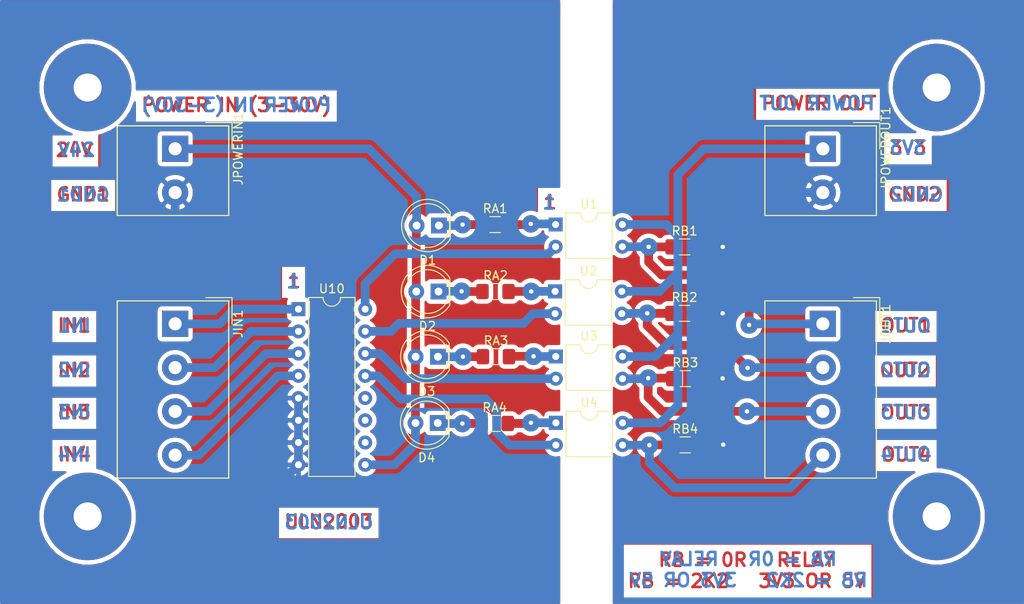
<source format=kicad_pcb>
(kicad_pcb (version 20171130) (host pcbnew 5.1.5+dfsg1-2build2)

  (general
    (thickness 1.6)
    (drawings 36)
    (tracks 179)
    (zones 0)
    (modules 21)
    (nets 25)
  )

  (page A4)
  (layers
    (0 F.Cu signal)
    (31 B.Cu signal)
    (32 B.Adhes user)
    (33 F.Adhes user)
    (34 B.Paste user)
    (35 F.Paste user)
    (36 B.SilkS user)
    (37 F.SilkS user)
    (38 B.Mask user)
    (39 F.Mask user)
    (40 Dwgs.User user)
    (41 Cmts.User user)
    (42 Eco1.User user)
    (43 Eco2.User user)
    (44 Edge.Cuts user)
    (45 Margin user)
    (46 B.CrtYd user)
    (47 F.CrtYd user)
    (48 B.Fab user)
    (49 F.Fab user)
  )

  (setup
    (last_trace_width 0.25)
    (user_trace_width 0.5)
    (user_trace_width 1)
    (user_trace_width 1.5)
    (user_trace_width 2)
    (trace_clearance 0.2)
    (zone_clearance 0.508)
    (zone_45_only no)
    (trace_min 0.2)
    (via_size 0.8)
    (via_drill 0.4)
    (via_min_size 0.4)
    (via_min_drill 0.3)
    (user_via 2 0.5)
    (user_via 10 3.2)
    (uvia_size 0.3)
    (uvia_drill 0.1)
    (uvias_allowed no)
    (uvia_min_size 0.2)
    (uvia_min_drill 0.1)
    (edge_width 0.05)
    (segment_width 0.2)
    (pcb_text_width 0.3)
    (pcb_text_size 1.5 1.5)
    (mod_edge_width 0.12)
    (mod_text_size 1 1)
    (mod_text_width 0.15)
    (pad_size 1.524 1.524)
    (pad_drill 0.762)
    (pad_to_mask_clearance 0.051)
    (solder_mask_min_width 0.25)
    (aux_axis_origin 0 0)
    (visible_elements FFFFFF7F)
    (pcbplotparams
      (layerselection 0x010fc_ffffffff)
      (usegerberextensions false)
      (usegerberattributes false)
      (usegerberadvancedattributes false)
      (creategerberjobfile false)
      (excludeedgelayer true)
      (linewidth 0.100000)
      (plotframeref false)
      (viasonmask false)
      (mode 1)
      (useauxorigin false)
      (hpglpennumber 1)
      (hpglpenspeed 20)
      (hpglpendiameter 15.000000)
      (psnegative false)
      (psa4output false)
      (plotreference true)
      (plotvalue true)
      (plotinvisibletext false)
      (padsonsilk false)
      (subtractmaskfromsilk false)
      (outputformat 1)
      (mirror false)
      (drillshape 1)
      (scaleselection 1)
      (outputdirectory ""))
  )

  (net 0 "")
  (net 1 "Net-(D1-Pad1)")
  (net 2 +24V)
  (net 3 "Net-(D2-Pad1)")
  (net 4 "Net-(D3-Pad1)")
  (net 5 "Net-(D4-Pad1)")
  (net 6 "Net-(JIN1-Pad1)")
  (net 7 "Net-(JIN1-Pad2)")
  (net 8 "Net-(JIN1-Pad3)")
  (net 9 "Net-(JIN1-Pad4)")
  (net 10 "Net-(JOUT1-Pad4)")
  (net 11 "Net-(JOUT1-Pad3)")
  (net 12 "Net-(JOUT1-Pad2)")
  (net 13 "Net-(JOUT1-Pad1)")
  (net 14 GND)
  (net 15 GNDD)
  (net 16 +3V3)
  (net 17 "Net-(RA1-Pad2)")
  (net 18 "Net-(RA2-Pad2)")
  (net 19 "Net-(RA3-Pad2)")
  (net 20 "Net-(RA4-Pad2)")
  (net 21 "Net-(U1-Pad2)")
  (net 22 "Net-(U10-Pad15)")
  (net 23 "Net-(U10-Pad14)")
  (net 24 "Net-(U10-Pad13)")

  (net_class Default "Esta es la clase de red por defecto."
    (clearance 0.2)
    (trace_width 0.25)
    (via_dia 0.8)
    (via_drill 0.4)
    (uvia_dia 0.3)
    (uvia_drill 0.1)
    (add_net +24V)
    (add_net +3V3)
    (add_net GND)
    (add_net GNDD)
    (add_net "Net-(D1-Pad1)")
    (add_net "Net-(D2-Pad1)")
    (add_net "Net-(D3-Pad1)")
    (add_net "Net-(D4-Pad1)")
    (add_net "Net-(JIN1-Pad1)")
    (add_net "Net-(JIN1-Pad2)")
    (add_net "Net-(JIN1-Pad3)")
    (add_net "Net-(JIN1-Pad4)")
    (add_net "Net-(JOUT1-Pad1)")
    (add_net "Net-(JOUT1-Pad2)")
    (add_net "Net-(JOUT1-Pad3)")
    (add_net "Net-(JOUT1-Pad4)")
    (add_net "Net-(RA1-Pad2)")
    (add_net "Net-(RA2-Pad2)")
    (add_net "Net-(RA3-Pad2)")
    (add_net "Net-(RA4-Pad2)")
    (add_net "Net-(U1-Pad2)")
    (add_net "Net-(U10-Pad13)")
    (add_net "Net-(U10-Pad14)")
    (add_net "Net-(U10-Pad15)")
  )

  (module TerminalBlock_Altech:Altech_AK300_1x04_P5.00mm_45-Degree (layer F.Cu) (tedit 5C27907F) (tstamp 606FACFC)
    (at 26 60 270)
    (descr "Altech AK300 serie terminal block (Script generated with StandardBox.py) (http://www.altechcorp.com/PDFS/PCBMETRC.PDF)")
    (tags "Altech AK300 serie connector")
    (path /606F9E12)
    (fp_text reference JIN1 (at 0 -7.2 90) (layer F.SilkS)
      (effects (font (size 1 1) (thickness 0.15)))
    )
    (fp_text value Conn_01x04 (at 7.5 7.5 90) (layer F.Fab)
      (effects (font (size 1 1) (thickness 0.15)))
    )
    (fp_line (start -2 -6) (end 17.5 -6) (layer F.Fab) (width 0.1))
    (fp_line (start 17.5 -6) (end 17.5 6.5) (layer F.Fab) (width 0.1))
    (fp_line (start 17.5 6.5) (end -2.5 6.5) (layer F.Fab) (width 0.1))
    (fp_line (start -2.5 6.5) (end -2.5 -5.5) (layer F.Fab) (width 0.1))
    (fp_line (start -2.5 -5.5) (end -2 -6) (layer F.Fab) (width 0.1))
    (fp_line (start -3 -3.5) (end -3 -6.5) (layer F.SilkS) (width 0.12))
    (fp_line (start -3 -6.5) (end 0 -6.5) (layer F.SilkS) (width 0.12))
    (fp_line (start -2.62 -6.12) (end 17.62 -6.12) (layer F.SilkS) (width 0.12))
    (fp_line (start 17.62 -6.12) (end 17.62 6.62) (layer F.SilkS) (width 0.12))
    (fp_line (start -2.62 6.62) (end 17.62 6.62) (layer F.SilkS) (width 0.12))
    (fp_line (start -2.62 -6.12) (end -2.62 6.62) (layer F.SilkS) (width 0.12))
    (fp_line (start -2.62 -6.12) (end 17.62 -6.12) (layer F.SilkS) (width 0.12))
    (fp_line (start 17.62 -6.12) (end 17.62 6.62) (layer F.SilkS) (width 0.12))
    (fp_line (start -2.62 6.62) (end 17.62 6.62) (layer F.SilkS) (width 0.12))
    (fp_line (start -2.62 -6.12) (end -2.62 6.62) (layer F.SilkS) (width 0.12))
    (fp_line (start -2.75 -6.25) (end 17.75 -6.25) (layer F.CrtYd) (width 0.05))
    (fp_line (start 17.75 -6.25) (end 17.75 6.75) (layer F.CrtYd) (width 0.05))
    (fp_line (start -2.75 6.75) (end 17.75 6.75) (layer F.CrtYd) (width 0.05))
    (fp_line (start -2.75 -6.25) (end -2.75 6.75) (layer F.CrtYd) (width 0.05))
    (fp_text user %R (at 7.5 0.25 90) (layer F.Fab)
      (effects (font (size 1 1) (thickness 0.15)))
    )
    (pad 1 thru_hole rect (at 0 0 270) (size 3 3) (drill 1.5) (layers *.Cu *.Mask)
      (net 6 "Net-(JIN1-Pad1)"))
    (pad 2 thru_hole circle (at 5 0 270) (size 3 3) (drill 1.5) (layers *.Cu *.Mask)
      (net 7 "Net-(JIN1-Pad2)"))
    (pad 3 thru_hole circle (at 10 0 270) (size 3 3) (drill 1.5) (layers *.Cu *.Mask)
      (net 8 "Net-(JIN1-Pad3)"))
    (pad 4 thru_hole circle (at 15 0 270) (size 3 3) (drill 1.5) (layers *.Cu *.Mask)
      (net 9 "Net-(JIN1-Pad4)"))
    (model ${KISYS3DMOD}/TerminalBlock_Altech.3dshapes/Altech_AK300_1x04_P5.00mm_45-Degree.wrl
      (at (xyz 0 0 0))
      (scale (xyz 1 1 1))
      (rotate (xyz 0 0 0))
    )
  )

  (module TerminalBlock_Altech:Altech_AK300_1x04_P5.00mm_45-Degree (layer F.Cu) (tedit 5C27907F) (tstamp 606FA0DC)
    (at 100 60 270)
    (descr "Altech AK300 serie terminal block (Script generated with StandardBox.py) (http://www.altechcorp.com/PDFS/PCBMETRC.PDF)")
    (tags "Altech AK300 serie connector")
    (path /6070744C)
    (fp_text reference JOUT1 (at 0 -7.2 90) (layer F.SilkS)
      (effects (font (size 1 1) (thickness 0.15)))
    )
    (fp_text value Conn_01x04 (at 7.5 7.5 90) (layer F.Fab)
      (effects (font (size 1 1) (thickness 0.15)))
    )
    (fp_text user %R (at 7.5 0.25 90) (layer F.Fab)
      (effects (font (size 1 1) (thickness 0.15)))
    )
    (fp_line (start -2.75 -6.25) (end -2.75 6.75) (layer F.CrtYd) (width 0.05))
    (fp_line (start -2.75 6.75) (end 17.75 6.75) (layer F.CrtYd) (width 0.05))
    (fp_line (start 17.75 -6.25) (end 17.75 6.75) (layer F.CrtYd) (width 0.05))
    (fp_line (start -2.75 -6.25) (end 17.75 -6.25) (layer F.CrtYd) (width 0.05))
    (fp_line (start -2.62 -6.12) (end -2.62 6.62) (layer F.SilkS) (width 0.12))
    (fp_line (start -2.62 6.62) (end 17.62 6.62) (layer F.SilkS) (width 0.12))
    (fp_line (start 17.62 -6.12) (end 17.62 6.62) (layer F.SilkS) (width 0.12))
    (fp_line (start -2.62 -6.12) (end 17.62 -6.12) (layer F.SilkS) (width 0.12))
    (fp_line (start -2.62 -6.12) (end -2.62 6.62) (layer F.SilkS) (width 0.12))
    (fp_line (start -2.62 6.62) (end 17.62 6.62) (layer F.SilkS) (width 0.12))
    (fp_line (start 17.62 -6.12) (end 17.62 6.62) (layer F.SilkS) (width 0.12))
    (fp_line (start -2.62 -6.12) (end 17.62 -6.12) (layer F.SilkS) (width 0.12))
    (fp_line (start -3 -6.5) (end 0 -6.5) (layer F.SilkS) (width 0.12))
    (fp_line (start -3 -3.5) (end -3 -6.5) (layer F.SilkS) (width 0.12))
    (fp_line (start -2.5 -5.5) (end -2 -6) (layer F.Fab) (width 0.1))
    (fp_line (start -2.5 6.5) (end -2.5 -5.5) (layer F.Fab) (width 0.1))
    (fp_line (start 17.5 6.5) (end -2.5 6.5) (layer F.Fab) (width 0.1))
    (fp_line (start 17.5 -6) (end 17.5 6.5) (layer F.Fab) (width 0.1))
    (fp_line (start -2 -6) (end 17.5 -6) (layer F.Fab) (width 0.1))
    (pad 4 thru_hole circle (at 15 0 270) (size 3 3) (drill 1.5) (layers *.Cu *.Mask)
      (net 10 "Net-(JOUT1-Pad4)"))
    (pad 3 thru_hole circle (at 10 0 270) (size 3 3) (drill 1.5) (layers *.Cu *.Mask)
      (net 11 "Net-(JOUT1-Pad3)"))
    (pad 2 thru_hole circle (at 5 0 270) (size 3 3) (drill 1.5) (layers *.Cu *.Mask)
      (net 12 "Net-(JOUT1-Pad2)"))
    (pad 1 thru_hole rect (at 0 0 270) (size 3 3) (drill 1.5) (layers *.Cu *.Mask)
      (net 13 "Net-(JOUT1-Pad1)"))
    (model ${KISYS3DMOD}/TerminalBlock_Altech.3dshapes/Altech_AK300_1x04_P5.00mm_45-Degree.wrl
      (at (xyz 0 0 0))
      (scale (xyz 1 1 1))
      (rotate (xyz 0 0 0))
    )
  )

  (module TerminalBlock_Altech:Altech_AK300_1x02_P5.00mm_45-Degree (layer F.Cu) (tedit 5C27907F) (tstamp 606FAC10)
    (at 26 40 270)
    (descr "Altech AK300 serie terminal block (Script generated with StandardBox.py) (http://www.altechcorp.com/PDFS/PCBMETRC.PDF)")
    (tags "Altech AK300 serie connector")
    (path /606FAC23)
    (fp_text reference JPOWERIN1 (at 0 -7.2 90) (layer F.SilkS)
      (effects (font (size 1 1) (thickness 0.15)))
    )
    (fp_text value Conn_01x02 (at 2.5 7.5 90) (layer F.Fab)
      (effects (font (size 1 1) (thickness 0.15)))
    )
    (fp_line (start -2 -6) (end 7.5 -6) (layer F.Fab) (width 0.1))
    (fp_line (start 7.5 -6) (end 7.5 6.5) (layer F.Fab) (width 0.1))
    (fp_line (start 7.5 6.5) (end -2.5 6.5) (layer F.Fab) (width 0.1))
    (fp_line (start -2.5 6.5) (end -2.5 -5.5) (layer F.Fab) (width 0.1))
    (fp_line (start -2.5 -5.5) (end -2 -6) (layer F.Fab) (width 0.1))
    (fp_line (start -3 -3.5) (end -3 -6.5) (layer F.SilkS) (width 0.12))
    (fp_line (start -3 -6.5) (end 0 -6.5) (layer F.SilkS) (width 0.12))
    (fp_line (start -2.62 -6.12) (end 7.62 -6.12) (layer F.SilkS) (width 0.12))
    (fp_line (start 7.62 -6.12) (end 7.62 6.62) (layer F.SilkS) (width 0.12))
    (fp_line (start -2.62 6.62) (end 7.62 6.62) (layer F.SilkS) (width 0.12))
    (fp_line (start -2.62 -6.12) (end -2.62 6.62) (layer F.SilkS) (width 0.12))
    (fp_line (start -2.62 -6.12) (end 7.62 -6.12) (layer F.SilkS) (width 0.12))
    (fp_line (start 7.62 -6.12) (end 7.62 6.62) (layer F.SilkS) (width 0.12))
    (fp_line (start -2.62 6.62) (end 7.62 6.62) (layer F.SilkS) (width 0.12))
    (fp_line (start -2.62 -6.12) (end -2.62 6.62) (layer F.SilkS) (width 0.12))
    (fp_line (start -2.75 -6.25) (end 7.75 -6.25) (layer F.CrtYd) (width 0.05))
    (fp_line (start 7.75 -6.25) (end 7.75 6.75) (layer F.CrtYd) (width 0.05))
    (fp_line (start -2.75 6.75) (end 7.75 6.75) (layer F.CrtYd) (width 0.05))
    (fp_line (start -2.75 -6.25) (end -2.75 6.75) (layer F.CrtYd) (width 0.05))
    (fp_text user %R (at 2.5 0.25 90) (layer F.Fab)
      (effects (font (size 1 1) (thickness 0.15)))
    )
    (pad 1 thru_hole rect (at 0 0 270) (size 3 3) (drill 1.5) (layers *.Cu *.Mask)
      (net 2 +24V))
    (pad 2 thru_hole circle (at 5 0 270) (size 3 3) (drill 1.5) (layers *.Cu *.Mask)
      (net 14 GND))
    (model ${KISYS3DMOD}/TerminalBlock_Altech.3dshapes/Altech_AK300_1x02_P5.00mm_45-Degree.wrl
      (at (xyz 0 0 0))
      (scale (xyz 1 1 1))
      (rotate (xyz 0 0 0))
    )
  )

  (module TerminalBlock_Altech:Altech_AK300_1x02_P5.00mm_45-Degree (layer F.Cu) (tedit 5C27907F) (tstamp 606FA12B)
    (at 100 40 270)
    (descr "Altech AK300 serie terminal block (Script generated with StandardBox.py) (http://www.altechcorp.com/PDFS/PCBMETRC.PDF)")
    (tags "Altech AK300 serie connector")
    (path /6070676B)
    (fp_text reference JPOWEROUT1 (at 0 -7.2 90) (layer F.SilkS)
      (effects (font (size 1 1) (thickness 0.15)))
    )
    (fp_text value Conn_01x02 (at 2.5 7.5 90) (layer F.Fab)
      (effects (font (size 1 1) (thickness 0.15)))
    )
    (fp_text user %R (at 2.5 0.25 90) (layer F.Fab)
      (effects (font (size 1 1) (thickness 0.15)))
    )
    (fp_line (start -2.75 -6.25) (end -2.75 6.75) (layer F.CrtYd) (width 0.05))
    (fp_line (start -2.75 6.75) (end 7.75 6.75) (layer F.CrtYd) (width 0.05))
    (fp_line (start 7.75 -6.25) (end 7.75 6.75) (layer F.CrtYd) (width 0.05))
    (fp_line (start -2.75 -6.25) (end 7.75 -6.25) (layer F.CrtYd) (width 0.05))
    (fp_line (start -2.62 -6.12) (end -2.62 6.62) (layer F.SilkS) (width 0.12))
    (fp_line (start -2.62 6.62) (end 7.62 6.62) (layer F.SilkS) (width 0.12))
    (fp_line (start 7.62 -6.12) (end 7.62 6.62) (layer F.SilkS) (width 0.12))
    (fp_line (start -2.62 -6.12) (end 7.62 -6.12) (layer F.SilkS) (width 0.12))
    (fp_line (start -2.62 -6.12) (end -2.62 6.62) (layer F.SilkS) (width 0.12))
    (fp_line (start -2.62 6.62) (end 7.62 6.62) (layer F.SilkS) (width 0.12))
    (fp_line (start 7.62 -6.12) (end 7.62 6.62) (layer F.SilkS) (width 0.12))
    (fp_line (start -2.62 -6.12) (end 7.62 -6.12) (layer F.SilkS) (width 0.12))
    (fp_line (start -3 -6.5) (end 0 -6.5) (layer F.SilkS) (width 0.12))
    (fp_line (start -3 -3.5) (end -3 -6.5) (layer F.SilkS) (width 0.12))
    (fp_line (start -2.5 -5.5) (end -2 -6) (layer F.Fab) (width 0.1))
    (fp_line (start -2.5 6.5) (end -2.5 -5.5) (layer F.Fab) (width 0.1))
    (fp_line (start 7.5 6.5) (end -2.5 6.5) (layer F.Fab) (width 0.1))
    (fp_line (start 7.5 -6) (end 7.5 6.5) (layer F.Fab) (width 0.1))
    (fp_line (start -2 -6) (end 7.5 -6) (layer F.Fab) (width 0.1))
    (pad 2 thru_hole circle (at 5 0 270) (size 3 3) (drill 1.5) (layers *.Cu *.Mask)
      (net 15 GNDD))
    (pad 1 thru_hole rect (at 0 0 270) (size 3 3) (drill 1.5) (layers *.Cu *.Mask)
      (net 16 +3V3))
    (model ${KISYS3DMOD}/TerminalBlock_Altech.3dshapes/Altech_AK300_1x02_P5.00mm_45-Degree.wrl
      (at (xyz 0 0 0))
      (scale (xyz 1 1 1))
      (rotate (xyz 0 0 0))
    )
  )

  (module Resistor_SMD:R_1206_3216Metric_Pad1.42x1.75mm_HandSolder (layer F.Cu) (tedit 5B301BBD) (tstamp 606FAE77)
    (at 62.56 48.66)
    (descr "Resistor SMD 1206 (3216 Metric), square (rectangular) end terminal, IPC_7351 nominal with elongated pad for handsoldering. (Body size source: http://www.tortai-tech.com/upload/download/2011102023233369053.pdf), generated with kicad-footprint-generator")
    (tags "resistor handsolder")
    (path /607012BE)
    (attr smd)
    (fp_text reference RA1 (at 0 -1.82) (layer F.SilkS)
      (effects (font (size 1 1) (thickness 0.15)))
    )
    (fp_text value 2K2 (at 0 1.82) (layer F.Fab)
      (effects (font (size 1 1) (thickness 0.15)))
    )
    (fp_line (start -1.6 0.8) (end -1.6 -0.8) (layer F.Fab) (width 0.1))
    (fp_line (start -1.6 -0.8) (end 1.6 -0.8) (layer F.Fab) (width 0.1))
    (fp_line (start 1.6 -0.8) (end 1.6 0.8) (layer F.Fab) (width 0.1))
    (fp_line (start 1.6 0.8) (end -1.6 0.8) (layer F.Fab) (width 0.1))
    (fp_line (start -0.602064 -0.91) (end 0.602064 -0.91) (layer F.SilkS) (width 0.12))
    (fp_line (start -0.602064 0.91) (end 0.602064 0.91) (layer F.SilkS) (width 0.12))
    (fp_line (start -2.45 1.12) (end -2.45 -1.12) (layer F.CrtYd) (width 0.05))
    (fp_line (start -2.45 -1.12) (end 2.45 -1.12) (layer F.CrtYd) (width 0.05))
    (fp_line (start 2.45 -1.12) (end 2.45 1.12) (layer F.CrtYd) (width 0.05))
    (fp_line (start 2.45 1.12) (end -2.45 1.12) (layer F.CrtYd) (width 0.05))
    (fp_text user %R (at 0 0) (layer F.Fab)
      (effects (font (size 0.8 0.8) (thickness 0.12)))
    )
    (pad 1 smd roundrect (at -1.4875 0) (size 1.425 1.75) (layers F.Cu F.Paste F.Mask) (roundrect_rratio 0.175439)
      (net 1 "Net-(D1-Pad1)"))
    (pad 2 smd roundrect (at 1.4875 0) (size 1.425 1.75) (layers F.Cu F.Paste F.Mask) (roundrect_rratio 0.175439)
      (net 17 "Net-(RA1-Pad2)"))
    (model ${KISYS3DMOD}/Resistor_SMD.3dshapes/R_1206_3216Metric.wrl
      (at (xyz 0 0 0))
      (scale (xyz 1 1 1))
      (rotate (xyz 0 0 0))
    )
  )

  (module Resistor_SMD:R_1206_3216Metric_Pad1.42x1.75mm_HandSolder (layer F.Cu) (tedit 5B301BBD) (tstamp 606FAE47)
    (at 62.6025 56.31)
    (descr "Resistor SMD 1206 (3216 Metric), square (rectangular) end terminal, IPC_7351 nominal with elongated pad for handsoldering. (Body size source: http://www.tortai-tech.com/upload/download/2011102023233369053.pdf), generated with kicad-footprint-generator")
    (tags "resistor handsolder")
    (path /60737FB5)
    (attr smd)
    (fp_text reference RA2 (at 0 -1.82) (layer F.SilkS)
      (effects (font (size 1 1) (thickness 0.15)))
    )
    (fp_text value 2K2 (at 0 1.82) (layer F.Fab)
      (effects (font (size 1 1) (thickness 0.15)))
    )
    (fp_line (start -1.6 0.8) (end -1.6 -0.8) (layer F.Fab) (width 0.1))
    (fp_line (start -1.6 -0.8) (end 1.6 -0.8) (layer F.Fab) (width 0.1))
    (fp_line (start 1.6 -0.8) (end 1.6 0.8) (layer F.Fab) (width 0.1))
    (fp_line (start 1.6 0.8) (end -1.6 0.8) (layer F.Fab) (width 0.1))
    (fp_line (start -0.602064 -0.91) (end 0.602064 -0.91) (layer F.SilkS) (width 0.12))
    (fp_line (start -0.602064 0.91) (end 0.602064 0.91) (layer F.SilkS) (width 0.12))
    (fp_line (start -2.45 1.12) (end -2.45 -1.12) (layer F.CrtYd) (width 0.05))
    (fp_line (start -2.45 -1.12) (end 2.45 -1.12) (layer F.CrtYd) (width 0.05))
    (fp_line (start 2.45 -1.12) (end 2.45 1.12) (layer F.CrtYd) (width 0.05))
    (fp_line (start 2.45 1.12) (end -2.45 1.12) (layer F.CrtYd) (width 0.05))
    (fp_text user %R (at 0 0) (layer F.Fab)
      (effects (font (size 0.8 0.8) (thickness 0.12)))
    )
    (pad 1 smd roundrect (at -1.4875 0) (size 1.425 1.75) (layers F.Cu F.Paste F.Mask) (roundrect_rratio 0.175439)
      (net 3 "Net-(D2-Pad1)"))
    (pad 2 smd roundrect (at 1.4875 0) (size 1.425 1.75) (layers F.Cu F.Paste F.Mask) (roundrect_rratio 0.175439)
      (net 18 "Net-(RA2-Pad2)"))
    (model ${KISYS3DMOD}/Resistor_SMD.3dshapes/R_1206_3216Metric.wrl
      (at (xyz 0 0 0))
      (scale (xyz 1 1 1))
      (rotate (xyz 0 0 0))
    )
  )

  (module Resistor_SMD:R_1206_3216Metric_Pad1.42x1.75mm_HandSolder (layer F.Cu) (tedit 5B301BBD) (tstamp 606FAF96)
    (at 62.6525 63.75)
    (descr "Resistor SMD 1206 (3216 Metric), square (rectangular) end terminal, IPC_7351 nominal with elongated pad for handsoldering. (Body size source: http://www.tortai-tech.com/upload/download/2011102023233369053.pdf), generated with kicad-footprint-generator")
    (tags "resistor handsolder")
    (path /60746360)
    (attr smd)
    (fp_text reference RA3 (at 0 -1.82) (layer F.SilkS)
      (effects (font (size 1 1) (thickness 0.15)))
    )
    (fp_text value 2K2 (at 0 1.82) (layer F.Fab)
      (effects (font (size 1 1) (thickness 0.15)))
    )
    (fp_line (start -1.6 0.8) (end -1.6 -0.8) (layer F.Fab) (width 0.1))
    (fp_line (start -1.6 -0.8) (end 1.6 -0.8) (layer F.Fab) (width 0.1))
    (fp_line (start 1.6 -0.8) (end 1.6 0.8) (layer F.Fab) (width 0.1))
    (fp_line (start 1.6 0.8) (end -1.6 0.8) (layer F.Fab) (width 0.1))
    (fp_line (start -0.602064 -0.91) (end 0.602064 -0.91) (layer F.SilkS) (width 0.12))
    (fp_line (start -0.602064 0.91) (end 0.602064 0.91) (layer F.SilkS) (width 0.12))
    (fp_line (start -2.45 1.12) (end -2.45 -1.12) (layer F.CrtYd) (width 0.05))
    (fp_line (start -2.45 -1.12) (end 2.45 -1.12) (layer F.CrtYd) (width 0.05))
    (fp_line (start 2.45 -1.12) (end 2.45 1.12) (layer F.CrtYd) (width 0.05))
    (fp_line (start 2.45 1.12) (end -2.45 1.12) (layer F.CrtYd) (width 0.05))
    (fp_text user %R (at 0 0) (layer F.Fab)
      (effects (font (size 0.8 0.8) (thickness 0.12)))
    )
    (pad 1 smd roundrect (at -1.4875 0) (size 1.425 1.75) (layers F.Cu F.Paste F.Mask) (roundrect_rratio 0.175439)
      (net 4 "Net-(D3-Pad1)"))
    (pad 2 smd roundrect (at 1.4875 0) (size 1.425 1.75) (layers F.Cu F.Paste F.Mask) (roundrect_rratio 0.175439)
      (net 19 "Net-(RA3-Pad2)"))
    (model ${KISYS3DMOD}/Resistor_SMD.3dshapes/R_1206_3216Metric.wrl
      (at (xyz 0 0 0))
      (scale (xyz 1 1 1))
      (rotate (xyz 0 0 0))
    )
  )

  (module Resistor_SMD:R_1206_3216Metric_Pad1.42x1.75mm_HandSolder (layer F.Cu) (tedit 5B301BBD) (tstamp 606FAC55)
    (at 62.5125 71.38)
    (descr "Resistor SMD 1206 (3216 Metric), square (rectangular) end terminal, IPC_7351 nominal with elongated pad for handsoldering. (Body size source: http://www.tortai-tech.com/upload/download/2011102023233369053.pdf), generated with kicad-footprint-generator")
    (tags "resistor handsolder")
    (path /6072C1CC)
    (attr smd)
    (fp_text reference RA4 (at 0 -1.82) (layer F.SilkS)
      (effects (font (size 1 1) (thickness 0.15)))
    )
    (fp_text value 2K2 (at 0 1.82) (layer F.Fab)
      (effects (font (size 1 1) (thickness 0.15)))
    )
    (fp_line (start -1.6 0.8) (end -1.6 -0.8) (layer F.Fab) (width 0.1))
    (fp_line (start -1.6 -0.8) (end 1.6 -0.8) (layer F.Fab) (width 0.1))
    (fp_line (start 1.6 -0.8) (end 1.6 0.8) (layer F.Fab) (width 0.1))
    (fp_line (start 1.6 0.8) (end -1.6 0.8) (layer F.Fab) (width 0.1))
    (fp_line (start -0.602064 -0.91) (end 0.602064 -0.91) (layer F.SilkS) (width 0.12))
    (fp_line (start -0.602064 0.91) (end 0.602064 0.91) (layer F.SilkS) (width 0.12))
    (fp_line (start -2.45 1.12) (end -2.45 -1.12) (layer F.CrtYd) (width 0.05))
    (fp_line (start -2.45 -1.12) (end 2.45 -1.12) (layer F.CrtYd) (width 0.05))
    (fp_line (start 2.45 -1.12) (end 2.45 1.12) (layer F.CrtYd) (width 0.05))
    (fp_line (start 2.45 1.12) (end -2.45 1.12) (layer F.CrtYd) (width 0.05))
    (fp_text user %R (at 0 0) (layer F.Fab)
      (effects (font (size 0.8 0.8) (thickness 0.12)))
    )
    (pad 1 smd roundrect (at -1.4875 0) (size 1.425 1.75) (layers F.Cu F.Paste F.Mask) (roundrect_rratio 0.175439)
      (net 5 "Net-(D4-Pad1)"))
    (pad 2 smd roundrect (at 1.4875 0) (size 1.425 1.75) (layers F.Cu F.Paste F.Mask) (roundrect_rratio 0.175439)
      (net 20 "Net-(RA4-Pad2)"))
    (model ${KISYS3DMOD}/Resistor_SMD.3dshapes/R_1206_3216Metric.wrl
      (at (xyz 0 0 0))
      (scale (xyz 1 1 1))
      (rotate (xyz 0 0 0))
    )
  )

  (module Resistor_SMD:R_1206_3216Metric_Pad1.42x1.75mm_HandSolder (layer F.Cu) (tedit 5B301BBD) (tstamp 606F9F60)
    (at 84.21 51.21)
    (descr "Resistor SMD 1206 (3216 Metric), square (rectangular) end terminal, IPC_7351 nominal with elongated pad for handsoldering. (Body size source: http://www.tortai-tech.com/upload/download/2011102023233369053.pdf), generated with kicad-footprint-generator")
    (tags "resistor handsolder")
    (path /606F2DB9)
    (attr smd)
    (fp_text reference RB1 (at 0 -1.82) (layer F.SilkS)
      (effects (font (size 1 1) (thickness 0.15)))
    )
    (fp_text value 2K2 (at 0 1.82) (layer F.Fab)
      (effects (font (size 1 1) (thickness 0.15)))
    )
    (fp_text user %R (at 0 0) (layer F.Fab)
      (effects (font (size 0.8 0.8) (thickness 0.12)))
    )
    (fp_line (start 2.45 1.12) (end -2.45 1.12) (layer F.CrtYd) (width 0.05))
    (fp_line (start 2.45 -1.12) (end 2.45 1.12) (layer F.CrtYd) (width 0.05))
    (fp_line (start -2.45 -1.12) (end 2.45 -1.12) (layer F.CrtYd) (width 0.05))
    (fp_line (start -2.45 1.12) (end -2.45 -1.12) (layer F.CrtYd) (width 0.05))
    (fp_line (start -0.602064 0.91) (end 0.602064 0.91) (layer F.SilkS) (width 0.12))
    (fp_line (start -0.602064 -0.91) (end 0.602064 -0.91) (layer F.SilkS) (width 0.12))
    (fp_line (start 1.6 0.8) (end -1.6 0.8) (layer F.Fab) (width 0.1))
    (fp_line (start 1.6 -0.8) (end 1.6 0.8) (layer F.Fab) (width 0.1))
    (fp_line (start -1.6 -0.8) (end 1.6 -0.8) (layer F.Fab) (width 0.1))
    (fp_line (start -1.6 0.8) (end -1.6 -0.8) (layer F.Fab) (width 0.1))
    (pad 2 smd roundrect (at 1.4875 0) (size 1.425 1.75) (layers F.Cu F.Paste F.Mask) (roundrect_rratio 0.175439)
      (net 15 GNDD))
    (pad 1 smd roundrect (at -1.4875 0) (size 1.425 1.75) (layers F.Cu F.Paste F.Mask) (roundrect_rratio 0.175439)
      (net 13 "Net-(JOUT1-Pad1)"))
    (model ${KISYS3DMOD}/Resistor_SMD.3dshapes/R_1206_3216Metric.wrl
      (at (xyz 0 0 0))
      (scale (xyz 1 1 1))
      (rotate (xyz 0 0 0))
    )
  )

  (module Resistor_SMD:R_1206_3216Metric_Pad1.42x1.75mm_HandSolder (layer F.Cu) (tedit 5B301BBD) (tstamp 606FA170)
    (at 84.1925 58.8)
    (descr "Resistor SMD 1206 (3216 Metric), square (rectangular) end terminal, IPC_7351 nominal with elongated pad for handsoldering. (Body size source: http://www.tortai-tech.com/upload/download/2011102023233369053.pdf), generated with kicad-footprint-generator")
    (tags "resistor handsolder")
    (path /60737F9F)
    (attr smd)
    (fp_text reference RB2 (at 0 -1.82) (layer F.SilkS)
      (effects (font (size 1 1) (thickness 0.15)))
    )
    (fp_text value 2K2 (at 0 1.82) (layer F.Fab)
      (effects (font (size 1 1) (thickness 0.15)))
    )
    (fp_text user %R (at 0 0) (layer F.Fab)
      (effects (font (size 0.8 0.8) (thickness 0.12)))
    )
    (fp_line (start 2.45 1.12) (end -2.45 1.12) (layer F.CrtYd) (width 0.05))
    (fp_line (start 2.45 -1.12) (end 2.45 1.12) (layer F.CrtYd) (width 0.05))
    (fp_line (start -2.45 -1.12) (end 2.45 -1.12) (layer F.CrtYd) (width 0.05))
    (fp_line (start -2.45 1.12) (end -2.45 -1.12) (layer F.CrtYd) (width 0.05))
    (fp_line (start -0.602064 0.91) (end 0.602064 0.91) (layer F.SilkS) (width 0.12))
    (fp_line (start -0.602064 -0.91) (end 0.602064 -0.91) (layer F.SilkS) (width 0.12))
    (fp_line (start 1.6 0.8) (end -1.6 0.8) (layer F.Fab) (width 0.1))
    (fp_line (start 1.6 -0.8) (end 1.6 0.8) (layer F.Fab) (width 0.1))
    (fp_line (start -1.6 -0.8) (end 1.6 -0.8) (layer F.Fab) (width 0.1))
    (fp_line (start -1.6 0.8) (end -1.6 -0.8) (layer F.Fab) (width 0.1))
    (pad 2 smd roundrect (at 1.4875 0) (size 1.425 1.75) (layers F.Cu F.Paste F.Mask) (roundrect_rratio 0.175439)
      (net 15 GNDD))
    (pad 1 smd roundrect (at -1.4875 0) (size 1.425 1.75) (layers F.Cu F.Paste F.Mask) (roundrect_rratio 0.175439)
      (net 12 "Net-(JOUT1-Pad2)"))
    (model ${KISYS3DMOD}/Resistor_SMD.3dshapes/R_1206_3216Metric.wrl
      (at (xyz 0 0 0))
      (scale (xyz 1 1 1))
      (rotate (xyz 0 0 0))
    )
  )

  (module Resistor_SMD:R_1206_3216Metric_Pad1.42x1.75mm_HandSolder (layer F.Cu) (tedit 5B301BBD) (tstamp 606FA3F3)
    (at 84.29 66.26)
    (descr "Resistor SMD 1206 (3216 Metric), square (rectangular) end terminal, IPC_7351 nominal with elongated pad for handsoldering. (Body size source: http://www.tortai-tech.com/upload/download/2011102023233369053.pdf), generated with kicad-footprint-generator")
    (tags "resistor handsolder")
    (path /6074634A)
    (attr smd)
    (fp_text reference RB3 (at 0 -1.82) (layer F.SilkS)
      (effects (font (size 1 1) (thickness 0.15)))
    )
    (fp_text value 2K2 (at 0 1.82) (layer F.Fab)
      (effects (font (size 1 1) (thickness 0.15)))
    )
    (fp_text user %R (at 0 0) (layer F.Fab)
      (effects (font (size 0.8 0.8) (thickness 0.12)))
    )
    (fp_line (start 2.45 1.12) (end -2.45 1.12) (layer F.CrtYd) (width 0.05))
    (fp_line (start 2.45 -1.12) (end 2.45 1.12) (layer F.CrtYd) (width 0.05))
    (fp_line (start -2.45 -1.12) (end 2.45 -1.12) (layer F.CrtYd) (width 0.05))
    (fp_line (start -2.45 1.12) (end -2.45 -1.12) (layer F.CrtYd) (width 0.05))
    (fp_line (start -0.602064 0.91) (end 0.602064 0.91) (layer F.SilkS) (width 0.12))
    (fp_line (start -0.602064 -0.91) (end 0.602064 -0.91) (layer F.SilkS) (width 0.12))
    (fp_line (start 1.6 0.8) (end -1.6 0.8) (layer F.Fab) (width 0.1))
    (fp_line (start 1.6 -0.8) (end 1.6 0.8) (layer F.Fab) (width 0.1))
    (fp_line (start -1.6 -0.8) (end 1.6 -0.8) (layer F.Fab) (width 0.1))
    (fp_line (start -1.6 0.8) (end -1.6 -0.8) (layer F.Fab) (width 0.1))
    (pad 2 smd roundrect (at 1.4875 0) (size 1.425 1.75) (layers F.Cu F.Paste F.Mask) (roundrect_rratio 0.175439)
      (net 15 GNDD))
    (pad 1 smd roundrect (at -1.4875 0) (size 1.425 1.75) (layers F.Cu F.Paste F.Mask) (roundrect_rratio 0.175439)
      (net 11 "Net-(JOUT1-Pad3)"))
    (model ${KISYS3DMOD}/Resistor_SMD.3dshapes/R_1206_3216Metric.wrl
      (at (xyz 0 0 0))
      (scale (xyz 1 1 1))
      (rotate (xyz 0 0 0))
    )
  )

  (module Resistor_SMD:R_1206_3216Metric_Pad1.42x1.75mm_HandSolder (layer F.Cu) (tedit 5B301BBD) (tstamp 606FA457)
    (at 84.2725 73.83)
    (descr "Resistor SMD 1206 (3216 Metric), square (rectangular) end terminal, IPC_7351 nominal with elongated pad for handsoldering. (Body size source: http://www.tortai-tech.com/upload/download/2011102023233369053.pdf), generated with kicad-footprint-generator")
    (tags "resistor handsolder")
    (path /6072C1B6)
    (attr smd)
    (fp_text reference RB4 (at 0 -1.82) (layer F.SilkS)
      (effects (font (size 1 1) (thickness 0.15)))
    )
    (fp_text value 2K2 (at 0 1.82) (layer F.Fab)
      (effects (font (size 1 1) (thickness 0.15)))
    )
    (fp_text user %R (at 0 0) (layer F.Fab)
      (effects (font (size 0.8 0.8) (thickness 0.12)))
    )
    (fp_line (start 2.45 1.12) (end -2.45 1.12) (layer F.CrtYd) (width 0.05))
    (fp_line (start 2.45 -1.12) (end 2.45 1.12) (layer F.CrtYd) (width 0.05))
    (fp_line (start -2.45 -1.12) (end 2.45 -1.12) (layer F.CrtYd) (width 0.05))
    (fp_line (start -2.45 1.12) (end -2.45 -1.12) (layer F.CrtYd) (width 0.05))
    (fp_line (start -0.602064 0.91) (end 0.602064 0.91) (layer F.SilkS) (width 0.12))
    (fp_line (start -0.602064 -0.91) (end 0.602064 -0.91) (layer F.SilkS) (width 0.12))
    (fp_line (start 1.6 0.8) (end -1.6 0.8) (layer F.Fab) (width 0.1))
    (fp_line (start 1.6 -0.8) (end 1.6 0.8) (layer F.Fab) (width 0.1))
    (fp_line (start -1.6 -0.8) (end 1.6 -0.8) (layer F.Fab) (width 0.1))
    (fp_line (start -1.6 0.8) (end -1.6 -0.8) (layer F.Fab) (width 0.1))
    (pad 2 smd roundrect (at 1.4875 0) (size 1.425 1.75) (layers F.Cu F.Paste F.Mask) (roundrect_rratio 0.175439)
      (net 15 GNDD))
    (pad 1 smd roundrect (at -1.4875 0) (size 1.425 1.75) (layers F.Cu F.Paste F.Mask) (roundrect_rratio 0.175439)
      (net 10 "Net-(JOUT1-Pad4)"))
    (model ${KISYS3DMOD}/Resistor_SMD.3dshapes/R_1206_3216Metric.wrl
      (at (xyz 0 0 0))
      (scale (xyz 1 1 1))
      (rotate (xyz 0 0 0))
    )
  )

  (module Package_DIP:DIP-4_W7.62mm (layer F.Cu) (tedit 5A02E8C5) (tstamp 606F9092)
    (at 69.47 48.65)
    (descr "4-lead though-hole mounted DIP package, row spacing 7.62 mm (300 mils)")
    (tags "THT DIP DIL PDIP 2.54mm 7.62mm 300mil")
    (path /606F69BA)
    (fp_text reference U1 (at 3.81 -2.33) (layer F.SilkS)
      (effects (font (size 1 1) (thickness 0.15)))
    )
    (fp_text value PC817 (at 3.81 4.87) (layer F.Fab)
      (effects (font (size 1 1) (thickness 0.15)))
    )
    (fp_text user %R (at 3.81 1.27) (layer F.Fab)
      (effects (font (size 1 1) (thickness 0.15)))
    )
    (fp_line (start 8.7 -1.55) (end -1.1 -1.55) (layer F.CrtYd) (width 0.05))
    (fp_line (start 8.7 4.1) (end 8.7 -1.55) (layer F.CrtYd) (width 0.05))
    (fp_line (start -1.1 4.1) (end 8.7 4.1) (layer F.CrtYd) (width 0.05))
    (fp_line (start -1.1 -1.55) (end -1.1 4.1) (layer F.CrtYd) (width 0.05))
    (fp_line (start 6.46 -1.33) (end 4.81 -1.33) (layer F.SilkS) (width 0.12))
    (fp_line (start 6.46 3.87) (end 6.46 -1.33) (layer F.SilkS) (width 0.12))
    (fp_line (start 1.16 3.87) (end 6.46 3.87) (layer F.SilkS) (width 0.12))
    (fp_line (start 1.16 -1.33) (end 1.16 3.87) (layer F.SilkS) (width 0.12))
    (fp_line (start 2.81 -1.33) (end 1.16 -1.33) (layer F.SilkS) (width 0.12))
    (fp_line (start 0.635 -0.27) (end 1.635 -1.27) (layer F.Fab) (width 0.1))
    (fp_line (start 0.635 3.81) (end 0.635 -0.27) (layer F.Fab) (width 0.1))
    (fp_line (start 6.985 3.81) (end 0.635 3.81) (layer F.Fab) (width 0.1))
    (fp_line (start 6.985 -1.27) (end 6.985 3.81) (layer F.Fab) (width 0.1))
    (fp_line (start 1.635 -1.27) (end 6.985 -1.27) (layer F.Fab) (width 0.1))
    (fp_arc (start 3.81 -1.33) (end 2.81 -1.33) (angle -180) (layer F.SilkS) (width 0.12))
    (pad 4 thru_hole oval (at 7.62 0) (size 1.6 1.6) (drill 0.8) (layers *.Cu *.Mask)
      (net 16 +3V3))
    (pad 2 thru_hole oval (at 0 2.54) (size 1.6 1.6) (drill 0.8) (layers *.Cu *.Mask)
      (net 21 "Net-(U1-Pad2)"))
    (pad 3 thru_hole oval (at 7.62 2.54) (size 1.6 1.6) (drill 0.8) (layers *.Cu *.Mask)
      (net 13 "Net-(JOUT1-Pad1)"))
    (pad 1 thru_hole rect (at 0 0) (size 1.6 1.6) (drill 0.8) (layers *.Cu *.Mask)
      (net 17 "Net-(RA1-Pad2)"))
    (model ${KISYS3DMOD}/Package_DIP.3dshapes/DIP-4_W7.62mm.wrl
      (at (xyz 0 0 0))
      (scale (xyz 1 1 1))
      (rotate (xyz 0 0 0))
    )
  )

  (module Package_DIP:DIP-4_W7.62mm (layer F.Cu) (tedit 5A02E8C5) (tstamp 606F90D7)
    (at 69.41 56.29)
    (descr "4-lead though-hole mounted DIP package, row spacing 7.62 mm (300 mils)")
    (tags "THT DIP DIL PDIP 2.54mm 7.62mm 300mil")
    (path /60737F7E)
    (fp_text reference U2 (at 3.81 -2.33) (layer F.SilkS)
      (effects (font (size 1 1) (thickness 0.15)))
    )
    (fp_text value PC817 (at 3.81 4.87) (layer F.Fab)
      (effects (font (size 1 1) (thickness 0.15)))
    )
    (fp_text user %R (at 3.81 1.27) (layer F.Fab)
      (effects (font (size 1 1) (thickness 0.15)))
    )
    (fp_line (start 8.7 -1.55) (end -1.1 -1.55) (layer F.CrtYd) (width 0.05))
    (fp_line (start 8.7 4.1) (end 8.7 -1.55) (layer F.CrtYd) (width 0.05))
    (fp_line (start -1.1 4.1) (end 8.7 4.1) (layer F.CrtYd) (width 0.05))
    (fp_line (start -1.1 -1.55) (end -1.1 4.1) (layer F.CrtYd) (width 0.05))
    (fp_line (start 6.46 -1.33) (end 4.81 -1.33) (layer F.SilkS) (width 0.12))
    (fp_line (start 6.46 3.87) (end 6.46 -1.33) (layer F.SilkS) (width 0.12))
    (fp_line (start 1.16 3.87) (end 6.46 3.87) (layer F.SilkS) (width 0.12))
    (fp_line (start 1.16 -1.33) (end 1.16 3.87) (layer F.SilkS) (width 0.12))
    (fp_line (start 2.81 -1.33) (end 1.16 -1.33) (layer F.SilkS) (width 0.12))
    (fp_line (start 0.635 -0.27) (end 1.635 -1.27) (layer F.Fab) (width 0.1))
    (fp_line (start 0.635 3.81) (end 0.635 -0.27) (layer F.Fab) (width 0.1))
    (fp_line (start 6.985 3.81) (end 0.635 3.81) (layer F.Fab) (width 0.1))
    (fp_line (start 6.985 -1.27) (end 6.985 3.81) (layer F.Fab) (width 0.1))
    (fp_line (start 1.635 -1.27) (end 6.985 -1.27) (layer F.Fab) (width 0.1))
    (fp_arc (start 3.81 -1.33) (end 2.81 -1.33) (angle -180) (layer F.SilkS) (width 0.12))
    (pad 4 thru_hole oval (at 7.62 0) (size 1.6 1.6) (drill 0.8) (layers *.Cu *.Mask)
      (net 16 +3V3))
    (pad 2 thru_hole oval (at 0 2.54) (size 1.6 1.6) (drill 0.8) (layers *.Cu *.Mask)
      (net 22 "Net-(U10-Pad15)"))
    (pad 3 thru_hole oval (at 7.62 2.54) (size 1.6 1.6) (drill 0.8) (layers *.Cu *.Mask)
      (net 12 "Net-(JOUT1-Pad2)"))
    (pad 1 thru_hole rect (at 0 0) (size 1.6 1.6) (drill 0.8) (layers *.Cu *.Mask)
      (net 18 "Net-(RA2-Pad2)"))
    (model ${KISYS3DMOD}/Package_DIP.3dshapes/DIP-4_W7.62mm.wrl
      (at (xyz 0 0 0))
      (scale (xyz 1 1 1))
      (rotate (xyz 0 0 0))
    )
  )

  (module Package_DIP:DIP-4_W7.62mm (layer F.Cu) (tedit 5A02E8C5) (tstamp 606F9008)
    (at 69.49 63.73)
    (descr "4-lead though-hole mounted DIP package, row spacing 7.62 mm (300 mils)")
    (tags "THT DIP DIL PDIP 2.54mm 7.62mm 300mil")
    (path /60746329)
    (fp_text reference U3 (at 3.81 -2.33) (layer F.SilkS)
      (effects (font (size 1 1) (thickness 0.15)))
    )
    (fp_text value PC817 (at 3.81 4.87) (layer F.Fab)
      (effects (font (size 1 1) (thickness 0.15)))
    )
    (fp_arc (start 3.81 -1.33) (end 2.81 -1.33) (angle -180) (layer F.SilkS) (width 0.12))
    (fp_line (start 1.635 -1.27) (end 6.985 -1.27) (layer F.Fab) (width 0.1))
    (fp_line (start 6.985 -1.27) (end 6.985 3.81) (layer F.Fab) (width 0.1))
    (fp_line (start 6.985 3.81) (end 0.635 3.81) (layer F.Fab) (width 0.1))
    (fp_line (start 0.635 3.81) (end 0.635 -0.27) (layer F.Fab) (width 0.1))
    (fp_line (start 0.635 -0.27) (end 1.635 -1.27) (layer F.Fab) (width 0.1))
    (fp_line (start 2.81 -1.33) (end 1.16 -1.33) (layer F.SilkS) (width 0.12))
    (fp_line (start 1.16 -1.33) (end 1.16 3.87) (layer F.SilkS) (width 0.12))
    (fp_line (start 1.16 3.87) (end 6.46 3.87) (layer F.SilkS) (width 0.12))
    (fp_line (start 6.46 3.87) (end 6.46 -1.33) (layer F.SilkS) (width 0.12))
    (fp_line (start 6.46 -1.33) (end 4.81 -1.33) (layer F.SilkS) (width 0.12))
    (fp_line (start -1.1 -1.55) (end -1.1 4.1) (layer F.CrtYd) (width 0.05))
    (fp_line (start -1.1 4.1) (end 8.7 4.1) (layer F.CrtYd) (width 0.05))
    (fp_line (start 8.7 4.1) (end 8.7 -1.55) (layer F.CrtYd) (width 0.05))
    (fp_line (start 8.7 -1.55) (end -1.1 -1.55) (layer F.CrtYd) (width 0.05))
    (fp_text user %R (at 3.81 1.27) (layer F.Fab)
      (effects (font (size 1 1) (thickness 0.15)))
    )
    (pad 1 thru_hole rect (at 0 0) (size 1.6 1.6) (drill 0.8) (layers *.Cu *.Mask)
      (net 19 "Net-(RA3-Pad2)"))
    (pad 3 thru_hole oval (at 7.62 2.54) (size 1.6 1.6) (drill 0.8) (layers *.Cu *.Mask)
      (net 11 "Net-(JOUT1-Pad3)"))
    (pad 2 thru_hole oval (at 0 2.54) (size 1.6 1.6) (drill 0.8) (layers *.Cu *.Mask)
      (net 23 "Net-(U10-Pad14)"))
    (pad 4 thru_hole oval (at 7.62 0) (size 1.6 1.6) (drill 0.8) (layers *.Cu *.Mask)
      (net 16 +3V3))
    (model ${KISYS3DMOD}/Package_DIP.3dshapes/DIP-4_W7.62mm.wrl
      (at (xyz 0 0 0))
      (scale (xyz 1 1 1))
      (rotate (xyz 0 0 0))
    )
  )

  (module Package_DIP:DIP-4_W7.62mm (layer F.Cu) (tedit 5A02E8C5) (tstamp 606F904D)
    (at 69.5 71.31)
    (descr "4-lead though-hole mounted DIP package, row spacing 7.62 mm (300 mils)")
    (tags "THT DIP DIL PDIP 2.54mm 7.62mm 300mil")
    (path /6072C195)
    (fp_text reference U4 (at 3.81 -2.33) (layer F.SilkS)
      (effects (font (size 1 1) (thickness 0.15)))
    )
    (fp_text value PC817 (at 3.81 4.87) (layer F.Fab)
      (effects (font (size 1 1) (thickness 0.15)))
    )
    (fp_arc (start 3.81 -1.33) (end 2.81 -1.33) (angle -180) (layer F.SilkS) (width 0.12))
    (fp_line (start 1.635 -1.27) (end 6.985 -1.27) (layer F.Fab) (width 0.1))
    (fp_line (start 6.985 -1.27) (end 6.985 3.81) (layer F.Fab) (width 0.1))
    (fp_line (start 6.985 3.81) (end 0.635 3.81) (layer F.Fab) (width 0.1))
    (fp_line (start 0.635 3.81) (end 0.635 -0.27) (layer F.Fab) (width 0.1))
    (fp_line (start 0.635 -0.27) (end 1.635 -1.27) (layer F.Fab) (width 0.1))
    (fp_line (start 2.81 -1.33) (end 1.16 -1.33) (layer F.SilkS) (width 0.12))
    (fp_line (start 1.16 -1.33) (end 1.16 3.87) (layer F.SilkS) (width 0.12))
    (fp_line (start 1.16 3.87) (end 6.46 3.87) (layer F.SilkS) (width 0.12))
    (fp_line (start 6.46 3.87) (end 6.46 -1.33) (layer F.SilkS) (width 0.12))
    (fp_line (start 6.46 -1.33) (end 4.81 -1.33) (layer F.SilkS) (width 0.12))
    (fp_line (start -1.1 -1.55) (end -1.1 4.1) (layer F.CrtYd) (width 0.05))
    (fp_line (start -1.1 4.1) (end 8.7 4.1) (layer F.CrtYd) (width 0.05))
    (fp_line (start 8.7 4.1) (end 8.7 -1.55) (layer F.CrtYd) (width 0.05))
    (fp_line (start 8.7 -1.55) (end -1.1 -1.55) (layer F.CrtYd) (width 0.05))
    (fp_text user %R (at 3.81 1.27) (layer F.Fab)
      (effects (font (size 1 1) (thickness 0.15)))
    )
    (pad 1 thru_hole rect (at 0 0) (size 1.6 1.6) (drill 0.8) (layers *.Cu *.Mask)
      (net 20 "Net-(RA4-Pad2)"))
    (pad 3 thru_hole oval (at 7.62 2.54) (size 1.6 1.6) (drill 0.8) (layers *.Cu *.Mask)
      (net 10 "Net-(JOUT1-Pad4)"))
    (pad 2 thru_hole oval (at 0 2.54) (size 1.6 1.6) (drill 0.8) (layers *.Cu *.Mask)
      (net 24 "Net-(U10-Pad13)"))
    (pad 4 thru_hole oval (at 7.62 0) (size 1.6 1.6) (drill 0.8) (layers *.Cu *.Mask)
      (net 16 +3V3))
    (model ${KISYS3DMOD}/Package_DIP.3dshapes/DIP-4_W7.62mm.wrl
      (at (xyz 0 0 0))
      (scale (xyz 1 1 1))
      (rotate (xyz 0 0 0))
    )
  )

  (module Package_DIP:DIP-16_W7.62mm (layer F.Cu) (tedit 5A02E8C5) (tstamp 606FADE8)
    (at 40.09 58.32)
    (descr "16-lead though-hole mounted DIP package, row spacing 7.62 mm (300 mils)")
    (tags "THT DIP DIL PDIP 2.54mm 7.62mm 300mil")
    (path /606F2E99)
    (fp_text reference U10 (at 3.81 -2.33) (layer F.SilkS)
      (effects (font (size 1 1) (thickness 0.15)))
    )
    (fp_text value ULN2003 (at 3.81 20.11) (layer F.Fab)
      (effects (font (size 1 1) (thickness 0.15)))
    )
    (fp_arc (start 3.81 -1.33) (end 2.81 -1.33) (angle -180) (layer F.SilkS) (width 0.12))
    (fp_line (start 1.635 -1.27) (end 6.985 -1.27) (layer F.Fab) (width 0.1))
    (fp_line (start 6.985 -1.27) (end 6.985 19.05) (layer F.Fab) (width 0.1))
    (fp_line (start 6.985 19.05) (end 0.635 19.05) (layer F.Fab) (width 0.1))
    (fp_line (start 0.635 19.05) (end 0.635 -0.27) (layer F.Fab) (width 0.1))
    (fp_line (start 0.635 -0.27) (end 1.635 -1.27) (layer F.Fab) (width 0.1))
    (fp_line (start 2.81 -1.33) (end 1.16 -1.33) (layer F.SilkS) (width 0.12))
    (fp_line (start 1.16 -1.33) (end 1.16 19.11) (layer F.SilkS) (width 0.12))
    (fp_line (start 1.16 19.11) (end 6.46 19.11) (layer F.SilkS) (width 0.12))
    (fp_line (start 6.46 19.11) (end 6.46 -1.33) (layer F.SilkS) (width 0.12))
    (fp_line (start 6.46 -1.33) (end 4.81 -1.33) (layer F.SilkS) (width 0.12))
    (fp_line (start -1.1 -1.55) (end -1.1 19.3) (layer F.CrtYd) (width 0.05))
    (fp_line (start -1.1 19.3) (end 8.7 19.3) (layer F.CrtYd) (width 0.05))
    (fp_line (start 8.7 19.3) (end 8.7 -1.55) (layer F.CrtYd) (width 0.05))
    (fp_line (start 8.7 -1.55) (end -1.1 -1.55) (layer F.CrtYd) (width 0.05))
    (fp_text user %R (at 3.81 8.89) (layer F.Fab)
      (effects (font (size 1 1) (thickness 0.15)))
    )
    (pad 1 thru_hole rect (at 0 0) (size 1.6 1.6) (drill 0.8) (layers *.Cu *.Mask)
      (net 6 "Net-(JIN1-Pad1)"))
    (pad 9 thru_hole oval (at 7.62 17.78) (size 1.6 1.6) (drill 0.8) (layers *.Cu *.Mask)
      (net 2 +24V))
    (pad 2 thru_hole oval (at 0 2.54) (size 1.6 1.6) (drill 0.8) (layers *.Cu *.Mask)
      (net 7 "Net-(JIN1-Pad2)"))
    (pad 10 thru_hole oval (at 7.62 15.24) (size 1.6 1.6) (drill 0.8) (layers *.Cu *.Mask))
    (pad 3 thru_hole oval (at 0 5.08) (size 1.6 1.6) (drill 0.8) (layers *.Cu *.Mask)
      (net 8 "Net-(JIN1-Pad3)"))
    (pad 11 thru_hole oval (at 7.62 12.7) (size 1.6 1.6) (drill 0.8) (layers *.Cu *.Mask))
    (pad 4 thru_hole oval (at 0 7.62) (size 1.6 1.6) (drill 0.8) (layers *.Cu *.Mask)
      (net 9 "Net-(JIN1-Pad4)"))
    (pad 12 thru_hole oval (at 7.62 10.16) (size 1.6 1.6) (drill 0.8) (layers *.Cu *.Mask))
    (pad 5 thru_hole oval (at 0 10.16) (size 1.6 1.6) (drill 0.8) (layers *.Cu *.Mask)
      (net 14 GND))
    (pad 13 thru_hole oval (at 7.62 7.62) (size 1.6 1.6) (drill 0.8) (layers *.Cu *.Mask)
      (net 24 "Net-(U10-Pad13)"))
    (pad 6 thru_hole oval (at 0 12.7) (size 1.6 1.6) (drill 0.8) (layers *.Cu *.Mask)
      (net 14 GND))
    (pad 14 thru_hole oval (at 7.62 5.08) (size 1.6 1.6) (drill 0.8) (layers *.Cu *.Mask)
      (net 23 "Net-(U10-Pad14)"))
    (pad 7 thru_hole oval (at 0 15.24) (size 1.6 1.6) (drill 0.8) (layers *.Cu *.Mask)
      (net 14 GND))
    (pad 15 thru_hole oval (at 7.62 2.54) (size 1.6 1.6) (drill 0.8) (layers *.Cu *.Mask)
      (net 22 "Net-(U10-Pad15)"))
    (pad 8 thru_hole oval (at 0 17.78) (size 1.6 1.6) (drill 0.8) (layers *.Cu *.Mask)
      (net 14 GND))
    (pad 16 thru_hole oval (at 7.62 0) (size 1.6 1.6) (drill 0.8) (layers *.Cu *.Mask)
      (net 21 "Net-(U1-Pad2)"))
    (model ${KISYS3DMOD}/Package_DIP.3dshapes/DIP-16_W7.62mm.wrl
      (at (xyz 0 0 0))
      (scale (xyz 1 1 1))
      (rotate (xyz 0 0 0))
    )
  )

  (module LED_THT:LED_D5.0mm (layer F.Cu) (tedit 5995936A) (tstamp 606FAD58)
    (at 56.134 48.768 180)
    (descr "LED, diameter 5.0mm, 2 pins, http://cdn-reichelt.de/documents/datenblatt/A500/LL-504BC2E-009.pdf")
    (tags "LED diameter 5.0mm 2 pins")
    (path /606FA123)
    (fp_text reference D1 (at 1.27 -3.96) (layer F.SilkS)
      (effects (font (size 1 1) (thickness 0.15)))
    )
    (fp_text value LED (at 1.27 3.96) (layer F.Fab)
      (effects (font (size 1 1) (thickness 0.15)))
    )
    (fp_arc (start 1.27 0) (end -1.23 -1.469694) (angle 299.1) (layer F.Fab) (width 0.1))
    (fp_arc (start 1.27 0) (end -1.29 -1.54483) (angle 148.9) (layer F.SilkS) (width 0.12))
    (fp_arc (start 1.27 0) (end -1.29 1.54483) (angle -148.9) (layer F.SilkS) (width 0.12))
    (fp_circle (center 1.27 0) (end 3.77 0) (layer F.Fab) (width 0.1))
    (fp_circle (center 1.27 0) (end 3.77 0) (layer F.SilkS) (width 0.12))
    (fp_line (start -1.23 -1.469694) (end -1.23 1.469694) (layer F.Fab) (width 0.1))
    (fp_line (start -1.29 -1.545) (end -1.29 1.545) (layer F.SilkS) (width 0.12))
    (fp_line (start -1.95 -3.25) (end -1.95 3.25) (layer F.CrtYd) (width 0.05))
    (fp_line (start -1.95 3.25) (end 4.5 3.25) (layer F.CrtYd) (width 0.05))
    (fp_line (start 4.5 3.25) (end 4.5 -3.25) (layer F.CrtYd) (width 0.05))
    (fp_line (start 4.5 -3.25) (end -1.95 -3.25) (layer F.CrtYd) (width 0.05))
    (fp_text user %R (at 1.25 0) (layer F.Fab)
      (effects (font (size 0.8 0.8) (thickness 0.2)))
    )
    (pad 1 thru_hole rect (at 0 0 180) (size 1.8 1.8) (drill 0.9) (layers *.Cu *.Mask)
      (net 1 "Net-(D1-Pad1)"))
    (pad 2 thru_hole circle (at 2.54 0 180) (size 1.8 1.8) (drill 0.9) (layers *.Cu *.Mask)
      (net 2 +24V))
    (model ${KISYS3DMOD}/LED_THT.3dshapes/LED_D5.0mm.wrl
      (at (xyz 0 0 0))
      (scale (xyz 1 1 1))
      (rotate (xyz 0 0 0))
    )
  )

  (module LED_THT:LED_D5.0mm (layer F.Cu) (tedit 5995936A) (tstamp 606FAD9A)
    (at 56.09 56.31 180)
    (descr "LED, diameter 5.0mm, 2 pins, http://cdn-reichelt.de/documents/datenblatt/A500/LL-504BC2E-009.pdf")
    (tags "LED diameter 5.0mm 2 pins")
    (path /60737F89)
    (fp_text reference D2 (at 1.27 -3.96) (layer F.SilkS)
      (effects (font (size 1 1) (thickness 0.15)))
    )
    (fp_text value LED (at 1.27 3.96) (layer F.Fab)
      (effects (font (size 1 1) (thickness 0.15)))
    )
    (fp_text user %R (at 1.25 0) (layer F.Fab)
      (effects (font (size 0.8 0.8) (thickness 0.2)))
    )
    (fp_line (start 4.5 -3.25) (end -1.95 -3.25) (layer F.CrtYd) (width 0.05))
    (fp_line (start 4.5 3.25) (end 4.5 -3.25) (layer F.CrtYd) (width 0.05))
    (fp_line (start -1.95 3.25) (end 4.5 3.25) (layer F.CrtYd) (width 0.05))
    (fp_line (start -1.95 -3.25) (end -1.95 3.25) (layer F.CrtYd) (width 0.05))
    (fp_line (start -1.29 -1.545) (end -1.29 1.545) (layer F.SilkS) (width 0.12))
    (fp_line (start -1.23 -1.469694) (end -1.23 1.469694) (layer F.Fab) (width 0.1))
    (fp_circle (center 1.27 0) (end 3.77 0) (layer F.SilkS) (width 0.12))
    (fp_circle (center 1.27 0) (end 3.77 0) (layer F.Fab) (width 0.1))
    (fp_arc (start 1.27 0) (end -1.29 1.54483) (angle -148.9) (layer F.SilkS) (width 0.12))
    (fp_arc (start 1.27 0) (end -1.29 -1.54483) (angle 148.9) (layer F.SilkS) (width 0.12))
    (fp_arc (start 1.27 0) (end -1.23 -1.469694) (angle 299.1) (layer F.Fab) (width 0.1))
    (pad 2 thru_hole circle (at 2.54 0 180) (size 1.8 1.8) (drill 0.9) (layers *.Cu *.Mask)
      (net 2 +24V))
    (pad 1 thru_hole rect (at 0 0 180) (size 1.8 1.8) (drill 0.9) (layers *.Cu *.Mask)
      (net 3 "Net-(D2-Pad1)"))
    (model ${KISYS3DMOD}/LED_THT.3dshapes/LED_D5.0mm.wrl
      (at (xyz 0 0 0))
      (scale (xyz 1 1 1))
      (rotate (xyz 0 0 0))
    )
  )

  (module LED_THT:LED_D5.0mm (layer F.Cu) (tedit 5995936A) (tstamp 606FACBF)
    (at 56.02 63.76 180)
    (descr "LED, diameter 5.0mm, 2 pins, http://cdn-reichelt.de/documents/datenblatt/A500/LL-504BC2E-009.pdf")
    (tags "LED diameter 5.0mm 2 pins")
    (path /60746334)
    (fp_text reference D3 (at 1.27 -3.96) (layer F.SilkS)
      (effects (font (size 1 1) (thickness 0.15)))
    )
    (fp_text value LED (at 1.27 3.96) (layer F.Fab)
      (effects (font (size 1 1) (thickness 0.15)))
    )
    (fp_text user %R (at 1.25 0) (layer F.Fab)
      (effects (font (size 0.8 0.8) (thickness 0.2)))
    )
    (fp_line (start 4.5 -3.25) (end -1.95 -3.25) (layer F.CrtYd) (width 0.05))
    (fp_line (start 4.5 3.25) (end 4.5 -3.25) (layer F.CrtYd) (width 0.05))
    (fp_line (start -1.95 3.25) (end 4.5 3.25) (layer F.CrtYd) (width 0.05))
    (fp_line (start -1.95 -3.25) (end -1.95 3.25) (layer F.CrtYd) (width 0.05))
    (fp_line (start -1.29 -1.545) (end -1.29 1.545) (layer F.SilkS) (width 0.12))
    (fp_line (start -1.23 -1.469694) (end -1.23 1.469694) (layer F.Fab) (width 0.1))
    (fp_circle (center 1.27 0) (end 3.77 0) (layer F.SilkS) (width 0.12))
    (fp_circle (center 1.27 0) (end 3.77 0) (layer F.Fab) (width 0.1))
    (fp_arc (start 1.27 0) (end -1.29 1.54483) (angle -148.9) (layer F.SilkS) (width 0.12))
    (fp_arc (start 1.27 0) (end -1.29 -1.54483) (angle 148.9) (layer F.SilkS) (width 0.12))
    (fp_arc (start 1.27 0) (end -1.23 -1.469694) (angle 299.1) (layer F.Fab) (width 0.1))
    (pad 2 thru_hole circle (at 2.54 0 180) (size 1.8 1.8) (drill 0.9) (layers *.Cu *.Mask)
      (net 2 +24V))
    (pad 1 thru_hole rect (at 0 0 180) (size 1.8 1.8) (drill 0.9) (layers *.Cu *.Mask)
      (net 4 "Net-(D3-Pad1)"))
    (model ${KISYS3DMOD}/LED_THT.3dshapes/LED_D5.0mm.wrl
      (at (xyz 0 0 0))
      (scale (xyz 1 1 1))
      (rotate (xyz 0 0 0))
    )
  )

  (module LED_THT:LED_D5.0mm (layer F.Cu) (tedit 5995936A) (tstamp 606FAC89)
    (at 56 71.33 180)
    (descr "LED, diameter 5.0mm, 2 pins, http://cdn-reichelt.de/documents/datenblatt/A500/LL-504BC2E-009.pdf")
    (tags "LED diameter 5.0mm 2 pins")
    (path /6072C1A0)
    (fp_text reference D4 (at 1.27 -3.96) (layer F.SilkS)
      (effects (font (size 1 1) (thickness 0.15)))
    )
    (fp_text value LED (at 1.27 3.96) (layer F.Fab)
      (effects (font (size 1 1) (thickness 0.15)))
    )
    (fp_arc (start 1.27 0) (end -1.23 -1.469694) (angle 299.1) (layer F.Fab) (width 0.1))
    (fp_arc (start 1.27 0) (end -1.29 -1.54483) (angle 148.9) (layer F.SilkS) (width 0.12))
    (fp_arc (start 1.27 0) (end -1.29 1.54483) (angle -148.9) (layer F.SilkS) (width 0.12))
    (fp_circle (center 1.27 0) (end 3.77 0) (layer F.Fab) (width 0.1))
    (fp_circle (center 1.27 0) (end 3.77 0) (layer F.SilkS) (width 0.12))
    (fp_line (start -1.23 -1.469694) (end -1.23 1.469694) (layer F.Fab) (width 0.1))
    (fp_line (start -1.29 -1.545) (end -1.29 1.545) (layer F.SilkS) (width 0.12))
    (fp_line (start -1.95 -3.25) (end -1.95 3.25) (layer F.CrtYd) (width 0.05))
    (fp_line (start -1.95 3.25) (end 4.5 3.25) (layer F.CrtYd) (width 0.05))
    (fp_line (start 4.5 3.25) (end 4.5 -3.25) (layer F.CrtYd) (width 0.05))
    (fp_line (start 4.5 -3.25) (end -1.95 -3.25) (layer F.CrtYd) (width 0.05))
    (fp_text user %R (at 1.25 0) (layer F.Fab)
      (effects (font (size 0.8 0.8) (thickness 0.2)))
    )
    (pad 1 thru_hole rect (at 0 0 180) (size 1.8 1.8) (drill 0.9) (layers *.Cu *.Mask)
      (net 5 "Net-(D4-Pad1)"))
    (pad 2 thru_hole circle (at 2.54 0 180) (size 1.8 1.8) (drill 0.9) (layers *.Cu *.Mask)
      (net 2 +24V))
    (model ${KISYS3DMOD}/LED_THT.3dshapes/LED_D5.0mm.wrl
      (at (xyz 0 0 0))
      (scale (xyz 1 1 1))
      (rotate (xyz 0 0 0))
    )
  )

  (gr_text "RB = 0R   RELAY\nRB = 2K2   3V3 OR 5V" (at 91.5 88.08) (layer B.Cu) (tstamp 60705216)
    (effects (font (size 1.5 1.5) (thickness 0.3)) (justify mirror))
  )
  (gr_text "RB = 0R   RELAY\nRB = 2K2   3V3 OR 5V" (at 91.32 88.17) (layer F.Cu)
    (effects (font (size 1.5 1.5) (thickness 0.3)))
  )
  (gr_text ULN2003 (at 43.56 82.68) (layer B.Cu) (tstamp 60705210)
    (effects (font (size 1.5 1.5) (thickness 0.3)) (justify mirror))
  )
  (gr_text ULN2003 (at 43.56 82.59) (layer F.Cu) (tstamp 607051FF)
    (effects (font (size 1.5 1.5) (thickness 0.3)))
  )
  (gr_text 1 (at 68.71 46.14) (layer B.Cu) (tstamp 607051FC)
    (effects (font (size 1.5 1.5) (thickness 0.3)) (justify mirror))
  )
  (gr_text 1 (at 68.83 46.11) (layer F.Cu) (tstamp 607051FB)
    (effects (font (size 1.5 1.5) (thickness 0.3)))
  )
  (gr_text 1 (at 39.47 55.16) (layer B.Cu) (tstamp 607051F1)
    (effects (font (size 1.5 1.5) (thickness 0.3)) (justify mirror))
  )
  (gr_text 1 (at 39.59 55.13) (layer F.Cu)
    (effects (font (size 1.5 1.5) (thickness 0.3)))
  )
  (gr_text OUT4 (at 109.478 74.93) (layer B.Cu) (tstamp 606FB2CD)
    (effects (font (size 1.5 1.5) (thickness 0.3)) (justify mirror))
  )
  (gr_text OUT4 (at 109.54512 74.92746) (layer F.Cu) (tstamp 606FB2AA)
    (effects (font (size 1.5 1.5) (thickness 0.3)))
  )
  (gr_text OUT1 (at 109.478 60.198) (layer B.Cu) (tstamp 606FB2A9)
    (effects (font (size 1.5 1.5) (thickness 0.3)) (justify mirror))
  )
  (gr_text OUT2 (at 109.39526 65.27292) (layer F.Cu) (tstamp 606FB2D6)
    (effects (font (size 1.5 1.5) (thickness 0.3)))
  )
  (gr_text OUT1 (at 109.4994 60.1726) (layer F.Cu) (tstamp 606FB2A7)
    (effects (font (size 1.5 1.5) (thickness 0.3)))
  )
  (gr_text OUT3 (at 109.46384 70.11416) (layer F.Cu) (tstamp 606FB2A6)
    (effects (font (size 1.5 1.5) (thickness 0.3)))
  )
  (gr_text OUT2 (at 109.478 65.278) (layer B.Cu) (tstamp 606FB2A5)
    (effects (font (size 1.5 1.5) (thickness 0.3)) (justify mirror))
  )
  (gr_text OUT3 (at 109.478 70.104) (layer B.Cu) (tstamp 606FB2A4)
    (effects (font (size 1.5 1.5) (thickness 0.3)) (justify mirror))
  )
  (gr_text 3V3 (at 109.728 39.878) (layer B.Cu) (tstamp 606FB28A)
    (effects (font (size 1.5 1.5) (thickness 0.3)) (justify mirror))
  )
  (gr_text GND2 (at 110.744 45.212) (layer B.Cu) (tstamp 606FB289)
    (effects (font (size 1.5 1.5) (thickness 0.3)) (justify mirror))
  )
  (gr_text GND2 (at 110.49 45.212) (layer F.Cu)
    (effects (font (size 1.5 1.5) (thickness 0.3)))
  )
  (gr_text 3V3 (at 109.728 39.878) (layer F.Cu)
    (effects (font (size 1.5 1.5) (thickness 0.3)))
  )
  (gr_text IN4 (at 14.478 74.93) (layer F.Cu) (tstamp 606FB261)
    (effects (font (size 1.5 1.5) (thickness 0.3)))
  )
  (gr_text IN1 (at 14.478 60.198) (layer F.Cu) (tstamp 606FB260)
    (effects (font (size 1.5 1.5) (thickness 0.3)))
  )
  (gr_text GND1 (at 15.494 45.212) (layer F.Cu) (tstamp 606FB25F)
    (effects (font (size 1.5 1.5) (thickness 0.3)))
  )
  (gr_text IN2 (at 14.478 65.278) (layer F.Cu) (tstamp 606FB25E)
    (effects (font (size 1.5 1.5) (thickness 0.3)))
  )
  (gr_text 24V (at 14.478 40.132) (layer F.Cu) (tstamp 606FB25D)
    (effects (font (size 1.5 1.5) (thickness 0.3)))
  )
  (gr_text "IN3\n" (at 14.478 70.104) (layer F.Cu) (tstamp 606FB25C)
    (effects (font (size 1.5 1.5) (thickness 0.3)))
  )
  (gr_text IN4 (at 14.478 74.93) (layer B.Cu)
    (effects (font (size 1.5 1.5) (thickness 0.3)) (justify mirror))
  )
  (gr_text "IN3\n" (at 14.478 70.104) (layer B.Cu)
    (effects (font (size 1.5 1.5) (thickness 0.3)) (justify mirror))
  )
  (gr_text IN2 (at 14.478 65.278) (layer B.Cu)
    (effects (font (size 1.5 1.5) (thickness 0.3)) (justify mirror))
  )
  (gr_text IN1 (at 14.478 60.198) (layer B.Cu)
    (effects (font (size 1.5 1.5) (thickness 0.3)) (justify mirror))
  )
  (gr_text GND1 (at 15.494 45.212) (layer B.Cu)
    (effects (font (size 1.5 1.5) (thickness 0.3)) (justify mirror))
  )
  (gr_text 24V (at 14.732 40.132) (layer B.Cu)
    (effects (font (size 1.5 1.5) (thickness 0.3)) (justify mirror))
  )
  (gr_text "POWER IN (3-30V)" (at 33 35) (layer F.Cu) (tstamp 606FB214)
    (effects (font (size 1.5 1.5) (thickness 0.3)))
  )
  (gr_text "POWER IN (3-30V)" (at 33 35) (layer B.Cu)
    (effects (font (size 1.5 1.5) (thickness 0.3)) (justify mirror))
  )
  (gr_text "POWER OUT" (at 99.568 34.798) (layer F.Cu) (tstamp 606FB20C)
    (effects (font (size 1.5 1.5) (thickness 0.3)))
  )
  (gr_text "POWER OUT" (at 99.314 34.798) (layer B.Cu)
    (effects (font (size 1.5 1.5) (thickness 0.3)) (justify mirror))
  )

  (via (at 16 82) (size 10) (drill 3.2) (layers F.Cu B.Cu) (net 0))
  (via (at 113 33) (size 10) (drill 3.2) (layers F.Cu B.Cu) (net 0))
  (via (at 16 33) (size 10) (drill 3.2) (layers F.Cu B.Cu) (net 0) (tstamp 606FB29E))
  (via (at 113 82) (size 10) (drill 3.2) (layers F.Cu B.Cu) (net 0))
  (segment (start 61.0725 48.66) (end 58.84 48.66) (width 1) (layer F.Cu) (net 1))
  (via (at 58.84 48.66) (size 2) (drill 0.5) (layers F.Cu B.Cu) (net 1))
  (segment (start 58.732 48.768) (end 58.84 48.66) (width 1) (layer B.Cu) (net 1))
  (segment (start 56.134 48.768) (end 58.732 48.768) (width 1) (layer B.Cu) (net 1))
  (segment (start 47.71 76.1) (end 51.07 76.1) (width 1) (layer B.Cu) (net 2))
  (segment (start 53.46 73.71) (end 53.46 71.33) (width 1) (layer B.Cu) (net 2))
  (segment (start 51.07 76.1) (end 53.46 73.71) (width 1) (layer B.Cu) (net 2))
  (segment (start 26 40) (end 48.128 40) (width 1) (layer B.Cu) (net 2))
  (segment (start 53.594 45.466) (end 53.594 48.768) (width 1) (layer B.Cu) (net 2))
  (segment (start 48.128 40) (end 53.594 45.466) (width 1) (layer B.Cu) (net 2))
  (segment (start 53.46 63.78) (end 53.48 63.76) (width 1) (layer F.Cu) (net 2))
  (segment (start 53.46 71.33) (end 53.46 63.78) (width 1) (layer F.Cu) (net 2))
  (segment (start 53.48 56.38) (end 53.55 56.31) (width 1) (layer F.Cu) (net 2))
  (segment (start 53.48 63.76) (end 53.48 56.38) (width 1) (layer F.Cu) (net 2))
  (segment (start 53.55 48.812) (end 53.594 48.768) (width 1) (layer F.Cu) (net 2))
  (segment (start 53.55 56.31) (end 53.55 48.812) (width 1) (layer F.Cu) (net 2))
  (via (at 58.73 56.28) (size 2) (drill 0.5) (layers F.Cu B.Cu) (net 3))
  (segment (start 58.76 56.31) (end 58.73 56.28) (width 1) (layer F.Cu) (net 3))
  (segment (start 61.115 56.31) (end 58.76 56.31) (width 1) (layer F.Cu) (net 3))
  (segment (start 56.12 56.28) (end 56.09 56.31) (width 1) (layer B.Cu) (net 3))
  (segment (start 58.73 56.28) (end 56.12 56.28) (width 1) (layer B.Cu) (net 3))
  (segment (start 61.165 63.75) (end 58.88 63.75) (width 1) (layer F.Cu) (net 4))
  (via (at 58.88 63.75) (size 2) (drill 0.5) (layers F.Cu B.Cu) (net 4))
  (segment (start 58.87 63.76) (end 58.88 63.75) (width 1) (layer B.Cu) (net 4))
  (segment (start 56.02 63.76) (end 58.87 63.76) (width 1) (layer B.Cu) (net 4))
  (via (at 58.82 71.39) (size 2) (drill 0.5) (layers F.Cu B.Cu) (net 5))
  (segment (start 58.83 71.38) (end 58.82 71.39) (width 1) (layer F.Cu) (net 5))
  (segment (start 61.025 71.38) (end 58.83 71.38) (width 1) (layer F.Cu) (net 5))
  (segment (start 56.06 71.39) (end 56 71.33) (width 1) (layer B.Cu) (net 5))
  (segment (start 58.82 71.39) (end 56.06 71.39) (width 1) (layer B.Cu) (net 5))
  (segment (start 40.09 58.32) (end 32.75 58.32) (width 1) (layer B.Cu) (net 6) (tstamp 606FAC76))
  (segment (start 31.07 60) (end 26 60) (width 1) (layer B.Cu) (net 6) (tstamp 606FADBD))
  (segment (start 32.75 58.32) (end 31.07 60) (width 1) (layer B.Cu) (net 6) (tstamp 606FAE35))
  (segment (start 40.09 60.86) (end 34.66 60.86) (width 1) (layer B.Cu) (net 7) (tstamp 606FAD81))
  (segment (start 30.52 65) (end 26 65) (width 1) (layer B.Cu) (net 7) (tstamp 606FAE32))
  (segment (start 34.66 60.86) (end 30.52 65) (width 1) (layer B.Cu) (net 7) (tstamp 606FACAC))
  (segment (start 40.09 63.4) (end 36.36 63.4) (width 1) (layer B.Cu) (net 8) (tstamp 606FAD84))
  (segment (start 29.76 70) (end 26 70) (width 1) (layer B.Cu) (net 8) (tstamp 606FAD7B))
  (segment (start 36.36 63.4) (end 29.76 70) (width 1) (layer B.Cu) (net 8) (tstamp 606FAC43))
  (segment (start 40.09 65.94) (end 37.76 65.94) (width 1) (layer B.Cu) (net 9) (tstamp 606FADC0))
  (segment (start 28.7 75) (end 26 75) (width 1) (layer B.Cu) (net 9) (tstamp 606FAE2F))
  (segment (start 37.76 65.94) (end 28.7 75) (width 1) (layer B.Cu) (net 9) (tstamp 606FAD33))
  (via (at 80.18 73.86) (size 2) (drill 0.5) (layers F.Cu B.Cu) (net 10))
  (segment (start 80.21 73.83) (end 80.18 73.86) (width 1) (layer F.Cu) (net 10))
  (segment (start 82.785 73.83) (end 80.21 73.83) (width 1) (layer F.Cu) (net 10))
  (segment (start 77.13 73.86) (end 77.12 73.85) (width 1) (layer B.Cu) (net 10))
  (segment (start 80.18 73.86) (end 77.13 73.86) (width 1) (layer B.Cu) (net 10))
  (segment (start 80.18 73.86) (end 80.18 75.85) (width 1) (layer B.Cu) (net 10))
  (segment (start 80.18 75.85) (end 83.06 78.73) (width 1) (layer B.Cu) (net 10))
  (segment (start 96.27 78.73) (end 100 75) (width 1) (layer B.Cu) (net 10))
  (segment (start 83.06 78.73) (end 96.27 78.73) (width 1) (layer B.Cu) (net 10))
  (via (at 80.05 66.2) (size 2) (drill 0.5) (layers F.Cu B.Cu) (net 11))
  (segment (start 79.98 66.27) (end 80.05 66.2) (width 1) (layer B.Cu) (net 11))
  (segment (start 77.11 66.27) (end 79.98 66.27) (width 1) (layer B.Cu) (net 11))
  (segment (start 82.7425 66.2) (end 82.8025 66.26) (width 1) (layer F.Cu) (net 11))
  (segment (start 80.05 66.2) (end 82.7425 66.2) (width 1) (layer F.Cu) (net 11))
  (via (at 91.33 70) (size 2) (drill 0.5) (layers F.Cu B.Cu) (net 11))
  (segment (start 100 70) (end 91.33 70) (width 1) (layer B.Cu) (net 11))
  (segment (start 80.05 68.39) (end 80.05 66.2) (width 1) (layer F.Cu) (net 11))
  (segment (start 81.66 70) (end 80.05 68.39) (width 1) (layer F.Cu) (net 11))
  (segment (start 91.33 70) (end 81.66 70) (width 1) (layer F.Cu) (net 11))
  (segment (start 78.16137 58.83) (end 78.20137 58.79) (width 1) (layer B.Cu) (net 12))
  (segment (start 77.03 58.83) (end 78.16137 58.83) (width 1) (layer B.Cu) (net 12))
  (via (at 79.94 58.79) (size 2) (drill 0.5) (layers F.Cu B.Cu) (net 12))
  (segment (start 78.20137 58.79) (end 79.94 58.79) (width 1) (layer B.Cu) (net 12))
  (segment (start 79.95 58.8) (end 79.94 58.79) (width 1) (layer F.Cu) (net 12))
  (segment (start 82.705 58.8) (end 79.95 58.8) (width 1) (layer F.Cu) (net 12))
  (via (at 91.4 65.04) (size 2) (drill 0.5) (layers F.Cu B.Cu) (net 12))
  (segment (start 91.44 65) (end 91.4 65.04) (width 1) (layer B.Cu) (net 12))
  (segment (start 100 65) (end 91.44 65) (width 1) (layer B.Cu) (net 12))
  (segment (start 79.94 60.204213) (end 82.195787 62.46) (width 1) (layer F.Cu) (net 12))
  (segment (start 79.94 58.79) (end 79.94 60.204213) (width 1) (layer F.Cu) (net 12))
  (segment (start 88.82 62.46) (end 91.4 65.04) (width 1) (layer F.Cu) (net 12))
  (segment (start 82.195787 62.46) (end 88.82 62.46) (width 1) (layer F.Cu) (net 12))
  (via (at 80.1 51.2) (size 2) (drill 0.5) (layers F.Cu B.Cu) (net 13))
  (segment (start 80.09 51.19) (end 80.1 51.2) (width 1) (layer B.Cu) (net 13))
  (segment (start 77.09 51.19) (end 80.09 51.19) (width 1) (layer B.Cu) (net 13))
  (segment (start 80.11 51.21) (end 80.1 51.2) (width 1) (layer F.Cu) (net 13))
  (segment (start 82.7225 51.21) (end 80.11 51.21) (width 1) (layer F.Cu) (net 13))
  (via (at 91.58 60.13) (size 2) (drill 0.5) (layers F.Cu B.Cu) (net 13))
  (segment (start 91.71 60) (end 91.58 60.13) (width 1) (layer B.Cu) (net 13))
  (segment (start 100 60) (end 91.71 60) (width 1) (layer B.Cu) (net 13))
  (segment (start 91.58 60.13) (end 91.58 56.21) (width 1) (layer F.Cu) (net 13))
  (segment (start 91.58 56.21) (end 89.79 54.42) (width 1) (layer F.Cu) (net 13))
  (segment (start 89.79 54.42) (end 81.58 54.42) (width 1) (layer F.Cu) (net 13))
  (segment (start 80.1 52.94) (end 80.1 51.2) (width 1) (layer F.Cu) (net 13))
  (segment (start 81.58 54.42) (end 80.1 52.94) (width 1) (layer F.Cu) (net 13))
  (segment (start 40.09 68.48) (end 40.09 71.02) (width 1) (layer B.Cu) (net 14) (tstamp 606FADC3))
  (segment (start 40.09 71.02) (end 40.09 73.56) (width 1) (layer B.Cu) (net 14) (tstamp 606FAD42))
  (segment (start 40.09 73.56) (end 40.09 76.1) (width 1) (layer B.Cu) (net 14) (tstamp 606FAD7E))
  (segment (start 26 47.12132) (end 20.41 52.71132) (width 1) (layer B.Cu) (net 14) (tstamp 606FAD45))
  (segment (start 26 45) (end 26 47.12132) (width 1) (layer B.Cu) (net 14) (tstamp 606FAD39))
  (segment (start 20.41 52.71132) (end 20.41 76.26) (width 1) (layer B.Cu) (net 14) (tstamp 606FAD3F))
  (segment (start 20.41 76.26) (end 23.61 79.46) (width 1) (layer B.Cu) (net 14) (tstamp 606FAD3C))
  (segment (start 36.73 79.46) (end 40.09 76.1) (width 1) (layer B.Cu) (net 14) (tstamp 606FAD87))
  (segment (start 23.61 79.46) (end 36.73 79.46) (width 1) (layer B.Cu) (net 14) (tstamp 606FAD36))
  (segment (start 85.6975 51.21) (end 86.41 51.21) (width 1) (layer F.Cu) (net 15))
  (via (at 88.57 51.21) (size 2) (drill 0.5) (layers F.Cu B.Cu) (net 15))
  (segment (start 86.41 51.21) (end 88.57 51.21) (width 1) (layer F.Cu) (net 15))
  (via (at 88.55 58.8) (size 2) (drill 0.5) (layers F.Cu B.Cu) (net 15))
  (segment (start 85.68 58.8) (end 88.55 58.8) (width 1) (layer F.Cu) (net 15))
  (segment (start 86.49 66.26) (end 86.52 66.23) (width 1) (layer F.Cu) (net 15))
  (segment (start 85.7775 66.26) (end 86.49 66.26) (width 1) (layer F.Cu) (net 15))
  (via (at 88.55 66.23) (size 2) (drill 0.5) (layers F.Cu B.Cu) (net 15))
  (segment (start 86.52 66.23) (end 88.55 66.23) (width 1) (layer F.Cu) (net 15))
  (segment (start 88.55 51.23) (end 88.57 51.21) (width 1) (layer B.Cu) (net 15))
  (segment (start 97.87868 45) (end 100 45) (width 1) (layer B.Cu) (net 15))
  (segment (start 93.365787 45) (end 97.87868 45) (width 1) (layer B.Cu) (net 15))
  (segment (start 88.57 49.795787) (end 93.365787 45) (width 1) (layer B.Cu) (net 15))
  (segment (start 88.57 51.21) (end 88.57 49.795787) (width 1) (layer B.Cu) (net 15))
  (segment (start 88.62 66.3) (end 88.55 66.23) (width 1) (layer B.Cu) (net 15))
  (via (at 88.62 73.8) (size 2) (drill 0.5) (layers F.Cu B.Cu) (net 15))
  (segment (start 88.59 73.83) (end 88.62 73.8) (width 1) (layer F.Cu) (net 15))
  (segment (start 85.76 73.83) (end 88.59 73.83) (width 1) (layer F.Cu) (net 15))
  (segment (start 88.57 58.78) (end 88.55 58.8) (width 1) (layer B.Cu) (net 15))
  (segment (start 88.57 51.21) (end 88.57 58.78) (width 1) (layer B.Cu) (net 15))
  (segment (start 88.55 58.8) (end 88.55 66.23) (width 1) (layer B.Cu) (net 15))
  (segment (start 88.55 73.73) (end 88.62 73.8) (width 1) (layer B.Cu) (net 15))
  (segment (start 88.55 66.23) (end 88.55 73.73) (width 1) (layer B.Cu) (net 15))
  (segment (start 77.03 56.29) (end 81.32 56.29) (width 1) (layer B.Cu) (net 16))
  (segment (start 81.32 56.29) (end 83.44 54.17) (width 1) (layer B.Cu) (net 16))
  (segment (start 82.12 48.65) (end 77.09 48.65) (width 1) (layer B.Cu) (net 16))
  (segment (start 83.44 49.97) (end 82.12 48.65) (width 1) (layer B.Cu) (net 16))
  (segment (start 83.44 49.97) (end 83.44 42.96) (width 1) (layer B.Cu) (net 16))
  (segment (start 86.4 40) (end 95 40) (width 1) (layer B.Cu) (net 16))
  (segment (start 83.44 42.96) (end 86.4 40) (width 1) (layer B.Cu) (net 16))
  (segment (start 95 40) (end 100 40) (width 1) (layer B.Cu) (net 16))
  (segment (start 83.44 54.17) (end 83.44 52.98) (width 1) (layer B.Cu) (net 16))
  (segment (start 83.44 52.98) (end 83.44 49.97) (width 1) (layer B.Cu) (net 16))
  (segment (start 80.82 63.73) (end 77.11 63.73) (width 1) (layer B.Cu) (net 16))
  (segment (start 83.44 61.11) (end 80.82 63.73) (width 1) (layer B.Cu) (net 16))
  (segment (start 83.44 60.07) (end 83.44 69.31) (width 1) (layer B.Cu) (net 16))
  (segment (start 83.44 52.98) (end 83.44 60.07) (width 1) (layer B.Cu) (net 16))
  (segment (start 83.44 60.07) (end 83.44 61.11) (width 1) (layer B.Cu) (net 16))
  (segment (start 81.44 71.31) (end 77.12 71.31) (width 1) (layer B.Cu) (net 16))
  (segment (start 83.44 69.31) (end 81.44 71.31) (width 1) (layer B.Cu) (net 16))
  (via (at 66.63 48.58) (size 2) (drill 0.5) (layers F.Cu B.Cu) (net 17))
  (segment (start 66.55 48.66) (end 66.63 48.58) (width 1) (layer F.Cu) (net 17))
  (segment (start 64.0475 48.66) (end 66.55 48.66) (width 1) (layer F.Cu) (net 17))
  (segment (start 69.4 48.58) (end 69.47 48.65) (width 1) (layer B.Cu) (net 17))
  (segment (start 66.63 48.58) (end 69.4 48.58) (width 1) (layer B.Cu) (net 17))
  (via (at 66.68 56.3) (size 2) (drill 0.5) (layers F.Cu B.Cu) (net 18))
  (segment (start 66.69 56.29) (end 66.68 56.3) (width 1) (layer B.Cu) (net 18))
  (segment (start 69.41 56.29) (end 66.69 56.29) (width 1) (layer B.Cu) (net 18))
  (segment (start 64.1 56.3) (end 64.09 56.31) (width 1) (layer F.Cu) (net 18))
  (segment (start 66.68 56.3) (end 64.1 56.3) (width 1) (layer F.Cu) (net 18))
  (via (at 66.95 63.71) (size 2) (drill 0.5) (layers F.Cu B.Cu) (net 19))
  (segment (start 66.97 63.73) (end 66.95 63.71) (width 1) (layer B.Cu) (net 19))
  (segment (start 69.49 63.73) (end 66.97 63.73) (width 1) (layer B.Cu) (net 19))
  (segment (start 64.18 63.71) (end 64.14 63.75) (width 1) (layer F.Cu) (net 19))
  (segment (start 66.95 63.71) (end 64.18 63.71) (width 1) (layer F.Cu) (net 19))
  (via (at 66.65 71.3) (size 2) (drill 0.5) (layers F.Cu B.Cu) (net 20))
  (segment (start 66.57 71.38) (end 66.65 71.3) (width 1) (layer F.Cu) (net 20))
  (segment (start 64 71.38) (end 66.57 71.38) (width 1) (layer F.Cu) (net 20))
  (segment (start 69.49 71.3) (end 69.5 71.31) (width 1) (layer B.Cu) (net 20))
  (segment (start 66.65 71.3) (end 69.49 71.3) (width 1) (layer B.Cu) (net 20))
  (segment (start 68.670001 51.989999) (end 51.134001 51.989999) (width 1) (layer B.Cu) (net 21))
  (segment (start 69.47 51.19) (end 68.670001 51.989999) (width 1) (layer B.Cu) (net 21))
  (segment (start 47.71 55.414) (end 47.71 58.32) (width 1) (layer B.Cu) (net 21))
  (segment (start 51.134001 51.989999) (end 47.71 55.414) (width 1) (layer B.Cu) (net 21))
  (segment (start 69.41 58.83) (end 66.9 58.83) (width 1) (layer B.Cu) (net 22))
  (segment (start 66.9 58.83) (end 65.786 59.944) (width 1) (layer B.Cu) (net 22))
  (segment (start 65.786 59.944) (end 51.562 59.944) (width 1) (layer B.Cu) (net 22))
  (segment (start 50.646 60.86) (end 47.71 60.86) (width 1) (layer B.Cu) (net 22))
  (segment (start 51.562 59.944) (end 50.646 60.86) (width 1) (layer B.Cu) (net 22))
  (segment (start 69.49 66.27) (end 52.3 66.27) (width 1) (layer B.Cu) (net 23))
  (segment (start 49.43 63.4) (end 47.71 63.4) (width 1) (layer B.Cu) (net 23))
  (segment (start 52.3 66.27) (end 49.43 63.4) (width 1) (layer B.Cu) (net 23))
  (segment (start 47.71 65.94) (end 49.176 65.94) (width 1) (layer B.Cu) (net 24))
  (segment (start 49.176 65.94) (end 51.816 68.58) (width 1) (layer B.Cu) (net 24))
  (segment (start 51.816 68.58) (end 61.468 68.58) (width 1) (layer B.Cu) (net 24))
  (segment (start 61.468 68.58) (end 62.738 69.85) (width 1) (layer B.Cu) (net 24))
  (segment (start 62.738 69.85) (end 62.738 72.39) (width 1) (layer B.Cu) (net 24))
  (segment (start 64.198 73.85) (end 69.5 73.85) (width 1) (layer B.Cu) (net 24))
  (segment (start 62.738 72.39) (end 64.198 73.85) (width 1) (layer B.Cu) (net 24))

  (zone (net 14) (net_name GND) (layer F.Cu) (tstamp 0) (hatch edge 0.508)
    (connect_pads (clearance 0.508))
    (min_thickness 0.254)
    (fill yes (arc_segments 32) (thermal_gap 0.508) (thermal_bridge_width 0.508))
    (polygon
      (pts
        (xy 70 92) (xy 6 92) (xy 6 23) (xy 70 23)
      )
    )
    (filled_polygon
      (pts
        (xy 69.873 44.32) (xy 67.330715 44.32) (xy 67.330715 47.100534) (xy 67.106912 47.007832) (xy 66.791033 46.945)
        (xy 66.468967 46.945) (xy 66.153088 47.007832) (xy 65.855537 47.131082) (xy 65.587748 47.310013) (xy 65.372761 47.525)
        (xy 65.23477 47.525) (xy 65.137962 47.407038) (xy 65.003386 47.296595) (xy 64.84985 47.214528) (xy 64.683254 47.163992)
        (xy 64.51 47.146928) (xy 63.585 47.146928) (xy 63.411746 47.163992) (xy 63.24515 47.214528) (xy 63.091614 47.296595)
        (xy 62.957038 47.407038) (xy 62.846595 47.541614) (xy 62.764528 47.69515) (xy 62.713992 47.861746) (xy 62.696928 48.035)
        (xy 62.696928 49.285) (xy 62.713992 49.458254) (xy 62.764528 49.62485) (xy 62.846595 49.778386) (xy 62.957038 49.912962)
        (xy 63.091614 50.023405) (xy 63.24515 50.105472) (xy 63.411746 50.156008) (xy 63.585 50.173072) (xy 64.51 50.173072)
        (xy 64.683254 50.156008) (xy 64.84985 50.105472) (xy 65.003386 50.023405) (xy 65.137962 49.912962) (xy 65.23477 49.795)
        (xy 65.532761 49.795) (xy 65.587748 49.849987) (xy 65.855537 50.028918) (xy 66.153088 50.152168) (xy 66.468967 50.215)
        (xy 66.791033 50.215) (xy 67.106912 50.152168) (xy 67.404463 50.028918) (xy 67.672252 49.849987) (xy 67.899987 49.622252)
        (xy 68.031928 49.424788) (xy 68.031928 49.45) (xy 68.044188 49.574482) (xy 68.080498 49.69418) (xy 68.139463 49.804494)
        (xy 68.218815 49.901185) (xy 68.315506 49.980537) (xy 68.42582 50.039502) (xy 68.545518 50.075812) (xy 68.553961 50.076643)
        (xy 68.355363 50.275241) (xy 68.19832 50.510273) (xy 68.090147 50.771426) (xy 68.035 51.048665) (xy 68.035 51.331335)
        (xy 68.090147 51.608574) (xy 68.19832 51.869727) (xy 68.355363 52.104759) (xy 68.555241 52.304637) (xy 68.790273 52.46168)
        (xy 69.051426 52.569853) (xy 69.328665 52.625) (xy 69.611335 52.625) (xy 69.873 52.572951) (xy 69.873 54.851928)
        (xy 68.61 54.851928) (xy 68.485518 54.864188) (xy 68.36582 54.900498) (xy 68.255506 54.959463) (xy 68.158815 55.038815)
        (xy 68.079463 55.135506) (xy 68.020498 55.24582) (xy 67.995993 55.326601) (xy 67.949987 55.257748) (xy 67.722252 55.030013)
        (xy 67.454463 54.851082) (xy 67.156912 54.727832) (xy 66.841033 54.665) (xy 66.518967 54.665) (xy 66.203088 54.727832)
        (xy 65.905537 54.851082) (xy 65.637748 55.030013) (xy 65.502761 55.165) (xy 65.269064 55.165) (xy 65.180462 55.057038)
        (xy 65.045886 54.946595) (xy 64.89235 54.864528) (xy 64.725754 54.813992) (xy 64.5525 54.796928) (xy 63.6275 54.796928)
        (xy 63.454246 54.813992) (xy 63.28765 54.864528) (xy 63.134114 54.946595) (xy 62.999538 55.057038) (xy 62.889095 55.191614)
        (xy 62.807028 55.34515) (xy 62.756492 55.511746) (xy 62.739428 55.685) (xy 62.739428 56.935) (xy 62.756492 57.108254)
        (xy 62.807028 57.27485) (xy 62.889095 57.428386) (xy 62.999538 57.562962) (xy 63.134114 57.673405) (xy 63.28765 57.755472)
        (xy 63.454246 57.806008) (xy 63.6275 57.823072) (xy 64.5525 57.823072) (xy 64.725754 57.806008) (xy 64.89235 57.755472)
        (xy 65.045886 57.673405) (xy 65.180462 57.562962) (xy 65.285477 57.435) (xy 65.502761 57.435) (xy 65.637748 57.569987)
        (xy 65.905537 57.748918) (xy 66.203088 57.872168) (xy 66.518967 57.935) (xy 66.841033 57.935) (xy 67.156912 57.872168)
        (xy 67.454463 57.748918) (xy 67.722252 57.569987) (xy 67.949987 57.342252) (xy 68.000166 57.267154) (xy 68.020498 57.33418)
        (xy 68.079463 57.444494) (xy 68.158815 57.541185) (xy 68.255506 57.620537) (xy 68.36582 57.679502) (xy 68.485518 57.715812)
        (xy 68.493961 57.716643) (xy 68.295363 57.915241) (xy 68.13832 58.150273) (xy 68.030147 58.411426) (xy 67.975 58.688665)
        (xy 67.975 58.971335) (xy 68.030147 59.248574) (xy 68.13832 59.509727) (xy 68.295363 59.744759) (xy 68.495241 59.944637)
        (xy 68.730273 60.10168) (xy 68.991426 60.209853) (xy 69.268665 60.265) (xy 69.551335 60.265) (xy 69.828574 60.209853)
        (xy 69.873 60.191451) (xy 69.873 62.291928) (xy 68.69 62.291928) (xy 68.565518 62.304188) (xy 68.44582 62.340498)
        (xy 68.335506 62.399463) (xy 68.238815 62.478815) (xy 68.159463 62.575506) (xy 68.148415 62.596176) (xy 67.992252 62.440013)
        (xy 67.724463 62.261082) (xy 67.426912 62.137832) (xy 67.111033 62.075) (xy 66.788967 62.075) (xy 66.473088 62.137832)
        (xy 66.175537 62.261082) (xy 65.907748 62.440013) (xy 65.772761 62.575) (xy 65.294443 62.575) (xy 65.230462 62.497038)
        (xy 65.095886 62.386595) (xy 64.94235 62.304528) (xy 64.775754 62.253992) (xy 64.6025 62.236928) (xy 63.6775 62.236928)
        (xy 63.504246 62.253992) (xy 63.33765 62.304528) (xy 63.184114 62.386595) (xy 63.049538 62.497038) (xy 62.939095 62.631614)
        (xy 62.857028 62.78515) (xy 62.806492 62.951746) (xy 62.789428 63.125) (xy 62.789428 64.375) (xy 62.806492 64.548254)
        (xy 62.857028 64.71485) (xy 62.939095 64.868386) (xy 63.049538 65.002962) (xy 63.184114 65.113405) (xy 63.33765 65.195472)
        (xy 63.504246 65.246008) (xy 63.6775 65.263072) (xy 64.6025 65.263072) (xy 64.775754 65.246008) (xy 64.94235 65.195472)
        (xy 65.095886 65.113405) (xy 65.230462 65.002962) (xy 65.340905 64.868386) (xy 65.353405 64.845) (xy 65.772761 64.845)
        (xy 65.907748 64.979987) (xy 66.175537 65.158918) (xy 66.473088 65.282168) (xy 66.788967 65.345) (xy 67.111033 65.345)
        (xy 67.426912 65.282168) (xy 67.724463 65.158918) (xy 67.992252 64.979987) (xy 68.134481 64.837758) (xy 68.159463 64.884494)
        (xy 68.238815 64.981185) (xy 68.335506 65.060537) (xy 68.44582 65.119502) (xy 68.565518 65.155812) (xy 68.573961 65.156643)
        (xy 68.375363 65.355241) (xy 68.21832 65.590273) (xy 68.110147 65.851426) (xy 68.055 66.128665) (xy 68.055 66.411335)
        (xy 68.110147 66.688574) (xy 68.21832 66.949727) (xy 68.375363 67.184759) (xy 68.575241 67.384637) (xy 68.810273 67.54168)
        (xy 69.071426 67.649853) (xy 69.348665 67.705) (xy 69.631335 67.705) (xy 69.873 67.656929) (xy 69.873 69.871928)
        (xy 68.7 69.871928) (xy 68.575518 69.884188) (xy 68.45582 69.920498) (xy 68.345506 69.979463) (xy 68.248815 70.058815)
        (xy 68.169463 70.155506) (xy 68.110498 70.26582) (xy 68.074188 70.385518) (xy 68.065346 70.475293) (xy 67.919987 70.257748)
        (xy 67.692252 70.030013) (xy 67.424463 69.851082) (xy 67.126912 69.727832) (xy 66.811033 69.665) (xy 66.488967 69.665)
        (xy 66.173088 69.727832) (xy 65.875537 69.851082) (xy 65.607748 70.030013) (xy 65.392761 70.245) (xy 65.18727 70.245)
        (xy 65.090462 70.127038) (xy 64.955886 70.016595) (xy 64.80235 69.934528) (xy 64.635754 69.883992) (xy 64.4625 69.866928)
        (xy 63.5375 69.866928) (xy 63.364246 69.883992) (xy 63.19765 69.934528) (xy 63.044114 70.016595) (xy 62.909538 70.127038)
        (xy 62.799095 70.261614) (xy 62.717028 70.41515) (xy 62.666492 70.581746) (xy 62.649428 70.755) (xy 62.649428 72.005)
        (xy 62.666492 72.178254) (xy 62.717028 72.34485) (xy 62.799095 72.498386) (xy 62.909538 72.632962) (xy 63.044114 72.743405)
        (xy 63.19765 72.825472) (xy 63.364246 72.876008) (xy 63.5375 72.893072) (xy 64.4625 72.893072) (xy 64.635754 72.876008)
        (xy 64.80235 72.825472) (xy 64.955886 72.743405) (xy 65.090462 72.632962) (xy 65.18727 72.515) (xy 65.552761 72.515)
        (xy 65.607748 72.569987) (xy 65.875537 72.748918) (xy 66.173088 72.872168) (xy 66.488967 72.935) (xy 66.811033 72.935)
        (xy 67.126912 72.872168) (xy 67.424463 72.748918) (xy 67.692252 72.569987) (xy 67.919987 72.342252) (xy 68.063629 72.127276)
        (xy 68.074188 72.234482) (xy 68.110498 72.35418) (xy 68.169463 72.464494) (xy 68.248815 72.561185) (xy 68.345506 72.640537)
        (xy 68.45582 72.699502) (xy 68.575518 72.735812) (xy 68.583961 72.736643) (xy 68.385363 72.935241) (xy 68.22832 73.170273)
        (xy 68.120147 73.431426) (xy 68.065 73.708665) (xy 68.065 73.991335) (xy 68.120147 74.268574) (xy 68.22832 74.529727)
        (xy 68.385363 74.764759) (xy 68.585241 74.964637) (xy 68.820273 75.12168) (xy 69.081426 75.229853) (xy 69.358665 75.285)
        (xy 69.641335 75.285) (xy 69.873 75.238918) (xy 69.873 91.873) (xy 6.127 91.873) (xy 6.127 81.445001)
        (xy 10.365 81.445001) (xy 10.365 82.554999) (xy 10.58155 83.643669) (xy 11.006328 84.669173) (xy 11.62301 85.592103)
        (xy 12.407897 86.37699) (xy 13.330827 86.993672) (xy 14.356331 87.41845) (xy 15.445001 87.635) (xy 16.554999 87.635)
        (xy 17.643669 87.41845) (xy 18.669173 86.993672) (xy 19.592103 86.37699) (xy 20.37699 85.592103) (xy 20.993672 84.669173)
        (xy 21.41845 83.643669) (xy 21.635 82.554999) (xy 21.635 81.445001) (xy 21.506702 80.8) (xy 37.739286 80.8)
        (xy 37.739286 84.62) (xy 49.380715 84.62) (xy 49.380715 80.8) (xy 37.739286 80.8) (xy 21.506702 80.8)
        (xy 21.41845 80.356331) (xy 20.993672 79.330827) (xy 20.37699 78.407897) (xy 19.592103 77.62301) (xy 18.669173 77.006328)
        (xy 17.643669 76.58155) (xy 17.120143 76.477414) (xy 17.120143 74.789721) (xy 23.865 74.789721) (xy 23.865 75.210279)
        (xy 23.947047 75.622756) (xy 24.107988 76.011302) (xy 24.341637 76.360983) (xy 24.639017 76.658363) (xy 24.988698 76.892012)
        (xy 25.377244 77.052953) (xy 25.789721 77.135) (xy 26.210279 77.135) (xy 26.622756 77.052953) (xy 27.011302 76.892012)
        (xy 27.360983 76.658363) (xy 27.570307 76.449039) (xy 38.698096 76.449039) (xy 38.738754 76.583087) (xy 38.858963 76.83742)
        (xy 39.026481 77.063414) (xy 39.234869 77.252385) (xy 39.476119 77.39707) (xy 39.74096 77.491909) (xy 39.963 77.370624)
        (xy 39.963 76.227) (xy 40.217 76.227) (xy 40.217 77.370624) (xy 40.43904 77.491909) (xy 40.703881 77.39707)
        (xy 40.945131 77.252385) (xy 41.153519 77.063414) (xy 41.321037 76.83742) (xy 41.441246 76.583087) (xy 41.481904 76.449039)
        (xy 41.359915 76.227) (xy 40.217 76.227) (xy 39.963 76.227) (xy 38.820085 76.227) (xy 38.698096 76.449039)
        (xy 27.570307 76.449039) (xy 27.658363 76.360983) (xy 27.892012 76.011302) (xy 28.052953 75.622756) (xy 28.135 75.210279)
        (xy 28.135 74.789721) (xy 28.052953 74.377244) (xy 27.892012 73.988698) (xy 27.838786 73.909039) (xy 38.698096 73.909039)
        (xy 38.738754 74.043087) (xy 38.858963 74.29742) (xy 39.026481 74.523414) (xy 39.234869 74.712385) (xy 39.430982 74.83)
        (xy 39.234869 74.947615) (xy 39.026481 75.136586) (xy 38.858963 75.36258) (xy 38.738754 75.616913) (xy 38.698096 75.750961)
        (xy 38.820085 75.973) (xy 39.963 75.973) (xy 39.963 73.687) (xy 40.217 73.687) (xy 40.217 75.973)
        (xy 41.359915 75.973) (xy 41.481904 75.750961) (xy 41.441246 75.616913) (xy 41.321037 75.36258) (xy 41.153519 75.136586)
        (xy 40.945131 74.947615) (xy 40.749018 74.83) (xy 40.945131 74.712385) (xy 41.153519 74.523414) (xy 41.321037 74.29742)
        (xy 41.441246 74.043087) (xy 41.481904 73.909039) (xy 41.359915 73.687) (xy 40.217 73.687) (xy 39.963 73.687)
        (xy 38.820085 73.687) (xy 38.698096 73.909039) (xy 27.838786 73.909039) (xy 27.658363 73.639017) (xy 27.360983 73.341637)
        (xy 27.011302 73.107988) (xy 26.622756 72.947047) (xy 26.210279 72.865) (xy 25.789721 72.865) (xy 25.377244 72.947047)
        (xy 24.988698 73.107988) (xy 24.639017 73.341637) (xy 24.341637 73.639017) (xy 24.107988 73.988698) (xy 23.947047 74.377244)
        (xy 23.865 74.789721) (xy 17.120143 74.789721) (xy 17.120143 73.14) (xy 11.835857 73.14) (xy 11.835857 76.96)
        (xy 13.442673 76.96) (xy 13.330827 77.006328) (xy 12.407897 77.62301) (xy 11.62301 78.407897) (xy 11.006328 79.330827)
        (xy 10.58155 80.356331) (xy 10.365 81.445001) (xy 6.127 81.445001) (xy 6.127 68.314) (xy 11.835857 68.314)
        (xy 11.835857 72.134) (xy 17.120143 72.134) (xy 17.120143 69.789721) (xy 23.865 69.789721) (xy 23.865 70.210279)
        (xy 23.947047 70.622756) (xy 24.107988 71.011302) (xy 24.341637 71.360983) (xy 24.639017 71.658363) (xy 24.988698 71.892012)
        (xy 25.377244 72.052953) (xy 25.789721 72.135) (xy 26.210279 72.135) (xy 26.622756 72.052953) (xy 27.011302 71.892012)
        (xy 27.360983 71.658363) (xy 27.650307 71.369039) (xy 38.698096 71.369039) (xy 38.738754 71.503087) (xy 38.858963 71.75742)
        (xy 39.026481 71.983414) (xy 39.234869 72.172385) (xy 39.430982 72.29) (xy 39.234869 72.407615) (xy 39.026481 72.596586)
        (xy 38.858963 72.82258) (xy 38.738754 73.076913) (xy 38.698096 73.210961) (xy 38.820085 73.433) (xy 39.963 73.433)
        (xy 39.963 71.147) (xy 40.217 71.147) (xy 40.217 73.433) (xy 41.359915 73.433) (xy 41.481904 73.210961)
        (xy 41.441246 73.076913) (xy 41.321037 72.82258) (xy 41.153519 72.596586) (xy 40.945131 72.407615) (xy 40.749018 72.29)
        (xy 40.945131 72.172385) (xy 41.153519 71.983414) (xy 41.321037 71.75742) (xy 41.441246 71.503087) (xy 41.481904 71.369039)
        (xy 41.359915 71.147) (xy 40.217 71.147) (xy 39.963 71.147) (xy 38.820085 71.147) (xy 38.698096 71.369039)
        (xy 27.650307 71.369039) (xy 27.658363 71.360983) (xy 27.892012 71.011302) (xy 28.052953 70.622756) (xy 28.135 70.210279)
        (xy 28.135 69.789721) (xy 28.052953 69.377244) (xy 27.892012 68.988698) (xy 27.785332 68.829039) (xy 38.698096 68.829039)
        (xy 38.738754 68.963087) (xy 38.858963 69.21742) (xy 39.026481 69.443414) (xy 39.234869 69.632385) (xy 39.430982 69.75)
        (xy 39.234869 69.867615) (xy 39.026481 70.056586) (xy 38.858963 70.28258) (xy 38.738754 70.536913) (xy 38.698096 70.670961)
        (xy 38.820085 70.893) (xy 39.963 70.893) (xy 39.963 68.607) (xy 40.217 68.607) (xy 40.217 70.893)
        (xy 41.359915 70.893) (xy 41.481904 70.670961) (xy 41.441246 70.536913) (xy 41.321037 70.28258) (xy 41.153519 70.056586)
        (xy 40.945131 69.867615) (xy 40.749018 69.75) (xy 40.945131 69.632385) (xy 41.153519 69.443414) (xy 41.321037 69.21742)
        (xy 41.441246 68.963087) (xy 41.481904 68.829039) (xy 41.359915 68.607) (xy 40.217 68.607) (xy 39.963 68.607)
        (xy 38.820085 68.607) (xy 38.698096 68.829039) (xy 27.785332 68.829039) (xy 27.658363 68.639017) (xy 27.360983 68.341637)
        (xy 27.011302 68.107988) (xy 26.622756 67.947047) (xy 26.210279 67.865) (xy 25.789721 67.865) (xy 25.377244 67.947047)
        (xy 24.988698 68.107988) (xy 24.639017 68.341637) (xy 24.341637 68.639017) (xy 24.107988 68.988698) (xy 23.947047 69.377244)
        (xy 23.865 69.789721) (xy 17.120143 69.789721) (xy 17.120143 68.314) (xy 11.835857 68.314) (xy 6.127 68.314)
        (xy 6.127 63.488) (xy 11.835857 63.488) (xy 11.835857 67.308) (xy 17.120143 67.308) (xy 17.120143 64.789721)
        (xy 23.865 64.789721) (xy 23.865 65.210279) (xy 23.947047 65.622756) (xy 24.107988 66.011302) (xy 24.341637 66.360983)
        (xy 24.639017 66.658363) (xy 24.988698 66.892012) (xy 25.377244 67.052953) (xy 25.789721 67.135) (xy 26.210279 67.135)
        (xy 26.622756 67.052953) (xy 27.011302 66.892012) (xy 27.360983 66.658363) (xy 27.658363 66.360983) (xy 27.892012 66.011302)
        (xy 28.052953 65.622756) (xy 28.135 65.210279) (xy 28.135 64.789721) (xy 28.052953 64.377244) (xy 27.892012 63.988698)
        (xy 27.658363 63.639017) (xy 27.360983 63.341637) (xy 27.011302 63.107988) (xy 26.622756 62.947047) (xy 26.210279 62.865)
        (xy 25.789721 62.865) (xy 25.377244 62.947047) (xy 24.988698 63.107988) (xy 24.639017 63.341637) (xy 24.341637 63.639017)
        (xy 24.107988 63.988698) (xy 23.947047 64.377244) (xy 23.865 64.789721) (xy 17.120143 64.789721) (xy 17.120143 63.488)
        (xy 11.835857 63.488) (xy 6.127 63.488) (xy 6.127 58.408) (xy 11.835857 58.408) (xy 11.835857 62.228)
        (xy 17.120143 62.228) (xy 17.120143 58.5) (xy 23.861928 58.5) (xy 23.861928 61.5) (xy 23.874188 61.624482)
        (xy 23.910498 61.74418) (xy 23.969463 61.854494) (xy 24.048815 61.951185) (xy 24.145506 62.030537) (xy 24.25582 62.089502)
        (xy 24.375518 62.125812) (xy 24.5 62.138072) (xy 27.5 62.138072) (xy 27.624482 62.125812) (xy 27.74418 62.089502)
        (xy 27.854494 62.030537) (xy 27.951185 61.951185) (xy 28.030537 61.854494) (xy 28.089502 61.74418) (xy 28.125812 61.624482)
        (xy 28.138072 61.5) (xy 28.138072 58.5) (xy 28.125812 58.375518) (xy 28.089502 58.25582) (xy 28.030537 58.145506)
        (xy 27.951185 58.048815) (xy 27.854494 57.969463) (xy 27.74418 57.910498) (xy 27.624482 57.874188) (xy 27.5 57.861928)
        (xy 24.5 57.861928) (xy 24.375518 57.874188) (xy 24.25582 57.910498) (xy 24.145506 57.969463) (xy 24.048815 58.048815)
        (xy 23.969463 58.145506) (xy 23.910498 58.25582) (xy 23.874188 58.375518) (xy 23.861928 58.5) (xy 17.120143 58.5)
        (xy 17.120143 58.408) (xy 11.835857 58.408) (xy 6.127 58.408) (xy 6.127 53.34) (xy 38.090715 53.34)
        (xy 38.090715 57.16) (xy 38.763982 57.16) (xy 38.759463 57.165506) (xy 38.700498 57.27582) (xy 38.664188 57.395518)
        (xy 38.651928 57.52) (xy 38.651928 59.12) (xy 38.664188 59.244482) (xy 38.700498 59.36418) (xy 38.759463 59.474494)
        (xy 38.838815 59.571185) (xy 38.935506 59.650537) (xy 39.04582 59.709502) (xy 39.165518 59.745812) (xy 39.173961 59.746643)
        (xy 38.975363 59.945241) (xy 38.81832 60.180273) (xy 38.710147 60.441426) (xy 38.655 60.718665) (xy 38.655 61.001335)
        (xy 38.710147 61.278574) (xy 38.81832 61.539727) (xy 38.975363 61.774759) (xy 39.175241 61.974637) (xy 39.407759 62.13)
        (xy 39.175241 62.285363) (xy 38.975363 62.485241) (xy 38.81832 62.720273) (xy 38.710147 62.981426) (xy 38.655 63.258665)
        (xy 38.655 63.541335) (xy 38.710147 63.818574) (xy 38.81832 64.079727) (xy 38.975363 64.314759) (xy 39.175241 64.514637)
        (xy 39.407759 64.67) (xy 39.175241 64.825363) (xy 38.975363 65.025241) (xy 38.81832 65.260273) (xy 38.710147 65.521426)
        (xy 38.655 65.798665) (xy 38.655 66.081335) (xy 38.710147 66.358574) (xy 38.81832 66.619727) (xy 38.975363 66.854759)
        (xy 39.175241 67.054637) (xy 39.410273 67.21168) (xy 39.420865 67.216067) (xy 39.234869 67.327615) (xy 39.026481 67.516586)
        (xy 38.858963 67.74258) (xy 38.738754 67.996913) (xy 38.698096 68.130961) (xy 38.820085 68.353) (xy 39.963 68.353)
        (xy 39.963 68.333) (xy 40.217 68.333) (xy 40.217 68.353) (xy 41.359915 68.353) (xy 41.481904 68.130961)
        (xy 41.441246 67.996913) (xy 41.321037 67.74258) (xy 41.153519 67.516586) (xy 40.945131 67.327615) (xy 40.759135 67.216067)
        (xy 40.769727 67.21168) (xy 41.004759 67.054637) (xy 41.204637 66.854759) (xy 41.36168 66.619727) (xy 41.469853 66.358574)
        (xy 41.525 66.081335) (xy 41.525 65.798665) (xy 41.469853 65.521426) (xy 41.36168 65.260273) (xy 41.204637 65.025241)
        (xy 41.004759 64.825363) (xy 40.772241 64.67) (xy 41.004759 64.514637) (xy 41.204637 64.314759) (xy 41.36168 64.079727)
        (xy 41.469853 63.818574) (xy 41.525 63.541335) (xy 41.525 63.258665) (xy 41.469853 62.981426) (xy 41.36168 62.720273)
        (xy 41.204637 62.485241) (xy 41.004759 62.285363) (xy 40.772241 62.13) (xy 41.004759 61.974637) (xy 41.204637 61.774759)
        (xy 41.36168 61.539727) (xy 41.469853 61.278574) (xy 41.525 61.001335) (xy 41.525 60.718665) (xy 41.469853 60.441426)
        (xy 41.36168 60.180273) (xy 41.204637 59.945241) (xy 41.006039 59.746643) (xy 41.014482 59.745812) (xy 41.13418 59.709502)
        (xy 41.244494 59.650537) (xy 41.341185 59.571185) (xy 41.420537 59.474494) (xy 41.479502 59.36418) (xy 41.515812 59.244482)
        (xy 41.528072 59.12) (xy 41.528072 58.178665) (xy 46.275 58.178665) (xy 46.275 58.461335) (xy 46.330147 58.738574)
        (xy 46.43832 58.999727) (xy 46.595363 59.234759) (xy 46.795241 59.434637) (xy 47.027759 59.59) (xy 46.795241 59.745363)
        (xy 46.595363 59.945241) (xy 46.43832 60.180273) (xy 46.330147 60.441426) (xy 46.275 60.718665) (xy 46.275 61.001335)
        (xy 46.330147 61.278574) (xy 46.43832 61.539727) (xy 46.595363 61.774759) (xy 46.795241 61.974637) (xy 47.027759 62.13)
        (xy 46.795241 62.285363) (xy 46.595363 62.485241) (xy 46.43832 62.720273) (xy 46.330147 62.981426) (xy 46.275 63.258665)
        (xy 46.275 63.541335) (xy 46.330147 63.818574) (xy 46.43832 64.079727) (xy 46.595363 64.314759) (xy 46.795241 64.514637)
        (xy 47.027759 64.67) (xy 46.795241 64.825363) (xy 46.595363 65.025241) (xy 46.43832 65.260273) (xy 46.330147 65.521426)
        (xy 46.275 65.798665) (xy 46.275 66.081335) (xy 46.330147 66.358574) (xy 46.43832 66.619727) (xy 46.595363 66.854759)
        (xy 46.795241 67.054637) (xy 47.027759 67.21) (xy 46.795241 67.365363) (xy 46.595363 67.565241) (xy 46.43832 67.800273)
        (xy 46.330147 68.061426) (xy 46.275 68.338665) (xy 46.275 68.621335) (xy 46.330147 68.898574) (xy 46.43832 69.159727)
        (xy 46.595363 69.394759) (xy 46.795241 69.594637) (xy 47.027759 69.75) (xy 46.795241 69.905363) (xy 46.595363 70.105241)
        (xy 46.43832 70.340273) (xy 46.330147 70.601426) (xy 46.275 70.878665) (xy 46.275 71.161335) (xy 46.330147 71.438574)
        (xy 46.43832 71.699727) (xy 46.595363 71.934759) (xy 46.795241 72.134637) (xy 47.027759 72.29) (xy 46.795241 72.445363)
        (xy 46.595363 72.645241) (xy 46.43832 72.880273) (xy 46.330147 73.141426) (xy 46.275 73.418665) (xy 46.275 73.701335)
        (xy 46.330147 73.978574) (xy 46.43832 74.239727) (xy 46.595363 74.474759) (xy 46.795241 74.674637) (xy 47.027759 74.83)
        (xy 46.795241 74.985363) (xy 46.595363 75.185241) (xy 46.43832 75.420273) (xy 46.330147 75.681426) (xy 46.275 75.958665)
        (xy 46.275 76.241335) (xy 46.330147 76.518574) (xy 46.43832 76.779727) (xy 46.595363 77.014759) (xy 46.795241 77.214637)
        (xy 47.030273 77.37168) (xy 47.291426 77.479853) (xy 47.568665 77.535) (xy 47.851335 77.535) (xy 48.128574 77.479853)
        (xy 48.389727 77.37168) (xy 48.624759 77.214637) (xy 48.824637 77.014759) (xy 48.98168 76.779727) (xy 49.089853 76.518574)
        (xy 49.145 76.241335) (xy 49.145 75.958665) (xy 49.089853 75.681426) (xy 48.98168 75.420273) (xy 48.824637 75.185241)
        (xy 48.624759 74.985363) (xy 48.392241 74.83) (xy 48.624759 74.674637) (xy 48.824637 74.474759) (xy 48.98168 74.239727)
        (xy 49.089853 73.978574) (xy 49.145 73.701335) (xy 49.145 73.418665) (xy 49.089853 73.141426) (xy 48.98168 72.880273)
        (xy 48.824637 72.645241) (xy 48.624759 72.445363) (xy 48.392241 72.29) (xy 48.624759 72.134637) (xy 48.824637 71.934759)
        (xy 48.98168 71.699727) (xy 49.089853 71.438574) (xy 49.141522 71.178816) (xy 51.925 71.178816) (xy 51.925 71.481184)
        (xy 51.983989 71.777743) (xy 52.099701 72.057095) (xy 52.267688 72.308505) (xy 52.481495 72.522312) (xy 52.732905 72.690299)
        (xy 53.012257 72.806011) (xy 53.308816 72.865) (xy 53.611184 72.865) (xy 53.907743 72.806011) (xy 54.187095 72.690299)
        (xy 54.438505 72.522312) (xy 54.504944 72.455873) (xy 54.510498 72.47418) (xy 54.569463 72.584494) (xy 54.648815 72.681185)
        (xy 54.745506 72.760537) (xy 54.85582 72.819502) (xy 54.975518 72.855812) (xy 55.1 72.868072) (xy 56.9 72.868072)
        (xy 57.024482 72.855812) (xy 57.14418 72.819502) (xy 57.254494 72.760537) (xy 57.351185 72.681185) (xy 57.430537 72.584494)
        (xy 57.489502 72.47418) (xy 57.517143 72.383059) (xy 57.550013 72.432252) (xy 57.777748 72.659987) (xy 58.045537 72.838918)
        (xy 58.343088 72.962168) (xy 58.658967 73.025) (xy 58.981033 73.025) (xy 59.296912 72.962168) (xy 59.594463 72.838918)
        (xy 59.862252 72.659987) (xy 59.914136 72.608103) (xy 59.934538 72.632962) (xy 60.069114 72.743405) (xy 60.22265 72.825472)
        (xy 60.389246 72.876008) (xy 60.5625 72.893072) (xy 61.4875 72.893072) (xy 61.660754 72.876008) (xy 61.82735 72.825472)
        (xy 61.980886 72.743405) (xy 62.115462 72.632962) (xy 62.225905 72.498386) (xy 62.307972 72.34485) (xy 62.358508 72.178254)
        (xy 62.375572 72.005) (xy 62.375572 70.755) (xy 62.358508 70.581746) (xy 62.307972 70.41515) (xy 62.225905 70.261614)
        (xy 62.115462 70.127038) (xy 61.980886 70.016595) (xy 61.82735 69.934528) (xy 61.660754 69.883992) (xy 61.4875 69.866928)
        (xy 60.5625 69.866928) (xy 60.389246 69.883992) (xy 60.22265 69.934528) (xy 60.069114 70.016595) (xy 59.934538 70.127038)
        (xy 59.905121 70.162882) (xy 59.862252 70.120013) (xy 59.594463 69.941082) (xy 59.296912 69.817832) (xy 58.981033 69.755)
        (xy 58.658967 69.755) (xy 58.343088 69.817832) (xy 58.045537 69.941082) (xy 57.777748 70.120013) (xy 57.550013 70.347748)
        (xy 57.532546 70.37389) (xy 57.525812 70.305518) (xy 57.489502 70.18582) (xy 57.430537 70.075506) (xy 57.351185 69.978815)
        (xy 57.254494 69.899463) (xy 57.14418 69.840498) (xy 57.024482 69.804188) (xy 56.9 69.791928) (xy 55.1 69.791928)
        (xy 54.975518 69.804188) (xy 54.85582 69.840498) (xy 54.745506 69.899463) (xy 54.648815 69.978815) (xy 54.595 70.044389)
        (xy 54.595 65.021241) (xy 54.668815 65.111185) (xy 54.765506 65.190537) (xy 54.87582 65.249502) (xy 54.995518 65.285812)
        (xy 55.12 65.298072) (xy 56.92 65.298072) (xy 57.044482 65.285812) (xy 57.16418 65.249502) (xy 57.274494 65.190537)
        (xy 57.371185 65.111185) (xy 57.450537 65.014494) (xy 57.509502 64.90418) (xy 57.545812 64.784482) (xy 57.553392 64.707513)
        (xy 57.610013 64.792252) (xy 57.837748 65.019987) (xy 58.105537 65.198918) (xy 58.403088 65.322168) (xy 58.718967 65.385)
        (xy 59.041033 65.385) (xy 59.356912 65.322168) (xy 59.654463 65.198918) (xy 59.922252 65.019987) (xy 60.013569 64.92867)
        (xy 60.074538 65.002962) (xy 60.209114 65.113405) (xy 60.36265 65.195472) (xy 60.529246 65.246008) (xy 60.7025 65.263072)
        (xy 61.6275 65.263072) (xy 61.800754 65.246008) (xy 61.96735 65.195472) (xy 62.120886 65.113405) (xy 62.255462 65.002962)
        (xy 62.365905 64.868386) (xy 62.447972 64.71485) (xy 62.498508 64.548254) (xy 62.515572 64.375) (xy 62.515572 63.125)
        (xy 62.498508 62.951746) (xy 62.447972 62.78515) (xy 62.365905 62.631614) (xy 62.255462 62.497038) (xy 62.120886 62.386595)
        (xy 61.96735 62.304528) (xy 61.800754 62.253992) (xy 61.6275 62.236928) (xy 60.7025 62.236928) (xy 60.529246 62.253992)
        (xy 60.36265 62.304528) (xy 60.209114 62.386595) (xy 60.074538 62.497038) (xy 60.013569 62.57133) (xy 59.922252 62.480013)
        (xy 59.654463 62.301082) (xy 59.356912 62.177832) (xy 59.041033 62.115) (xy 58.718967 62.115) (xy 58.403088 62.177832)
        (xy 58.105537 62.301082) (xy 57.837748 62.480013) (xy 57.610013 62.707748) (xy 57.551676 62.795056) (xy 57.545812 62.735518)
        (xy 57.509502 62.61582) (xy 57.450537 62.505506) (xy 57.371185 62.408815) (xy 57.274494 62.329463) (xy 57.16418 62.270498)
        (xy 57.044482 62.234188) (xy 56.92 62.221928) (xy 55.12 62.221928) (xy 54.995518 62.234188) (xy 54.87582 62.270498)
        (xy 54.765506 62.329463) (xy 54.668815 62.408815) (xy 54.615 62.474389) (xy 54.615 57.481311) (xy 54.659463 57.564494)
        (xy 54.738815 57.661185) (xy 54.835506 57.740537) (xy 54.94582 57.799502) (xy 55.065518 57.835812) (xy 55.19 57.848072)
        (xy 56.99 57.848072) (xy 57.114482 57.835812) (xy 57.23418 57.799502) (xy 57.344494 57.740537) (xy 57.441185 57.661185)
        (xy 57.520537 57.564494) (xy 57.579502 57.45418) (xy 57.582397 57.444636) (xy 57.687748 57.549987) (xy 57.955537 57.728918)
        (xy 58.253088 57.852168) (xy 58.568967 57.915) (xy 58.891033 57.915) (xy 59.206912 57.852168) (xy 59.504463 57.728918)
        (xy 59.772252 57.549987) (xy 59.877239 57.445) (xy 59.92773 57.445) (xy 60.024538 57.562962) (xy 60.159114 57.673405)
        (xy 60.31265 57.755472) (xy 60.479246 57.806008) (xy 60.6525 57.823072) (xy 61.5775 57.823072) (xy 61.750754 57.806008)
        (xy 61.91735 57.755472) (xy 62.070886 57.673405) (xy 62.205462 57.562962) (xy 62.315905 57.428386) (xy 62.397972 57.27485)
        (xy 62.448508 57.108254) (xy 62.465572 56.935) (xy 62.465572 55.685) (xy 62.448508 55.511746) (xy 62.397972 55.34515)
        (xy 62.315905 55.191614) (xy 62.205462 55.057038) (xy 62.070886 54.946595) (xy 61.91735 54.864528) (xy 61.750754 54.813992)
        (xy 61.5775 54.796928) (xy 60.6525 54.796928) (xy 60.479246 54.813992) (xy 60.31265 54.864528) (xy 60.159114 54.946595)
        (xy 60.024538 55.057038) (xy 59.932016 55.169777) (xy 59.772252 55.010013) (xy 59.504463 54.831082) (xy 59.206912 54.707832)
        (xy 58.891033 54.645) (xy 58.568967 54.645) (xy 58.253088 54.707832) (xy 57.955537 54.831082) (xy 57.687748 55.010013)
        (xy 57.562935 55.134826) (xy 57.520537 55.055506) (xy 57.441185 54.958815) (xy 57.344494 54.879463) (xy 57.23418 54.820498)
        (xy 57.114482 54.784188) (xy 56.99 54.771928) (xy 55.19 54.771928) (xy 55.065518 54.784188) (xy 54.94582 54.820498)
        (xy 54.835506 54.879463) (xy 54.738815 54.958815) (xy 54.685 55.024389) (xy 54.685 49.987953) (xy 54.703463 50.022494)
        (xy 54.782815 50.119185) (xy 54.879506 50.198537) (xy 54.98982 50.257502) (xy 55.109518 50.293812) (xy 55.234 50.306072)
        (xy 57.034 50.306072) (xy 57.158482 50.293812) (xy 57.27818 50.257502) (xy 57.388494 50.198537) (xy 57.485185 50.119185)
        (xy 57.564537 50.022494) (xy 57.623502 49.91218) (xy 57.659812 49.792482) (xy 57.659851 49.79209) (xy 57.797748 49.929987)
        (xy 58.065537 50.108918) (xy 58.363088 50.232168) (xy 58.678967 50.295) (xy 59.001033 50.295) (xy 59.316912 50.232168)
        (xy 59.614463 50.108918) (xy 59.882252 49.929987) (xy 59.944733 49.867506) (xy 59.982038 49.912962) (xy 60.116614 50.023405)
        (xy 60.27015 50.105472) (xy 60.436746 50.156008) (xy 60.61 50.173072) (xy 61.535 50.173072) (xy 61.708254 50.156008)
        (xy 61.87485 50.105472) (xy 62.028386 50.023405) (xy 62.162962 49.912962) (xy 62.273405 49.778386) (xy 62.355472 49.62485)
        (xy 62.406008 49.458254) (xy 62.423072 49.285) (xy 62.423072 48.035) (xy 62.406008 47.861746) (xy 62.355472 47.69515)
        (xy 62.273405 47.541614) (xy 62.162962 47.407038) (xy 62.028386 47.296595) (xy 61.87485 47.214528) (xy 61.708254 47.163992)
        (xy 61.535 47.146928) (xy 60.61 47.146928) (xy 60.436746 47.163992) (xy 60.27015 47.214528) (xy 60.116614 47.296595)
        (xy 59.982038 47.407038) (xy 59.944733 47.452494) (xy 59.882252 47.390013) (xy 59.614463 47.211082) (xy 59.316912 47.087832)
        (xy 59.001033 47.025) (xy 58.678967 47.025) (xy 58.363088 47.087832) (xy 58.065537 47.211082) (xy 57.797748 47.390013)
        (xy 57.602755 47.585006) (xy 57.564537 47.513506) (xy 57.485185 47.416815) (xy 57.388494 47.337463) (xy 57.27818 47.278498)
        (xy 57.158482 47.242188) (xy 57.034 47.229928) (xy 55.234 47.229928) (xy 55.109518 47.242188) (xy 54.98982 47.278498)
        (xy 54.879506 47.337463) (xy 54.782815 47.416815) (xy 54.703463 47.513506) (xy 54.644498 47.62382) (xy 54.638944 47.642127)
        (xy 54.572505 47.575688) (xy 54.321095 47.407701) (xy 54.041743 47.291989) (xy 53.745184 47.233) (xy 53.442816 47.233)
        (xy 53.146257 47.291989) (xy 52.866905 47.407701) (xy 52.615495 47.575688) (xy 52.401688 47.789495) (xy 52.233701 48.040905)
        (xy 52.117989 48.320257) (xy 52.059 48.616816) (xy 52.059 48.919184) (xy 52.117989 49.215743) (xy 52.233701 49.495095)
        (xy 52.401688 49.746505) (xy 52.415001 49.759818) (xy 52.415 55.274183) (xy 52.357688 55.331495) (xy 52.189701 55.582905)
        (xy 52.073989 55.862257) (xy 52.015 56.158816) (xy 52.015 56.461184) (xy 52.073989 56.757743) (xy 52.189701 57.037095)
        (xy 52.345001 57.269517) (xy 52.345 62.724183) (xy 52.287688 62.781495) (xy 52.119701 63.032905) (xy 52.003989 63.312257)
        (xy 51.945 63.608816) (xy 51.945 63.911184) (xy 52.003989 64.207743) (xy 52.119701 64.487095) (xy 52.287688 64.738505)
        (xy 52.325001 64.775818) (xy 52.325 70.294183) (xy 52.267688 70.351495) (xy 52.099701 70.602905) (xy 51.983989 70.882257)
        (xy 51.925 71.178816) (xy 49.141522 71.178816) (xy 49.145 71.161335) (xy 49.145 70.878665) (xy 49.089853 70.601426)
        (xy 48.98168 70.340273) (xy 48.824637 70.105241) (xy 48.624759 69.905363) (xy 48.392241 69.75) (xy 48.624759 69.594637)
        (xy 48.824637 69.394759) (xy 48.98168 69.159727) (xy 49.089853 68.898574) (xy 49.145 68.621335) (xy 49.145 68.338665)
        (xy 49.089853 68.061426) (xy 48.98168 67.800273) (xy 48.824637 67.565241) (xy 48.624759 67.365363) (xy 48.392241 67.21)
        (xy 48.624759 67.054637) (xy 48.824637 66.854759) (xy 48.98168 66.619727) (xy 49.089853 66.358574) (xy 49.145 66.081335)
        (xy 49.145 65.798665) (xy 49.089853 65.521426) (xy 48.98168 65.260273) (xy 48.824637 65.025241) (xy 48.624759 64.825363)
        (xy 48.392241 64.67) (xy 48.624759 64.514637) (xy 48.824637 64.314759) (xy 48.98168 64.079727) (xy 49.089853 63.818574)
        (xy 49.145 63.541335) (xy 49.145 63.258665) (xy 49.089853 62.981426) (xy 48.98168 62.720273) (xy 48.824637 62.485241)
        (xy 48.624759 62.285363) (xy 48.392241 62.13) (xy 48.624759 61.974637) (xy 48.824637 61.774759) (xy 48.98168 61.539727)
        (xy 49.089853 61.278574) (xy 49.145 61.001335) (xy 49.145 60.718665) (xy 49.089853 60.441426) (xy 48.98168 60.180273)
        (xy 48.824637 59.945241) (xy 48.624759 59.745363) (xy 48.392241 59.59) (xy 48.624759 59.434637) (xy 48.824637 59.234759)
        (xy 48.98168 58.999727) (xy 49.089853 58.738574) (xy 49.145 58.461335) (xy 49.145 58.178665) (xy 49.089853 57.901426)
        (xy 48.98168 57.640273) (xy 48.824637 57.405241) (xy 48.624759 57.205363) (xy 48.389727 57.04832) (xy 48.128574 56.940147)
        (xy 47.851335 56.885) (xy 47.568665 56.885) (xy 47.291426 56.940147) (xy 47.030273 57.04832) (xy 46.795241 57.205363)
        (xy 46.595363 57.405241) (xy 46.43832 57.640273) (xy 46.330147 57.901426) (xy 46.275 58.178665) (xy 41.528072 58.178665)
        (xy 41.528072 57.52) (xy 41.515812 57.395518) (xy 41.479502 57.27582) (xy 41.420537 57.165506) (xy 41.341185 57.068815)
        (xy 41.244494 56.989463) (xy 41.13418 56.930498) (xy 41.089286 56.91688) (xy 41.089286 53.34) (xy 38.090715 53.34)
        (xy 6.127 53.34) (xy 6.127 43.422) (xy 11.709 43.422) (xy 11.709 47.242) (xy 19.279 47.242)
        (xy 19.279 46.491653) (xy 24.687952 46.491653) (xy 24.843962 46.807214) (xy 25.218745 46.99802) (xy 25.623551 47.112044)
        (xy 26.042824 47.144902) (xy 26.460451 47.095334) (xy 26.860383 46.965243) (xy 27.156038 46.807214) (xy 27.312048 46.491653)
        (xy 26 45.179605) (xy 24.687952 46.491653) (xy 19.279 46.491653) (xy 19.279 45.042824) (xy 23.855098 45.042824)
        (xy 23.904666 45.460451) (xy 24.034757 45.860383) (xy 24.192786 46.156038) (xy 24.508347 46.312048) (xy 25.820395 45)
        (xy 26.179605 45) (xy 27.491653 46.312048) (xy 27.807214 46.156038) (xy 27.99802 45.781255) (xy 28.112044 45.376449)
        (xy 28.144902 44.957176) (xy 28.095334 44.539549) (xy 27.965243 44.139617) (xy 27.807214 43.843962) (xy 27.491653 43.687952)
        (xy 26.179605 45) (xy 25.820395 45) (xy 24.508347 43.687952) (xy 24.192786 43.843962) (xy 24.00198 44.218745)
        (xy 23.887956 44.623551) (xy 23.855098 45.042824) (xy 19.279 45.042824) (xy 19.279 43.508347) (xy 24.687952 43.508347)
        (xy 26 44.820395) (xy 27.312048 43.508347) (xy 27.156038 43.192786) (xy 26.781255 43.00198) (xy 26.376449 42.887956)
        (xy 25.957176 42.855098) (xy 25.539549 42.904666) (xy 25.139617 43.034757) (xy 24.843962 43.192786) (xy 24.687952 43.508347)
        (xy 19.279 43.508347) (xy 19.279 43.422) (xy 11.709 43.422) (xy 6.127 43.422) (xy 6.127 32.445001)
        (xy 10.365 32.445001) (xy 10.365 33.554999) (xy 10.58155 34.643669) (xy 11.006328 35.669173) (xy 11.62301 36.592103)
        (xy 12.407897 37.37699) (xy 13.330827 37.993672) (xy 14.171765 38.342) (xy 11.621572 38.342) (xy 11.621572 42.162)
        (xy 17.334429 42.162) (xy 17.334429 38.5) (xy 23.861928 38.5) (xy 23.861928 41.5) (xy 23.874188 41.624482)
        (xy 23.910498 41.74418) (xy 23.969463 41.854494) (xy 24.048815 41.951185) (xy 24.145506 42.030537) (xy 24.25582 42.089502)
        (xy 24.375518 42.125812) (xy 24.5 42.138072) (xy 27.5 42.138072) (xy 27.624482 42.125812) (xy 27.74418 42.089502)
        (xy 27.854494 42.030537) (xy 27.951185 41.951185) (xy 28.030537 41.854494) (xy 28.089502 41.74418) (xy 28.125812 41.624482)
        (xy 28.138072 41.5) (xy 28.138072 38.5) (xy 28.125812 38.375518) (xy 28.089502 38.25582) (xy 28.030537 38.145506)
        (xy 27.951185 38.048815) (xy 27.854494 37.969463) (xy 27.74418 37.910498) (xy 27.624482 37.874188) (xy 27.5 37.861928)
        (xy 24.5 37.861928) (xy 24.375518 37.874188) (xy 24.25582 37.910498) (xy 24.145506 37.969463) (xy 24.048815 38.048815)
        (xy 23.969463 38.145506) (xy 23.910498 38.25582) (xy 23.874188 38.375518) (xy 23.861928 38.5) (xy 17.334429 38.5)
        (xy 17.334429 38.479962) (xy 17.643669 38.41845) (xy 18.669173 37.993672) (xy 19.592103 37.37699) (xy 20.37699 36.592103)
        (xy 20.993672 35.669173) (xy 21.393572 34.70373) (xy 21.393572 37.03) (xy 44.606429 37.03) (xy 44.606429 33.21)
        (xy 21.635 33.21) (xy 21.635 32.445001) (xy 21.41845 31.356331) (xy 20.993672 30.330827) (xy 20.37699 29.407897)
        (xy 19.592103 28.62301) (xy 18.669173 28.006328) (xy 17.643669 27.58155) (xy 16.554999 27.365) (xy 15.445001 27.365)
        (xy 14.356331 27.58155) (xy 13.330827 28.006328) (xy 12.407897 28.62301) (xy 11.62301 29.407897) (xy 11.006328 30.330827)
        (xy 10.58155 31.356331) (xy 10.365 32.445001) (xy 6.127 32.445001) (xy 6.127 23.127) (xy 69.873 23.127)
      )
    )
  )
  (zone (net 15) (net_name GNDD) (layer F.Cu) (tstamp 0) (hatch edge 0.508)
    (connect_pads (clearance 0.508))
    (min_thickness 0.254)
    (fill yes (arc_segments 32) (thermal_gap 0.508) (thermal_bridge_width 0.508))
    (polygon
      (pts
        (xy 123 92) (xy 76 92) (xy 76 23) (xy 123 23)
      )
    )
    (filled_polygon
      (pts
        (xy 122.873 91.873) (xy 76.127 91.873) (xy 76.127 85.105) (xy 76.963572 85.105) (xy 76.963572 91.475)
        (xy 105.676429 91.475) (xy 105.676429 85.105) (xy 76.963572 85.105) (xy 76.127 85.105) (xy 76.127 74.886396)
        (xy 76.205241 74.964637) (xy 76.440273 75.12168) (xy 76.701426 75.229853) (xy 76.978665 75.285) (xy 77.261335 75.285)
        (xy 77.538574 75.229853) (xy 77.799727 75.12168) (xy 78.034759 74.964637) (xy 78.234637 74.764759) (xy 78.39168 74.529727)
        (xy 78.499853 74.268574) (xy 78.547046 74.03132) (xy 78.607832 74.336912) (xy 78.731082 74.634463) (xy 78.910013 74.902252)
        (xy 79.137748 75.129987) (xy 79.405537 75.308918) (xy 79.703088 75.432168) (xy 80.018967 75.495) (xy 80.341033 75.495)
        (xy 80.656912 75.432168) (xy 80.954463 75.308918) (xy 81.222252 75.129987) (xy 81.387239 74.965) (xy 81.59773 74.965)
        (xy 81.694538 75.082962) (xy 81.829114 75.193405) (xy 81.98265 75.275472) (xy 82.149246 75.326008) (xy 82.3225 75.343072)
        (xy 83.2475 75.343072) (xy 83.420754 75.326008) (xy 83.58735 75.275472) (xy 83.740886 75.193405) (xy 83.875462 75.082962)
        (xy 83.985905 74.948386) (xy 84.067972 74.79485) (xy 84.095227 74.705) (xy 84.409428 74.705) (xy 84.421688 74.829482)
        (xy 84.457998 74.94918) (xy 84.516963 75.059494) (xy 84.596315 75.156185) (xy 84.693006 75.235537) (xy 84.80332 75.294502)
        (xy 84.923018 75.330812) (xy 85.0475 75.343072) (xy 85.47425 75.34) (xy 85.633 75.18125) (xy 85.633 73.957)
        (xy 85.887 73.957) (xy 85.887 75.18125) (xy 86.04575 75.34) (xy 86.4725 75.343072) (xy 86.596982 75.330812)
        (xy 86.71668 75.294502) (xy 86.826994 75.235537) (xy 86.923685 75.156185) (xy 87.003037 75.059494) (xy 87.062002 74.94918)
        (xy 87.098312 74.829482) (xy 87.102227 74.789721) (xy 97.865 74.789721) (xy 97.865 75.210279) (xy 97.947047 75.622756)
        (xy 98.107988 76.011302) (xy 98.341637 76.360983) (xy 98.639017 76.658363) (xy 98.988698 76.892012) (xy 99.377244 77.052953)
        (xy 99.789721 77.135) (xy 100.210279 77.135) (xy 100.622756 77.052953) (xy 101.011302 76.892012) (xy 101.360983 76.658363)
        (xy 101.658363 76.360983) (xy 101.892012 76.011302) (xy 102.052953 75.622756) (xy 102.135 75.210279) (xy 102.135 74.789721)
        (xy 102.052953 74.377244) (xy 101.892012 73.988698) (xy 101.658363 73.639017) (xy 101.360983 73.341637) (xy 101.055411 73.13746)
        (xy 105.902977 73.13746) (xy 105.902977 76.95746) (xy 110.448805 76.95746) (xy 110.330827 77.006328) (xy 109.407897 77.62301)
        (xy 108.62301 78.407897) (xy 108.006328 79.330827) (xy 107.58155 80.356331) (xy 107.365 81.445001) (xy 107.365 82.554999)
        (xy 107.58155 83.643669) (xy 108.006328 84.669173) (xy 108.62301 85.592103) (xy 109.407897 86.37699) (xy 110.330827 86.993672)
        (xy 111.356331 87.41845) (xy 112.445001 87.635) (xy 113.554999 87.635) (xy 114.643669 87.41845) (xy 115.669173 86.993672)
        (xy 116.592103 86.37699) (xy 117.37699 85.592103) (xy 117.993672 84.669173) (xy 118.41845 83.643669) (xy 118.635 82.554999)
        (xy 118.635 81.445001) (xy 118.41845 80.356331) (xy 117.993672 79.330827) (xy 117.37699 78.407897) (xy 116.592103 77.62301)
        (xy 115.669173 77.006328) (xy 114.643669 76.58155) (xy 113.554999 76.365) (xy 113.187263 76.365) (xy 113.187263 73.13746)
        (xy 105.902977 73.13746) (xy 101.055411 73.13746) (xy 101.011302 73.107988) (xy 100.622756 72.947047) (xy 100.210279 72.865)
        (xy 99.789721 72.865) (xy 99.377244 72.947047) (xy 98.988698 73.107988) (xy 98.639017 73.341637) (xy 98.341637 73.639017)
        (xy 98.107988 73.988698) (xy 97.947047 74.377244) (xy 97.865 74.789721) (xy 87.102227 74.789721) (xy 87.110572 74.705)
        (xy 87.1075 74.11575) (xy 86.94875 73.957) (xy 85.887 73.957) (xy 85.633 73.957) (xy 84.57125 73.957)
        (xy 84.4125 74.11575) (xy 84.409428 74.705) (xy 84.095227 74.705) (xy 84.118508 74.628254) (xy 84.135572 74.455)
        (xy 84.135572 73.205) (xy 84.118508 73.031746) (xy 84.095228 72.955) (xy 84.409428 72.955) (xy 84.4125 73.54425)
        (xy 84.57125 73.703) (xy 85.633 73.703) (xy 85.633 72.47875) (xy 85.887 72.47875) (xy 85.887 73.703)
        (xy 86.94875 73.703) (xy 87.1075 73.54425) (xy 87.110572 72.955) (xy 87.098312 72.830518) (xy 87.062002 72.71082)
        (xy 87.003037 72.600506) (xy 86.923685 72.503815) (xy 86.826994 72.424463) (xy 86.71668 72.365498) (xy 86.596982 72.329188)
        (xy 86.4725 72.316928) (xy 86.04575 72.32) (xy 85.887 72.47875) (xy 85.633 72.47875) (xy 85.47425 72.32)
        (xy 85.0475 72.316928) (xy 84.923018 72.329188) (xy 84.80332 72.365498) (xy 84.693006 72.424463) (xy 84.596315 72.503815)
        (xy 84.516963 72.600506) (xy 84.457998 72.71082) (xy 84.421688 72.830518) (xy 84.409428 72.955) (xy 84.095228 72.955)
        (xy 84.067972 72.86515) (xy 83.985905 72.711614) (xy 83.875462 72.577038) (xy 83.740886 72.466595) (xy 83.58735 72.384528)
        (xy 83.420754 72.333992) (xy 83.2475 72.316928) (xy 82.3225 72.316928) (xy 82.149246 72.333992) (xy 81.98265 72.384528)
        (xy 81.829114 72.466595) (xy 81.694538 72.577038) (xy 81.59773 72.695) (xy 81.327239 72.695) (xy 81.222252 72.590013)
        (xy 80.954463 72.411082) (xy 80.656912 72.287832) (xy 80.341033 72.225) (xy 80.018967 72.225) (xy 79.703088 72.287832)
        (xy 79.405537 72.411082) (xy 79.137748 72.590013) (xy 78.910013 72.817748) (xy 78.731082 73.085537) (xy 78.607832 73.383088)
        (xy 78.549035 73.678679) (xy 78.499853 73.431426) (xy 78.39168 73.170273) (xy 78.234637 72.935241) (xy 78.034759 72.735363)
        (xy 77.802241 72.58) (xy 78.034759 72.424637) (xy 78.234637 72.224759) (xy 78.39168 71.989727) (xy 78.499853 71.728574)
        (xy 78.555 71.451335) (xy 78.555 71.168665) (xy 78.499853 70.891426) (xy 78.39168 70.630273) (xy 78.234637 70.395241)
        (xy 78.034759 70.195363) (xy 77.799727 70.03832) (xy 77.538574 69.930147) (xy 77.261335 69.875) (xy 76.978665 69.875)
        (xy 76.701426 69.930147) (xy 76.440273 70.03832) (xy 76.205241 70.195363) (xy 76.127 70.273604) (xy 76.127 67.316396)
        (xy 76.195241 67.384637) (xy 76.430273 67.54168) (xy 76.691426 67.649853) (xy 76.968665 67.705) (xy 77.251335 67.705)
        (xy 77.528574 67.649853) (xy 77.789727 67.54168) (xy 78.024759 67.384637) (xy 78.224637 67.184759) (xy 78.38168 66.949727)
        (xy 78.486258 66.697254) (xy 78.601082 66.974463) (xy 78.780013 67.242252) (xy 78.915 67.377239) (xy 78.915 68.334248)
        (xy 78.909509 68.39) (xy 78.915 68.445751) (xy 78.931423 68.612498) (xy 78.996324 68.826446) (xy 79.101716 69.023623)
        (xy 79.243551 69.196449) (xy 79.286865 69.231996) (xy 80.818009 70.76314) (xy 80.853551 70.806449) (xy 80.957096 70.891426)
        (xy 81.026377 70.948284) (xy 81.223553 71.053676) (xy 81.437501 71.118577) (xy 81.66 71.140491) (xy 81.715752 71.135)
        (xy 90.152761 71.135) (xy 90.287748 71.269987) (xy 90.555537 71.448918) (xy 90.853088 71.572168) (xy 91.168967 71.635)
        (xy 91.491033 71.635) (xy 91.806912 71.572168) (xy 92.104463 71.448918) (xy 92.372252 71.269987) (xy 92.599987 71.042252)
        (xy 92.778918 70.774463) (xy 92.902168 70.476912) (xy 92.965 70.161033) (xy 92.965 69.838967) (xy 92.955205 69.789721)
        (xy 97.865 69.789721) (xy 97.865 70.210279) (xy 97.947047 70.622756) (xy 98.107988 71.011302) (xy 98.341637 71.360983)
        (xy 98.639017 71.658363) (xy 98.988698 71.892012) (xy 99.377244 72.052953) (xy 99.789721 72.135) (xy 100.210279 72.135)
        (xy 100.622756 72.052953) (xy 101.011302 71.892012) (xy 101.360983 71.658363) (xy 101.658363 71.360983) (xy 101.892012 71.011302)
        (xy 102.052953 70.622756) (xy 102.135 70.210279) (xy 102.135 69.789721) (xy 102.052953 69.377244) (xy 101.892012 68.988698)
        (xy 101.658363 68.639017) (xy 101.360983 68.341637) (xy 101.334827 68.32416) (xy 105.821697 68.32416) (xy 105.821697 72.14416)
        (xy 113.105983 72.14416) (xy 113.105983 68.32416) (xy 105.821697 68.32416) (xy 101.334827 68.32416) (xy 101.011302 68.107988)
        (xy 100.622756 67.947047) (xy 100.210279 67.865) (xy 99.789721 67.865) (xy 99.377244 67.947047) (xy 98.988698 68.107988)
        (xy 98.639017 68.341637) (xy 98.341637 68.639017) (xy 98.107988 68.988698) (xy 97.947047 69.377244) (xy 97.865 69.789721)
        (xy 92.955205 69.789721) (xy 92.902168 69.523088) (xy 92.778918 69.225537) (xy 92.599987 68.957748) (xy 92.372252 68.730013)
        (xy 92.104463 68.551082) (xy 91.806912 68.427832) (xy 91.491033 68.365) (xy 91.168967 68.365) (xy 90.853088 68.427832)
        (xy 90.555537 68.551082) (xy 90.287748 68.730013) (xy 90.152761 68.865) (xy 82.130132 68.865) (xy 81.185 67.919869)
        (xy 81.185 67.377239) (xy 81.227239 67.335) (xy 81.578405 67.335) (xy 81.601595 67.378386) (xy 81.712038 67.512962)
        (xy 81.846614 67.623405) (xy 82.00015 67.705472) (xy 82.166746 67.756008) (xy 82.34 67.773072) (xy 83.265 67.773072)
        (xy 83.438254 67.756008) (xy 83.60485 67.705472) (xy 83.758386 67.623405) (xy 83.892962 67.512962) (xy 84.003405 67.378386)
        (xy 84.085472 67.22485) (xy 84.112727 67.135) (xy 84.426928 67.135) (xy 84.439188 67.259482) (xy 84.475498 67.37918)
        (xy 84.534463 67.489494) (xy 84.613815 67.586185) (xy 84.710506 67.665537) (xy 84.82082 67.724502) (xy 84.940518 67.760812)
        (xy 85.065 67.773072) (xy 85.49175 67.77) (xy 85.6505 67.61125) (xy 85.6505 66.387) (xy 85.9045 66.387)
        (xy 85.9045 67.61125) (xy 86.06325 67.77) (xy 86.49 67.773072) (xy 86.614482 67.760812) (xy 86.73418 67.724502)
        (xy 86.844494 67.665537) (xy 86.941185 67.586185) (xy 87.020537 67.489494) (xy 87.079502 67.37918) (xy 87.115812 67.259482)
        (xy 87.128072 67.135) (xy 87.125 66.54575) (xy 86.96625 66.387) (xy 85.9045 66.387) (xy 85.6505 66.387)
        (xy 84.58875 66.387) (xy 84.43 66.54575) (xy 84.426928 67.135) (xy 84.112727 67.135) (xy 84.136008 67.058254)
        (xy 84.153072 66.885) (xy 84.153072 65.635) (xy 84.136008 65.461746) (xy 84.112728 65.385) (xy 84.426928 65.385)
        (xy 84.43 65.97425) (xy 84.58875 66.133) (xy 85.6505 66.133) (xy 85.6505 64.90875) (xy 85.9045 64.90875)
        (xy 85.9045 66.133) (xy 86.96625 66.133) (xy 87.125 65.97425) (xy 87.128072 65.385) (xy 87.115812 65.260518)
        (xy 87.079502 65.14082) (xy 87.020537 65.030506) (xy 86.941185 64.933815) (xy 86.844494 64.854463) (xy 86.73418 64.795498)
        (xy 86.614482 64.759188) (xy 86.49 64.746928) (xy 86.06325 64.75) (xy 85.9045 64.90875) (xy 85.6505 64.90875)
        (xy 85.49175 64.75) (xy 85.065 64.746928) (xy 84.940518 64.759188) (xy 84.82082 64.795498) (xy 84.710506 64.854463)
        (xy 84.613815 64.933815) (xy 84.534463 65.030506) (xy 84.475498 65.14082) (xy 84.439188 65.260518) (xy 84.426928 65.385)
        (xy 84.112728 65.385) (xy 84.085472 65.29515) (xy 84.003405 65.141614) (xy 83.892962 65.007038) (xy 83.758386 64.896595)
        (xy 83.60485 64.814528) (xy 83.438254 64.763992) (xy 83.265 64.746928) (xy 82.34 64.746928) (xy 82.166746 64.763992)
        (xy 82.00015 64.814528) (xy 81.846614 64.896595) (xy 81.712038 65.007038) (xy 81.66447 65.065) (xy 81.227239 65.065)
        (xy 81.092252 64.930013) (xy 80.824463 64.751082) (xy 80.526912 64.627832) (xy 80.211033 64.565) (xy 79.888967 64.565)
        (xy 79.573088 64.627832) (xy 79.275537 64.751082) (xy 79.007748 64.930013) (xy 78.780013 65.157748) (xy 78.601082 65.425537)
        (xy 78.477832 65.723088) (xy 78.464486 65.790184) (xy 78.38168 65.590273) (xy 78.224637 65.355241) (xy 78.024759 65.155363)
        (xy 77.792241 65) (xy 78.024759 64.844637) (xy 78.224637 64.644759) (xy 78.38168 64.409727) (xy 78.489853 64.148574)
        (xy 78.545 63.871335) (xy 78.545 63.588665) (xy 78.489853 63.311426) (xy 78.38168 63.050273) (xy 78.224637 62.815241)
        (xy 78.024759 62.615363) (xy 77.789727 62.45832) (xy 77.528574 62.350147) (xy 77.251335 62.295) (xy 76.968665 62.295)
        (xy 76.691426 62.350147) (xy 76.430273 62.45832) (xy 76.195241 62.615363) (xy 76.127 62.683604) (xy 76.127 59.952494)
        (xy 76.350273 60.10168) (xy 76.611426 60.209853) (xy 76.888665 60.265) (xy 77.171335 60.265) (xy 77.448574 60.209853)
        (xy 77.709727 60.10168) (xy 77.944759 59.944637) (xy 78.144637 59.744759) (xy 78.30168 59.509727) (xy 78.385045 59.308467)
        (xy 78.491082 59.564463) (xy 78.670013 59.832252) (xy 78.805 59.967239) (xy 78.805 60.148462) (xy 78.799509 60.204213)
        (xy 78.805 60.259964) (xy 78.805 60.259965) (xy 78.821423 60.426712) (xy 78.886324 60.64066) (xy 78.991717 60.837836)
        (xy 79.133552 61.010662) (xy 79.17686 61.046204) (xy 81.3538 63.223146) (xy 81.389338 63.266449) (xy 81.432641 63.301987)
        (xy 81.432643 63.301989) (xy 81.562164 63.408284) (xy 81.75934 63.513676) (xy 81.973288 63.578577) (xy 82.195787 63.600491)
        (xy 82.251539 63.595) (xy 88.349869 63.595) (xy 89.765 65.010132) (xy 89.765 65.201033) (xy 89.827832 65.516912)
        (xy 89.951082 65.814463) (xy 90.130013 66.082252) (xy 90.357748 66.309987) (xy 90.625537 66.488918) (xy 90.923088 66.612168)
        (xy 91.238967 66.675) (xy 91.561033 66.675) (xy 91.876912 66.612168) (xy 92.174463 66.488918) (xy 92.442252 66.309987)
        (xy 92.669987 66.082252) (xy 92.848918 65.814463) (xy 92.972168 65.516912) (xy 93.035 65.201033) (xy 93.035 64.878967)
        (xy 93.017248 64.789721) (xy 97.865 64.789721) (xy 97.865 65.210279) (xy 97.947047 65.622756) (xy 98.107988 66.011302)
        (xy 98.341637 66.360983) (xy 98.639017 66.658363) (xy 98.988698 66.892012) (xy 99.377244 67.052953) (xy 99.789721 67.135)
        (xy 100.210279 67.135) (xy 100.622756 67.052953) (xy 101.011302 66.892012) (xy 101.360983 66.658363) (xy 101.658363 66.360983)
        (xy 101.892012 66.011302) (xy 102.052953 65.622756) (xy 102.135 65.210279) (xy 102.135 64.789721) (xy 102.052953 64.377244)
        (xy 101.892012 63.988698) (xy 101.658363 63.639017) (xy 101.502266 63.48292) (xy 105.753117 63.48292) (xy 105.753117 67.30292)
        (xy 113.037403 67.30292) (xy 113.037403 63.48292) (xy 105.753117 63.48292) (xy 101.502266 63.48292) (xy 101.360983 63.341637)
        (xy 101.011302 63.107988) (xy 100.622756 62.947047) (xy 100.210279 62.865) (xy 99.789721 62.865) (xy 99.377244 62.947047)
        (xy 98.988698 63.107988) (xy 98.639017 63.341637) (xy 98.341637 63.639017) (xy 98.107988 63.988698) (xy 97.947047 64.377244)
        (xy 97.865 64.789721) (xy 93.017248 64.789721) (xy 92.972168 64.563088) (xy 92.848918 64.265537) (xy 92.669987 63.997748)
        (xy 92.442252 63.770013) (xy 92.174463 63.591082) (xy 91.876912 63.467832) (xy 91.561033 63.405) (xy 91.370132 63.405)
        (xy 89.661996 61.696865) (xy 89.626449 61.653551) (xy 89.453623 61.511716) (xy 89.256447 61.406324) (xy 89.042499 61.341423)
        (xy 88.875752 61.325) (xy 88.875751 61.325) (xy 88.82 61.319509) (xy 88.764249 61.325) (xy 82.66592 61.325)
        (xy 81.275918 59.935) (xy 81.51773 59.935) (xy 81.614538 60.052962) (xy 81.749114 60.163405) (xy 81.90265 60.245472)
        (xy 82.069246 60.296008) (xy 82.2425 60.313072) (xy 83.1675 60.313072) (xy 83.340754 60.296008) (xy 83.50735 60.245472)
        (xy 83.660886 60.163405) (xy 83.795462 60.052962) (xy 83.905905 59.918386) (xy 83.987972 59.76485) (xy 84.015227 59.675)
        (xy 84.329428 59.675) (xy 84.341688 59.799482) (xy 84.377998 59.91918) (xy 84.436963 60.029494) (xy 84.516315 60.126185)
        (xy 84.613006 60.205537) (xy 84.72332 60.264502) (xy 84.843018 60.300812) (xy 84.9675 60.313072) (xy 85.39425 60.31)
        (xy 85.553 60.15125) (xy 85.553 58.927) (xy 85.807 58.927) (xy 85.807 60.15125) (xy 85.96575 60.31)
        (xy 86.3925 60.313072) (xy 86.516982 60.300812) (xy 86.63668 60.264502) (xy 86.746994 60.205537) (xy 86.843685 60.126185)
        (xy 86.923037 60.029494) (xy 86.982002 59.91918) (xy 87.018312 59.799482) (xy 87.030572 59.675) (xy 87.0275 59.08575)
        (xy 86.86875 58.927) (xy 85.807 58.927) (xy 85.553 58.927) (xy 84.49125 58.927) (xy 84.3325 59.08575)
        (xy 84.329428 59.675) (xy 84.015227 59.675) (xy 84.038508 59.598254) (xy 84.055572 59.425) (xy 84.055572 58.175)
        (xy 84.038508 58.001746) (xy 84.015228 57.925) (xy 84.329428 57.925) (xy 84.3325 58.51425) (xy 84.49125 58.673)
        (xy 85.553 58.673) (xy 85.553 57.44875) (xy 85.807 57.44875) (xy 85.807 58.673) (xy 86.86875 58.673)
        (xy 87.0275 58.51425) (xy 87.030572 57.925) (xy 87.018312 57.800518) (xy 86.982002 57.68082) (xy 86.923037 57.570506)
        (xy 86.843685 57.473815) (xy 86.746994 57.394463) (xy 86.63668 57.335498) (xy 86.516982 57.299188) (xy 86.3925 57.286928)
        (xy 85.96575 57.29) (xy 85.807 57.44875) (xy 85.553 57.44875) (xy 85.39425 57.29) (xy 84.9675 57.286928)
        (xy 84.843018 57.299188) (xy 84.72332 57.335498) (xy 84.613006 57.394463) (xy 84.516315 57.473815) (xy 84.436963 57.570506)
        (xy 84.377998 57.68082) (xy 84.341688 57.800518) (xy 84.329428 57.925) (xy 84.015228 57.925) (xy 83.987972 57.83515)
        (xy 83.905905 57.681614) (xy 83.795462 57.547038) (xy 83.660886 57.436595) (xy 83.50735 57.354528) (xy 83.340754 57.303992)
        (xy 83.1675 57.286928) (xy 82.2425 57.286928) (xy 82.069246 57.303992) (xy 81.90265 57.354528) (xy 81.749114 57.436595)
        (xy 81.614538 57.547038) (xy 81.51773 57.665) (xy 81.127239 57.665) (xy 80.982252 57.520013) (xy 80.714463 57.341082)
        (xy 80.416912 57.217832) (xy 80.101033 57.155) (xy 79.778967 57.155) (xy 79.463088 57.217832) (xy 79.165537 57.341082)
        (xy 78.897748 57.520013) (xy 78.670013 57.747748) (xy 78.491082 58.015537) (xy 78.368476 58.311533) (xy 78.30168 58.150273)
        (xy 78.144637 57.915241) (xy 77.944759 57.715363) (xy 77.712241 57.56) (xy 77.944759 57.404637) (xy 78.144637 57.204759)
        (xy 78.30168 56.969727) (xy 78.409853 56.708574) (xy 78.465 56.431335) (xy 78.465 56.148665) (xy 78.409853 55.871426)
        (xy 78.30168 55.610273) (xy 78.144637 55.375241) (xy 77.944759 55.175363) (xy 77.709727 55.01832) (xy 77.448574 54.910147)
        (xy 77.171335 54.855) (xy 76.888665 54.855) (xy 76.611426 54.910147) (xy 76.350273 55.01832) (xy 76.127 55.167506)
        (xy 76.127 52.256396) (xy 76.175241 52.304637) (xy 76.410273 52.46168) (xy 76.671426 52.569853) (xy 76.948665 52.625)
        (xy 77.231335 52.625) (xy 77.508574 52.569853) (xy 77.769727 52.46168) (xy 78.004759 52.304637) (xy 78.204637 52.104759)
        (xy 78.36168 51.869727) (xy 78.469853 51.608574) (xy 78.492046 51.497003) (xy 78.527832 51.676912) (xy 78.651082 51.974463)
        (xy 78.830013 52.242252) (xy 78.965 52.377239) (xy 78.965 52.884249) (xy 78.959509 52.94) (xy 78.965 52.995751)
        (xy 78.981423 53.162498) (xy 79.046324 53.376446) (xy 79.151716 53.573623) (xy 79.293551 53.746449) (xy 79.336865 53.781996)
        (xy 80.738008 55.18314) (xy 80.773551 55.226449) (xy 80.946377 55.368284) (xy 81.093376 55.446856) (xy 81.143553 55.473676)
        (xy 81.357501 55.538577) (xy 81.579999 55.560491) (xy 81.635751 55.555) (xy 89.319869 55.555) (xy 90.445001 56.680133)
        (xy 90.445 58.952761) (xy 90.310013 59.087748) (xy 90.131082 59.355537) (xy 90.007832 59.653088) (xy 89.945 59.968967)
        (xy 89.945 60.291033) (xy 90.007832 60.606912) (xy 90.131082 60.904463) (xy 90.310013 61.172252) (xy 90.537748 61.399987)
        (xy 90.805537 61.578918) (xy 91.103088 61.702168) (xy 91.418967 61.765) (xy 91.741033 61.765) (xy 92.056912 61.702168)
        (xy 92.354463 61.578918) (xy 92.622252 61.399987) (xy 92.849987 61.172252) (xy 93.028918 60.904463) (xy 93.152168 60.606912)
        (xy 93.215 60.291033) (xy 93.215 59.968967) (xy 93.152168 59.653088) (xy 93.028918 59.355537) (xy 92.849987 59.087748)
        (xy 92.715 58.952761) (xy 92.715 58.5) (xy 97.861928 58.5) (xy 97.861928 61.5) (xy 97.874188 61.624482)
        (xy 97.910498 61.74418) (xy 97.969463 61.854494) (xy 98.048815 61.951185) (xy 98.145506 62.030537) (xy 98.25582 62.089502)
        (xy 98.375518 62.125812) (xy 98.5 62.138072) (xy 101.5 62.138072) (xy 101.624482 62.125812) (xy 101.74418 62.089502)
        (xy 101.854494 62.030537) (xy 101.951185 61.951185) (xy 102.030537 61.854494) (xy 102.089502 61.74418) (xy 102.125812 61.624482)
        (xy 102.138072 61.5) (xy 102.138072 58.5) (xy 102.12651 58.3826) (xy 105.857257 58.3826) (xy 105.857257 62.2026)
        (xy 113.141543 62.2026) (xy 113.141543 58.3826) (xy 105.857257 58.3826) (xy 102.12651 58.3826) (xy 102.125812 58.375518)
        (xy 102.089502 58.25582) (xy 102.030537 58.145506) (xy 101.951185 58.048815) (xy 101.854494 57.969463) (xy 101.74418 57.910498)
        (xy 101.624482 57.874188) (xy 101.5 57.861928) (xy 98.5 57.861928) (xy 98.375518 57.874188) (xy 98.25582 57.910498)
        (xy 98.145506 57.969463) (xy 98.048815 58.048815) (xy 97.969463 58.145506) (xy 97.910498 58.25582) (xy 97.874188 58.375518)
        (xy 97.861928 58.5) (xy 92.715 58.5) (xy 92.715 56.265741) (xy 92.72049 56.209999) (xy 92.715 56.154257)
        (xy 92.715 56.154248) (xy 92.698577 55.987501) (xy 92.633676 55.773553) (xy 92.528284 55.576377) (xy 92.386449 55.403551)
        (xy 92.34314 55.368009) (xy 90.631996 53.656865) (xy 90.596449 53.613551) (xy 90.423623 53.471716) (xy 90.226447 53.366324)
        (xy 90.012499 53.301423) (xy 89.845752 53.285) (xy 89.845751 53.285) (xy 89.79 53.279509) (xy 89.734249 53.285)
        (xy 82.050132 53.285) (xy 81.235 52.469869) (xy 81.235 52.377239) (xy 81.267239 52.345) (xy 81.53523 52.345)
        (xy 81.632038 52.462962) (xy 81.766614 52.573405) (xy 81.92015 52.655472) (xy 82.086746 52.706008) (xy 82.26 52.723072)
        (xy 83.185 52.723072) (xy 83.358254 52.706008) (xy 83.52485 52.655472) (xy 83.678386 52.573405) (xy 83.812962 52.462962)
        (xy 83.923405 52.328386) (xy 84.005472 52.17485) (xy 84.032727 52.085) (xy 84.346928 52.085) (xy 84.359188 52.209482)
        (xy 84.395498 52.32918) (xy 84.454463 52.439494) (xy 84.533815 52.536185) (xy 84.630506 52.615537) (xy 84.74082 52.674502)
        (xy 84.860518 52.710812) (xy 84.985 52.723072) (xy 85.41175 52.72) (xy 85.5705 52.56125) (xy 85.5705 51.337)
        (xy 85.8245 51.337) (xy 85.8245 52.56125) (xy 85.98325 52.72) (xy 86.41 52.723072) (xy 86.534482 52.710812)
        (xy 86.65418 52.674502) (xy 86.764494 52.615537) (xy 86.861185 52.536185) (xy 86.940537 52.439494) (xy 86.999502 52.32918)
        (xy 87.035812 52.209482) (xy 87.048072 52.085) (xy 87.045 51.49575) (xy 86.88625 51.337) (xy 85.8245 51.337)
        (xy 85.5705 51.337) (xy 84.50875 51.337) (xy 84.35 51.49575) (xy 84.346928 52.085) (xy 84.032727 52.085)
        (xy 84.056008 52.008254) (xy 84.073072 51.835) (xy 84.073072 50.585) (xy 84.056008 50.411746) (xy 84.032728 50.335)
        (xy 84.346928 50.335) (xy 84.35 50.92425) (xy 84.50875 51.083) (xy 85.5705 51.083) (xy 85.5705 49.85875)
        (xy 85.8245 49.85875) (xy 85.8245 51.083) (xy 86.88625 51.083) (xy 87.045 50.92425) (xy 87.048072 50.335)
        (xy 87.035812 50.210518) (xy 86.999502 50.09082) (xy 86.940537 49.980506) (xy 86.861185 49.883815) (xy 86.764494 49.804463)
        (xy 86.65418 49.745498) (xy 86.534482 49.709188) (xy 86.41 49.696928) (xy 85.98325 49.7) (xy 85.8245 49.85875)
        (xy 85.5705 49.85875) (xy 85.41175 49.7) (xy 84.985 49.696928) (xy 84.860518 49.709188) (xy 84.74082 49.745498)
        (xy 84.630506 49.804463) (xy 84.533815 49.883815) (xy 84.454463 49.980506) (xy 84.395498 50.09082) (xy 84.359188 50.210518)
        (xy 84.346928 50.335) (xy 84.032728 50.335) (xy 84.005472 50.24515) (xy 83.923405 50.091614) (xy 83.812962 49.957038)
        (xy 83.678386 49.846595) (xy 83.52485 49.764528) (xy 83.358254 49.713992) (xy 83.185 49.696928) (xy 82.26 49.696928)
        (xy 82.086746 49.713992) (xy 81.92015 49.764528) (xy 81.766614 49.846595) (xy 81.632038 49.957038) (xy 81.53523 50.075)
        (xy 81.287239 50.075) (xy 81.142252 49.930013) (xy 80.874463 49.751082) (xy 80.576912 49.627832) (xy 80.261033 49.565)
        (xy 79.938967 49.565) (xy 79.623088 49.627832) (xy 79.325537 49.751082) (xy 79.057748 49.930013) (xy 78.830013 50.157748)
        (xy 78.651082 50.425537) (xy 78.527832 50.723088) (xy 78.494035 50.892997) (xy 78.469853 50.771426) (xy 78.36168 50.510273)
        (xy 78.204637 50.275241) (xy 78.004759 50.075363) (xy 77.772241 49.92) (xy 78.004759 49.764637) (xy 78.204637 49.564759)
        (xy 78.36168 49.329727) (xy 78.469853 49.068574) (xy 78.525 48.791335) (xy 78.525 48.508665) (xy 78.469853 48.231426)
        (xy 78.36168 47.970273) (xy 78.204637 47.735241) (xy 78.004759 47.535363) (xy 77.769727 47.37832) (xy 77.508574 47.270147)
        (xy 77.231335 47.215) (xy 76.948665 47.215) (xy 76.671426 47.270147) (xy 76.410273 47.37832) (xy 76.175241 47.535363)
        (xy 76.127 47.583604) (xy 76.127 46.491653) (xy 98.687952 46.491653) (xy 98.843962 46.807214) (xy 99.218745 46.99802)
        (xy 99.623551 47.112044) (xy 100.042824 47.144902) (xy 100.460451 47.095334) (xy 100.860383 46.965243) (xy 101.156038 46.807214)
        (xy 101.312048 46.491653) (xy 100 45.179605) (xy 98.687952 46.491653) (xy 76.127 46.491653) (xy 76.127 45.042824)
        (xy 97.855098 45.042824) (xy 97.904666 45.460451) (xy 98.034757 45.860383) (xy 98.192786 46.156038) (xy 98.508347 46.312048)
        (xy 99.820395 45) (xy 100.179605 45) (xy 101.491653 46.312048) (xy 101.807214 46.156038) (xy 101.99802 45.781255)
        (xy 102.112044 45.376449) (xy 102.144902 44.957176) (xy 102.095334 44.539549) (xy 101.965243 44.139617) (xy 101.807214 43.843962)
        (xy 101.491653 43.687952) (xy 100.179605 45) (xy 99.820395 45) (xy 98.508347 43.687952) (xy 98.192786 43.843962)
        (xy 98.00198 44.218745) (xy 97.887956 44.623551) (xy 97.855098 45.042824) (xy 76.127 45.042824) (xy 76.127 43.508347)
        (xy 98.687952 43.508347) (xy 100 44.820395) (xy 101.312048 43.508347) (xy 101.269359 43.422) (xy 106.705 43.422)
        (xy 106.705 47.242) (xy 114.275 47.242) (xy 114.275 43.422) (xy 106.705 43.422) (xy 101.269359 43.422)
        (xy 101.156038 43.192786) (xy 100.781255 43.00198) (xy 100.376449 42.887956) (xy 99.957176 42.855098) (xy 99.539549 42.904666)
        (xy 99.139617 43.034757) (xy 98.843962 43.192786) (xy 98.687952 43.508347) (xy 76.127 43.508347) (xy 76.127 38.5)
        (xy 97.861928 38.5) (xy 97.861928 41.5) (xy 97.874188 41.624482) (xy 97.910498 41.74418) (xy 97.969463 41.854494)
        (xy 98.048815 41.951185) (xy 98.145506 42.030537) (xy 98.25582 42.089502) (xy 98.375518 42.125812) (xy 98.5 42.138072)
        (xy 101.5 42.138072) (xy 101.624482 42.125812) (xy 101.74418 42.089502) (xy 101.854494 42.030537) (xy 101.951185 41.951185)
        (xy 102.030537 41.854494) (xy 102.089502 41.74418) (xy 102.125812 41.624482) (xy 102.138072 41.5) (xy 102.138072 38.5)
        (xy 102.125812 38.375518) (xy 102.089502 38.25582) (xy 102.030537 38.145506) (xy 101.983344 38.088) (xy 106.871572 38.088)
        (xy 106.871572 41.908) (xy 112.584429 41.908) (xy 112.584429 38.635) (xy 113.554999 38.635) (xy 114.643669 38.41845)
        (xy 115.669173 37.993672) (xy 116.592103 37.37699) (xy 117.37699 36.592103) (xy 117.993672 35.669173) (xy 118.41845 34.643669)
        (xy 118.635 33.554999) (xy 118.635 32.445001) (xy 118.41845 31.356331) (xy 117.993672 30.330827) (xy 117.37699 29.407897)
        (xy 116.592103 28.62301) (xy 115.669173 28.006328) (xy 114.643669 27.58155) (xy 113.554999 27.365) (xy 112.445001 27.365)
        (xy 111.356331 27.58155) (xy 110.330827 28.006328) (xy 109.407897 28.62301) (xy 108.62301 29.407897) (xy 108.006328 30.330827)
        (xy 107.58155 31.356331) (xy 107.365 32.445001) (xy 107.365 33.554999) (xy 107.58155 34.643669) (xy 108.006328 35.669173)
        (xy 108.62301 36.592103) (xy 109.407897 37.37699) (xy 110.330827 37.993672) (xy 110.558555 38.088) (xy 106.871572 38.088)
        (xy 101.983344 38.088) (xy 101.951185 38.048815) (xy 101.854494 37.969463) (xy 101.74418 37.910498) (xy 101.624482 37.874188)
        (xy 101.5 37.861928) (xy 98.5 37.861928) (xy 98.375518 37.874188) (xy 98.25582 37.910498) (xy 98.145506 37.969463)
        (xy 98.048815 38.048815) (xy 97.969463 38.145506) (xy 97.910498 38.25582) (xy 97.874188 38.375518) (xy 97.861928 38.5)
        (xy 76.127 38.5) (xy 76.127 33.008) (xy 92.247286 33.008) (xy 92.247286 36.828) (xy 106.888715 36.828)
        (xy 106.888715 33.008) (xy 92.247286 33.008) (xy 76.127 33.008) (xy 76.127 23.127) (xy 122.873 23.127)
      )
    )
  )
  (zone (net 14) (net_name GND) (layer B.Cu) (tstamp 606FB2FB) (hatch edge 0.508)
    (connect_pads (clearance 0.508))
    (min_thickness 0.254)
    (fill yes (arc_segments 32) (thermal_gap 0.508) (thermal_bridge_width 0.508))
    (polygon
      (pts
        (xy 69.99 92.01) (xy 5.99 92.01) (xy 5.99 23.01) (xy 69.99 23.01)
      )
    )
    (filled_polygon
      (pts
        (xy 69.863 44.35) (xy 67.210715 44.35) (xy 67.210715 47.050829) (xy 67.106912 47.007832) (xy 66.791033 46.945)
        (xy 66.468967 46.945) (xy 66.153088 47.007832) (xy 65.855537 47.131082) (xy 65.587748 47.310013) (xy 65.360013 47.537748)
        (xy 65.181082 47.805537) (xy 65.057832 48.103088) (xy 64.995 48.418967) (xy 64.995 48.741033) (xy 65.057832 49.056912)
        (xy 65.181082 49.354463) (xy 65.360013 49.622252) (xy 65.587748 49.849987) (xy 65.855537 50.028918) (xy 66.153088 50.152168)
        (xy 66.468967 50.215) (xy 66.791033 50.215) (xy 67.106912 50.152168) (xy 67.404463 50.028918) (xy 67.672252 49.849987)
        (xy 67.807239 49.715) (xy 68.091627 49.715) (xy 68.139463 49.804494) (xy 68.218815 49.901185) (xy 68.315506 49.980537)
        (xy 68.42582 50.039502) (xy 68.545518 50.075812) (xy 68.553961 50.076643) (xy 68.355363 50.275241) (xy 68.19832 50.510273)
        (xy 68.090147 50.771426) (xy 68.073523 50.854999) (xy 51.189753 50.854999) (xy 51.134001 50.849508) (xy 50.911502 50.871422)
        (xy 50.697554 50.936323) (xy 50.500378 51.041715) (xy 50.370857 51.14801) (xy 50.370855 51.148012) (xy 50.327552 51.18355)
        (xy 50.292014 51.226853) (xy 46.946865 54.572004) (xy 46.903551 54.607551) (xy 46.761716 54.780377) (xy 46.697511 54.900498)
        (xy 46.656324 54.977554) (xy 46.591423 55.191502) (xy 46.569509 55.414) (xy 46.575 55.469752) (xy 46.575001 57.435715)
        (xy 46.43832 57.640273) (xy 46.330147 57.901426) (xy 46.275 58.178665) (xy 46.275 58.461335) (xy 46.330147 58.738574)
        (xy 46.43832 58.999727) (xy 46.595363 59.234759) (xy 46.795241 59.434637) (xy 47.027759 59.59) (xy 46.795241 59.745363)
        (xy 46.595363 59.945241) (xy 46.43832 60.180273) (xy 46.330147 60.441426) (xy 46.275 60.718665) (xy 46.275 61.001335)
        (xy 46.330147 61.278574) (xy 46.43832 61.539727) (xy 46.595363 61.774759) (xy 46.795241 61.974637) (xy 47.027759 62.13)
        (xy 46.795241 62.285363) (xy 46.595363 62.485241) (xy 46.43832 62.720273) (xy 46.330147 62.981426) (xy 46.275 63.258665)
        (xy 46.275 63.541335) (xy 46.330147 63.818574) (xy 46.43832 64.079727) (xy 46.595363 64.314759) (xy 46.795241 64.514637)
        (xy 47.027759 64.67) (xy 46.795241 64.825363) (xy 46.595363 65.025241) (xy 46.43832 65.260273) (xy 46.330147 65.521426)
        (xy 46.275 65.798665) (xy 46.275 66.081335) (xy 46.330147 66.358574) (xy 46.43832 66.619727) (xy 46.595363 66.854759)
        (xy 46.795241 67.054637) (xy 47.027759 67.21) (xy 46.795241 67.365363) (xy 46.595363 67.565241) (xy 46.43832 67.800273)
        (xy 46.330147 68.061426) (xy 46.275 68.338665) (xy 46.275 68.621335) (xy 46.330147 68.898574) (xy 46.43832 69.159727)
        (xy 46.595363 69.394759) (xy 46.795241 69.594637) (xy 47.027759 69.75) (xy 46.795241 69.905363) (xy 46.595363 70.105241)
        (xy 46.43832 70.340273) (xy 46.330147 70.601426) (xy 46.275 70.878665) (xy 46.275 71.161335) (xy 46.330147 71.438574)
        (xy 46.43832 71.699727) (xy 46.595363 71.934759) (xy 46.795241 72.134637) (xy 47.027759 72.29) (xy 46.795241 72.445363)
        (xy 46.595363 72.645241) (xy 46.43832 72.880273) (xy 46.330147 73.141426) (xy 46.275 73.418665) (xy 46.275 73.701335)
        (xy 46.330147 73.978574) (xy 46.43832 74.239727) (xy 46.595363 74.474759) (xy 46.795241 74.674637) (xy 47.027759 74.83)
        (xy 46.795241 74.985363) (xy 46.595363 75.185241) (xy 46.43832 75.420273) (xy 46.330147 75.681426) (xy 46.275 75.958665)
        (xy 46.275 76.241335) (xy 46.330147 76.518574) (xy 46.43832 76.779727) (xy 46.595363 77.014759) (xy 46.795241 77.214637)
        (xy 47.030273 77.37168) (xy 47.291426 77.479853) (xy 47.568665 77.535) (xy 47.851335 77.535) (xy 48.128574 77.479853)
        (xy 48.389727 77.37168) (xy 48.594284 77.235) (xy 51.014249 77.235) (xy 51.07 77.240491) (xy 51.125751 77.235)
        (xy 51.125752 77.235) (xy 51.292499 77.218577) (xy 51.506447 77.153676) (xy 51.703623 77.048284) (xy 51.876449 76.906449)
        (xy 51.911996 76.863135) (xy 54.223141 74.551991) (xy 54.266449 74.516449) (xy 54.408284 74.343623) (xy 54.513676 74.146447)
        (xy 54.578577 73.932499) (xy 54.595 73.765752) (xy 54.595 73.765743) (xy 54.60049 73.710001) (xy 54.595 73.654259)
        (xy 54.595 72.615611) (xy 54.648815 72.681185) (xy 54.745506 72.760537) (xy 54.85582 72.819502) (xy 54.975518 72.855812)
        (xy 55.1 72.868072) (xy 56.9 72.868072) (xy 57.024482 72.855812) (xy 57.14418 72.819502) (xy 57.254494 72.760537)
        (xy 57.351185 72.681185) (xy 57.430537 72.584494) (xy 57.462338 72.525) (xy 57.642761 72.525) (xy 57.777748 72.659987)
        (xy 58.045537 72.838918) (xy 58.343088 72.962168) (xy 58.658967 73.025) (xy 58.981033 73.025) (xy 59.296912 72.962168)
        (xy 59.594463 72.838918) (xy 59.862252 72.659987) (xy 60.089987 72.432252) (xy 60.268918 72.164463) (xy 60.392168 71.866912)
        (xy 60.455 71.551033) (xy 60.455 71.228967) (xy 60.392168 70.913088) (xy 60.268918 70.615537) (xy 60.089987 70.347748)
        (xy 59.862252 70.120013) (xy 59.594463 69.941082) (xy 59.296912 69.817832) (xy 58.981033 69.755) (xy 58.658967 69.755)
        (xy 58.343088 69.817832) (xy 58.045537 69.941082) (xy 57.777748 70.120013) (xy 57.642761 70.255) (xy 57.510488 70.255)
        (xy 57.489502 70.18582) (xy 57.430537 70.075506) (xy 57.351185 69.978815) (xy 57.254494 69.899463) (xy 57.14418 69.840498)
        (xy 57.024482 69.804188) (xy 56.9 69.791928) (xy 55.1 69.791928) (xy 54.975518 69.804188) (xy 54.85582 69.840498)
        (xy 54.745506 69.899463) (xy 54.648815 69.978815) (xy 54.569463 70.075506) (xy 54.510498 70.18582) (xy 54.504944 70.204127)
        (xy 54.438505 70.137688) (xy 54.187095 69.969701) (xy 53.907743 69.853989) (xy 53.611184 69.795) (xy 53.308816 69.795)
        (xy 53.012257 69.853989) (xy 52.732905 69.969701) (xy 52.481495 70.137688) (xy 52.267688 70.351495) (xy 52.099701 70.602905)
        (xy 51.983989 70.882257) (xy 51.925 71.178816) (xy 51.925 71.481184) (xy 51.983989 71.777743) (xy 52.099701 72.057095)
        (xy 52.267688 72.308505) (xy 52.325001 72.365818) (xy 52.325 73.239868) (xy 50.599869 74.965) (xy 48.594284 74.965)
        (xy 48.392241 74.83) (xy 48.624759 74.674637) (xy 48.824637 74.474759) (xy 48.98168 74.239727) (xy 49.089853 73.978574)
        (xy 49.145 73.701335) (xy 49.145 73.418665) (xy 49.089853 73.141426) (xy 48.98168 72.880273) (xy 48.824637 72.645241)
        (xy 48.624759 72.445363) (xy 48.392241 72.29) (xy 48.624759 72.134637) (xy 48.824637 71.934759) (xy 48.98168 71.699727)
        (xy 49.089853 71.438574) (xy 49.145 71.161335) (xy 49.145 70.878665) (xy 49.089853 70.601426) (xy 48.98168 70.340273)
        (xy 48.824637 70.105241) (xy 48.624759 69.905363) (xy 48.392241 69.75) (xy 48.624759 69.594637) (xy 48.824637 69.394759)
        (xy 48.98168 69.159727) (xy 49.089853 68.898574) (xy 49.145 68.621335) (xy 49.145 68.338665) (xy 49.089853 68.061426)
        (xy 48.98168 67.800273) (xy 48.824637 67.565241) (xy 48.624759 67.365363) (xy 48.392241 67.21) (xy 48.594284 67.075)
        (xy 48.705869 67.075) (xy 50.974009 69.343141) (xy 51.009551 69.386449) (xy 51.078963 69.443414) (xy 51.182377 69.528284)
        (xy 51.379553 69.633676) (xy 51.593501 69.698577) (xy 51.816 69.720491) (xy 51.871752 69.715) (xy 60.997869 69.715)
        (xy 61.603 70.320132) (xy 61.603001 72.334239) (xy 61.597509 72.39) (xy 61.619423 72.612498) (xy 61.684324 72.826446)
        (xy 61.704932 72.865) (xy 61.789717 73.023623) (xy 61.931552 73.196449) (xy 61.97486 73.231991) (xy 63.356008 74.61314)
        (xy 63.391551 74.656449) (xy 63.522207 74.763676) (xy 63.564377 74.798284) (xy 63.761553 74.903676) (xy 63.975501 74.968577)
        (xy 64.198 74.990491) (xy 64.253752 74.985) (xy 68.615716 74.985) (xy 68.820273 75.12168) (xy 69.081426 75.229853)
        (xy 69.358665 75.285) (xy 69.641335 75.285) (xy 69.863 75.240908) (xy 69.863 91.883) (xy 6.117 91.883)
        (xy 6.117 81.445001) (xy 10.365 81.445001) (xy 10.365 82.554999) (xy 10.58155 83.643669) (xy 11.006328 84.669173)
        (xy 11.62301 85.592103) (xy 12.407897 86.37699) (xy 13.330827 86.993672) (xy 14.356331 87.41845) (xy 15.445001 87.635)
        (xy 16.554999 87.635) (xy 17.643669 87.41845) (xy 18.669173 86.993672) (xy 19.592103 86.37699) (xy 20.37699 85.592103)
        (xy 20.993672 84.669173) (xy 21.41845 83.643669) (xy 21.635 82.554999) (xy 21.635 81.445001) (xy 21.524604 80.89)
        (xy 37.739286 80.89) (xy 37.739286 84.71) (xy 49.380715 84.71) (xy 49.380715 80.89) (xy 37.739286 80.89)
        (xy 21.524604 80.89) (xy 21.41845 80.356331) (xy 20.993672 79.330827) (xy 20.37699 78.407897) (xy 19.592103 77.62301)
        (xy 18.669173 77.006328) (xy 17.643669 76.58155) (xy 17.120143 76.477414) (xy 17.120143 73.14) (xy 11.835857 73.14)
        (xy 11.835857 76.96) (xy 13.442673 76.96) (xy 13.330827 77.006328) (xy 12.407897 77.62301) (xy 11.62301 78.407897)
        (xy 11.006328 79.330827) (xy 10.58155 80.356331) (xy 10.365 81.445001) (xy 6.117 81.445001) (xy 6.117 68.314)
        (xy 11.835857 68.314) (xy 11.835857 72.134) (xy 17.120143 72.134) (xy 17.120143 68.314) (xy 11.835857 68.314)
        (xy 6.117 68.314) (xy 6.117 63.488) (xy 11.835857 63.488) (xy 11.835857 67.308) (xy 17.120143 67.308)
        (xy 17.120143 63.488) (xy 11.835857 63.488) (xy 6.117 63.488) (xy 6.117 58.408) (xy 11.835857 58.408)
        (xy 11.835857 62.228) (xy 17.120143 62.228) (xy 17.120143 58.5) (xy 23.861928 58.5) (xy 23.861928 61.5)
        (xy 23.874188 61.624482) (xy 23.910498 61.74418) (xy 23.969463 61.854494) (xy 24.048815 61.951185) (xy 24.145506 62.030537)
        (xy 24.25582 62.089502) (xy 24.375518 62.125812) (xy 24.5 62.138072) (xy 27.5 62.138072) (xy 27.624482 62.125812)
        (xy 27.74418 62.089502) (xy 27.854494 62.030537) (xy 27.951185 61.951185) (xy 28.030537 61.854494) (xy 28.089502 61.74418)
        (xy 28.125812 61.624482) (xy 28.138072 61.5) (xy 28.138072 61.135) (xy 31.014249 61.135) (xy 31.07 61.140491)
        (xy 31.125751 61.135) (xy 31.125752 61.135) (xy 31.292499 61.118577) (xy 31.506447 61.053676) (xy 31.703623 60.948284)
        (xy 31.876449 60.806449) (xy 31.911996 60.763135) (xy 33.220132 59.455) (xy 38.749043 59.455) (xy 38.759463 59.474494)
        (xy 38.838815 59.571185) (xy 38.935506 59.650537) (xy 39.04582 59.709502) (xy 39.09691 59.725) (xy 34.715751 59.725)
        (xy 34.659999 59.719509) (xy 34.4375 59.741423) (xy 34.392744 59.755) (xy 34.223553 59.806324) (xy 34.026377 59.911716)
        (xy 33.853551 60.053551) (xy 33.818011 60.096857) (xy 30.049869 63.865) (xy 27.80936 63.865) (xy 27.658363 63.639017)
        (xy 27.360983 63.341637) (xy 27.011302 63.107988) (xy 26.622756 62.947047) (xy 26.210279 62.865) (xy 25.789721 62.865)
        (xy 25.377244 62.947047) (xy 24.988698 63.107988) (xy 24.639017 63.341637) (xy 24.341637 63.639017) (xy 24.107988 63.988698)
        (xy 23.947047 64.377244) (xy 23.865 64.789721) (xy 23.865 65.210279) (xy 23.947047 65.622756) (xy 24.107988 66.011302)
        (xy 24.341637 66.360983) (xy 24.639017 66.658363) (xy 24.988698 66.892012) (xy 25.377244 67.052953) (xy 25.789721 67.135)
        (xy 26.210279 67.135) (xy 26.622756 67.052953) (xy 27.011302 66.892012) (xy 27.360983 66.658363) (xy 27.658363 66.360983)
        (xy 27.80936 66.135) (xy 30.464249 66.135) (xy 30.52 66.140491) (xy 30.575751 66.135) (xy 30.575752 66.135)
        (xy 30.742499 66.118577) (xy 30.956447 66.053676) (xy 31.153623 65.948284) (xy 31.326449 65.806449) (xy 31.361996 65.763135)
        (xy 35.130132 61.995) (xy 39.205716 61.995) (xy 39.407759 62.13) (xy 39.205716 62.265) (xy 36.415752 62.265)
        (xy 36.36 62.259509) (xy 36.304248 62.265) (xy 36.137501 62.281423) (xy 35.923553 62.346324) (xy 35.726377 62.451716)
        (xy 35.596856 62.558011) (xy 35.596855 62.558012) (xy 35.553551 62.593551) (xy 35.518013 62.636854) (xy 29.289869 68.865)
        (xy 27.80936 68.865) (xy 27.658363 68.639017) (xy 27.360983 68.341637) (xy 27.011302 68.107988) (xy 26.622756 67.947047)
        (xy 26.210279 67.865) (xy 25.789721 67.865) (xy 25.377244 67.947047) (xy 24.988698 68.107988) (xy 24.639017 68.341637)
        (xy 24.341637 68.639017) (xy 24.107988 68.988698) (xy 23.947047 69.377244) (xy 23.865 69.789721) (xy 23.865 70.210279)
        (xy 23.947047 70.622756) (xy 24.107988 71.011302) (xy 24.341637 71.360983) (xy 24.639017 71.658363) (xy 24.988698 71.892012)
        (xy 25.377244 72.052953) (xy 25.789721 72.135) (xy 26.210279 72.135) (xy 26.622756 72.052953) (xy 27.011302 71.892012)
        (xy 27.360983 71.658363) (xy 27.658363 71.360983) (xy 27.80936 71.135) (xy 29.704249 71.135) (xy 29.76 71.140491)
        (xy 29.815751 71.135) (xy 29.815752 71.135) (xy 29.982499 71.118577) (xy 30.196447 71.053676) (xy 30.393623 70.948284)
        (xy 30.566449 70.806449) (xy 30.601996 70.763135) (xy 36.830133 64.535) (xy 39.205716 64.535) (xy 39.407759 64.67)
        (xy 39.205716 64.805) (xy 37.815752 64.805) (xy 37.76 64.799509) (xy 37.704248 64.805) (xy 37.537501 64.821423)
        (xy 37.323553 64.886324) (xy 37.126377 64.991716) (xy 36.953551 65.133551) (xy 36.918009 65.176859) (xy 28.229869 73.865)
        (xy 27.80936 73.865) (xy 27.658363 73.639017) (xy 27.360983 73.341637) (xy 27.011302 73.107988) (xy 26.622756 72.947047)
        (xy 26.210279 72.865) (xy 25.789721 72.865) (xy 25.377244 72.947047) (xy 24.988698 73.107988) (xy 24.639017 73.341637)
        (xy 24.341637 73.639017) (xy 24.107988 73.988698) (xy 23.947047 74.377244) (xy 23.865 74.789721) (xy 23.865 75.210279)
        (xy 23.947047 75.622756) (xy 24.107988 76.011302) (xy 24.341637 76.360983) (xy 24.639017 76.658363) (xy 24.988698 76.892012)
        (xy 25.377244 77.052953) (xy 25.789721 77.135) (xy 26.210279 77.135) (xy 26.622756 77.052953) (xy 27.011302 76.892012)
        (xy 27.360983 76.658363) (xy 27.570307 76.449039) (xy 38.698096 76.449039) (xy 38.738754 76.583087) (xy 38.858963 76.83742)
        (xy 39.026481 77.063414) (xy 39.234869 77.252385) (xy 39.476119 77.39707) (xy 39.74096 77.491909) (xy 39.963 77.370624)
        (xy 39.963 76.227) (xy 40.217 76.227) (xy 40.217 77.370624) (xy 40.43904 77.491909) (xy 40.703881 77.39707)
        (xy 40.945131 77.252385) (xy 41.153519 77.063414) (xy 41.321037 76.83742) (xy 41.441246 76.583087) (xy 41.481904 76.449039)
        (xy 41.359915 76.227) (xy 40.217 76.227) (xy 39.963 76.227) (xy 38.820085 76.227) (xy 38.698096 76.449039)
        (xy 27.570307 76.449039) (xy 27.658363 76.360983) (xy 27.80936 76.135) (xy 28.644249 76.135) (xy 28.7 76.140491)
        (xy 28.755751 76.135) (xy 28.755752 76.135) (xy 28.922499 76.118577) (xy 29.136447 76.053676) (xy 29.333623 75.948284)
        (xy 29.506449 75.806449) (xy 29.541996 75.763135) (xy 31.396092 73.909039) (xy 38.698096 73.909039) (xy 38.738754 74.043087)
        (xy 38.858963 74.29742) (xy 39.026481 74.523414) (xy 39.234869 74.712385) (xy 39.430982 74.83) (xy 39.234869 74.947615)
        (xy 39.026481 75.136586) (xy 38.858963 75.36258) (xy 38.738754 75.616913) (xy 38.698096 75.750961) (xy 38.820085 75.973)
        (xy 39.963 75.973) (xy 39.963 73.687) (xy 40.217 73.687) (xy 40.217 75.973) (xy 41.359915 75.973)
        (xy 41.481904 75.750961) (xy 41.441246 75.616913) (xy 41.321037 75.36258) (xy 41.153519 75.136586) (xy 40.945131 74.947615)
        (xy 40.749018 74.83) (xy 40.945131 74.712385) (xy 41.153519 74.523414) (xy 41.321037 74.29742) (xy 41.441246 74.043087)
        (xy 41.481904 73.909039) (xy 41.359915 73.687) (xy 40.217 73.687) (xy 39.963 73.687) (xy 38.820085 73.687)
        (xy 38.698096 73.909039) (xy 31.396092 73.909039) (xy 33.936092 71.369039) (xy 38.698096 71.369039) (xy 38.738754 71.503087)
        (xy 38.858963 71.75742) (xy 39.026481 71.983414) (xy 39.234869 72.172385) (xy 39.430982 72.29) (xy 39.234869 72.407615)
        (xy 39.026481 72.596586) (xy 38.858963 72.82258) (xy 38.738754 73.076913) (xy 38.698096 73.210961) (xy 38.820085 73.433)
        (xy 39.963 73.433) (xy 39.963 71.147) (xy 40.217 71.147) (xy 40.217 73.433) (xy 41.359915 73.433)
        (xy 41.481904 73.210961) (xy 41.441246 73.076913) (xy 41.321037 72.82258) (xy 41.153519 72.596586) (xy 40.945131 72.407615)
        (xy 40.749018 72.29) (xy 40.945131 72.172385) (xy 41.153519 71.983414) (xy 41.321037 71.75742) (xy 41.441246 71.503087)
        (xy 41.481904 71.369039) (xy 41.359915 71.147) (xy 40.217 71.147) (xy 39.963 71.147) (xy 38.820085 71.147)
        (xy 38.698096 71.369039) (xy 33.936092 71.369039) (xy 36.476092 68.829039) (xy 38.698096 68.829039) (xy 38.738754 68.963087)
        (xy 38.858963 69.21742) (xy 39.026481 69.443414) (xy 39.234869 69.632385) (xy 39.430982 69.75) (xy 39.234869 69.867615)
        (xy 39.026481 70.056586) (xy 38.858963 70.28258) (xy 38.738754 70.536913) (xy 38.698096 70.670961) (xy 38.820085 70.893)
        (xy 39.963 70.893) (xy 39.963 68.607) (xy 40.217 68.607) (xy 40.217 70.893) (xy 41.359915 70.893)
        (xy 41.481904 70.670961) (xy 41.441246 70.536913) (xy 41.321037 70.28258) (xy 41.153519 70.056586) (xy 40.945131 69.867615)
        (xy 40.749018 69.75) (xy 40.945131 69.632385) (xy 41.153519 69.443414) (xy 41.321037 69.21742) (xy 41.441246 68.963087)
        (xy 41.481904 68.829039) (xy 41.359915 68.607) (xy 40.217 68.607) (xy 39.963 68.607) (xy 38.820085 68.607)
        (xy 38.698096 68.829039) (xy 36.476092 68.829039) (xy 38.230132 67.075) (xy 39.205716 67.075) (xy 39.410273 67.21168)
        (xy 39.420865 67.216067) (xy 39.234869 67.327615) (xy 39.026481 67.516586) (xy 38.858963 67.74258) (xy 38.738754 67.996913)
        (xy 38.698096 68.130961) (xy 38.820085 68.353) (xy 39.963 68.353) (xy 39.963 68.333) (xy 40.217 68.333)
        (xy 40.217 68.353) (xy 41.359915 68.353) (xy 41.481904 68.130961) (xy 41.441246 67.996913) (xy 41.321037 67.74258)
        (xy 41.153519 67.516586) (xy 40.945131 67.327615) (xy 40.759135 67.216067) (xy 40.769727 67.21168) (xy 41.004759 67.054637)
        (xy 41.204637 66.854759) (xy 41.36168 66.619727) (xy 41.469853 66.358574) (xy 41.525 66.081335) (xy 41.525 65.798665)
        (xy 41.469853 65.521426) (xy 41.36168 65.260273) (xy 41.204637 65.025241) (xy 41.004759 64.825363) (xy 40.772241 64.67)
        (xy 41.004759 64.514637) (xy 41.204637 64.314759) (xy 41.36168 64.079727) (xy 41.469853 63.818574) (xy 41.525 63.541335)
        (xy 41.525 63.258665) (xy 41.469853 62.981426) (xy 41.36168 62.720273) (xy 41.204637 62.485241) (xy 41.004759 62.285363)
        (xy 40.772241 62.13) (xy 41.004759 61.974637) (xy 41.204637 61.774759) (xy 41.36168 61.539727) (xy 41.469853 61.278574)
        (xy 41.525 61.001335) (xy 41.525 60.718665) (xy 41.469853 60.441426) (xy 41.36168 60.180273) (xy 41.204637 59.945241)
        (xy 41.006039 59.746643) (xy 41.014482 59.745812) (xy 41.13418 59.709502) (xy 41.244494 59.650537) (xy 41.341185 59.571185)
        (xy 41.420537 59.474494) (xy 41.479502 59.36418) (xy 41.515812 59.244482) (xy 41.528072 59.12) (xy 41.528072 57.52)
        (xy 41.515812 57.395518) (xy 41.479502 57.27582) (xy 41.420537 57.165506) (xy 41.341185 57.068815) (xy 41.244494 56.989463)
        (xy 41.13418 56.930498) (xy 41.014482 56.894188) (xy 40.969286 56.889737) (xy 40.969286 53.37) (xy 37.970715 53.37)
        (xy 37.970715 57.185) (xy 32.805752 57.185) (xy 32.75 57.179509) (xy 32.694248 57.185) (xy 32.527501 57.201423)
        (xy 32.313553 57.266324) (xy 32.116377 57.371716) (xy 31.943551 57.513551) (xy 31.908009 57.55686) (xy 30.599869 58.865)
        (xy 28.138072 58.865) (xy 28.138072 58.5) (xy 28.125812 58.375518) (xy 28.089502 58.25582) (xy 28.030537 58.145506)
        (xy 27.951185 58.048815) (xy 27.854494 57.969463) (xy 27.74418 57.910498) (xy 27.624482 57.874188) (xy 27.5 57.861928)
        (xy 24.5 57.861928) (xy 24.375518 57.874188) (xy 24.25582 57.910498) (xy 24.145506 57.969463) (xy 24.048815 58.048815)
        (xy 23.969463 58.145506) (xy 23.910498 58.25582) (xy 23.874188 58.375518) (xy 23.861928 58.5) (xy 17.120143 58.5)
        (xy 17.120143 58.408) (xy 11.835857 58.408) (xy 6.117 58.408) (xy 6.117 43.422) (xy 11.709 43.422)
        (xy 11.709 47.242) (xy 19.279 47.242) (xy 19.279 46.491653) (xy 24.687952 46.491653) (xy 24.843962 46.807214)
        (xy 25.218745 46.99802) (xy 25.623551 47.112044) (xy 26.042824 47.144902) (xy 26.460451 47.095334) (xy 26.860383 46.965243)
        (xy 27.156038 46.807214) (xy 27.312048 46.491653) (xy 26 45.179605) (xy 24.687952 46.491653) (xy 19.279 46.491653)
        (xy 19.279 45.042824) (xy 23.855098 45.042824) (xy 23.904666 45.460451) (xy 24.034757 45.860383) (xy 24.192786 46.156038)
        (xy 24.508347 46.312048) (xy 25.820395 45) (xy 26.179605 45) (xy 27.491653 46.312048) (xy 27.807214 46.156038)
        (xy 27.99802 45.781255) (xy 28.112044 45.376449) (xy 28.144902 44.957176) (xy 28.095334 44.539549) (xy 27.965243 44.139617)
        (xy 27.807214 43.843962) (xy 27.491653 43.687952) (xy 26.179605 45) (xy 25.820395 45) (xy 24.508347 43.687952)
        (xy 24.192786 43.843962) (xy 24.00198 44.218745) (xy 23.887956 44.623551) (xy 23.855098 45.042824) (xy 19.279 45.042824)
        (xy 19.279 43.508347) (xy 24.687952 43.508347) (xy 26 44.820395) (xy 27.312048 43.508347) (xy 27.156038 43.192786)
        (xy 26.781255 43.00198) (xy 26.376449 42.887956) (xy 25.957176 42.855098) (xy 25.539549 42.904666) (xy 25.139617 43.034757)
        (xy 24.843962 43.192786) (xy 24.687952 43.508347) (xy 19.279 43.508347) (xy 19.279 43.422) (xy 11.709 43.422)
        (xy 6.117 43.422) (xy 6.117 32.445001) (xy 10.365 32.445001) (xy 10.365 33.554999) (xy 10.58155 34.643669)
        (xy 11.006328 35.669173) (xy 11.62301 36.592103) (xy 12.407897 37.37699) (xy 13.330827 37.993672) (xy 14.171765 38.342)
        (xy 11.875572 38.342) (xy 11.875572 42.162) (xy 17.588429 42.162) (xy 17.588429 38.5) (xy 23.861928 38.5)
        (xy 23.861928 41.5) (xy 23.874188 41.624482) (xy 23.910498 41.74418) (xy 23.969463 41.854494) (xy 24.048815 41.951185)
        (xy 24.145506 42.030537) (xy 24.25582 42.089502) (xy 24.375518 42.125812) (xy 24.5 42.138072) (xy 27.5 42.138072)
        (xy 27.624482 42.125812) (xy 27.74418 42.089502) (xy 27.854494 42.030537) (xy 27.951185 41.951185) (xy 28.030537 41.854494)
        (xy 28.089502 41.74418) (xy 28.125812 41.624482) (xy 28.138072 41.5) (xy 28.138072 41.135) (xy 47.657869 41.135)
        (xy 52.459 45.936132) (xy 52.459001 47.732182) (xy 52.401688 47.789495) (xy 52.233701 48.040905) (xy 52.117989 48.320257)
        (xy 52.059 48.616816) (xy 52.059 48.919184) (xy 52.117989 49.215743) (xy 52.233701 49.495095) (xy 52.401688 49.746505)
        (xy 52.615495 49.960312) (xy 52.866905 50.128299) (xy 53.146257 50.244011) (xy 53.442816 50.303) (xy 53.745184 50.303)
        (xy 54.041743 50.244011) (xy 54.321095 50.128299) (xy 54.572505 49.960312) (xy 54.638944 49.893873) (xy 54.644498 49.91218)
        (xy 54.703463 50.022494) (xy 54.782815 50.119185) (xy 54.879506 50.198537) (xy 54.98982 50.257502) (xy 55.109518 50.293812)
        (xy 55.234 50.306072) (xy 57.034 50.306072) (xy 57.158482 50.293812) (xy 57.27818 50.257502) (xy 57.388494 50.198537)
        (xy 57.485185 50.119185) (xy 57.564537 50.022494) (xy 57.623502 49.91218) (xy 57.626287 49.903) (xy 57.770761 49.903)
        (xy 57.797748 49.929987) (xy 58.065537 50.108918) (xy 58.363088 50.232168) (xy 58.678967 50.295) (xy 59.001033 50.295)
        (xy 59.316912 50.232168) (xy 59.614463 50.108918) (xy 59.882252 49.929987) (xy 60.109987 49.702252) (xy 60.288918 49.434463)
        (xy 60.412168 49.136912) (xy 60.475 48.821033) (xy 60.475 48.498967) (xy 60.412168 48.183088) (xy 60.288918 47.885537)
        (xy 60.109987 47.617748) (xy 59.882252 47.390013) (xy 59.614463 47.211082) (xy 59.316912 47.087832) (xy 59.001033 47.025)
        (xy 58.678967 47.025) (xy 58.363088 47.087832) (xy 58.065537 47.211082) (xy 57.797748 47.390013) (xy 57.602755 47.585006)
        (xy 57.564537 47.513506) (xy 57.485185 47.416815) (xy 57.388494 47.337463) (xy 57.27818 47.278498) (xy 57.158482 47.242188)
        (xy 57.034 47.229928) (xy 55.234 47.229928) (xy 55.109518 47.242188) (xy 54.98982 47.278498) (xy 54.879506 47.337463)
        (xy 54.782815 47.416815) (xy 54.729 47.482389) (xy 54.729 45.521741) (xy 54.73449 45.465999) (xy 54.729 45.410257)
        (xy 54.729 45.410248) (xy 54.712577 45.243501) (xy 54.647676 45.029553) (xy 54.542284 44.832377) (xy 54.400449 44.659551)
        (xy 54.357141 44.624009) (xy 48.969996 39.236865) (xy 48.934449 39.193551) (xy 48.761623 39.051716) (xy 48.564447 38.946324)
        (xy 48.350499 38.881423) (xy 48.183752 38.865) (xy 48.183751 38.865) (xy 48.128 38.859509) (xy 48.072249 38.865)
        (xy 28.138072 38.865) (xy 28.138072 38.5) (xy 28.125812 38.375518) (xy 28.089502 38.25582) (xy 28.030537 38.145506)
        (xy 27.951185 38.048815) (xy 27.854494 37.969463) (xy 27.74418 37.910498) (xy 27.624482 37.874188) (xy 27.5 37.861928)
        (xy 24.5 37.861928) (xy 24.375518 37.874188) (xy 24.25582 37.910498) (xy 24.145506 37.969463) (xy 24.048815 38.048815)
        (xy 23.969463 38.145506) (xy 23.910498 38.25582) (xy 23.874188 38.375518) (xy 23.861928 38.5) (xy 17.588429 38.5)
        (xy 17.588429 38.429438) (xy 17.643669 38.41845) (xy 18.669173 37.993672) (xy 19.592103 37.37699) (xy 20.37699 36.592103)
        (xy 20.993672 35.669173) (xy 21.393572 34.70373) (xy 21.393572 37.03) (xy 44.606429 37.03) (xy 44.606429 33.21)
        (xy 21.635 33.21) (xy 21.635 32.445001) (xy 21.41845 31.356331) (xy 20.993672 30.330827) (xy 20.37699 29.407897)
        (xy 19.592103 28.62301) (xy 18.669173 28.006328) (xy 17.643669 27.58155) (xy 16.554999 27.365) (xy 15.445001 27.365)
        (xy 14.356331 27.58155) (xy 13.330827 28.006328) (xy 12.407897 28.62301) (xy 11.62301 29.407897) (xy 11.006328 30.330827)
        (xy 10.58155 31.356331) (xy 10.365 32.445001) (xy 6.117 32.445001) (xy 6.117 23.137) (xy 69.863 23.137)
      )
    )
  )
  (zone (net 15) (net_name GNDD) (layer B.Cu) (tstamp 606FB2EB) (hatch edge 0.508)
    (connect_pads (clearance 0.508))
    (min_thickness 0.254)
    (fill yes (arc_segments 32) (thermal_gap 0.508) (thermal_bridge_width 0.508))
    (polygon
      (pts
        (xy 123 92) (xy 76 92) (xy 76 23) (xy 123 23)
      )
    )
    (filled_polygon
      (pts
        (xy 122.873 91.873) (xy 76.127 91.873) (xy 76.127 85.015) (xy 77.143572 85.015) (xy 77.143572 91.385)
        (xy 105.856429 91.385) (xy 105.856429 85.015) (xy 77.143572 85.015) (xy 76.127 85.015) (xy 76.127 74.886396)
        (xy 76.205241 74.964637) (xy 76.440273 75.12168) (xy 76.701426 75.229853) (xy 76.978665 75.285) (xy 77.261335 75.285)
        (xy 77.538574 75.229853) (xy 77.799727 75.12168) (xy 77.989317 74.995) (xy 79.002761 74.995) (xy 79.045001 75.03724)
        (xy 79.045001 75.794239) (xy 79.039509 75.85) (xy 79.061423 76.072498) (xy 79.126324 76.286446) (xy 79.126325 76.286447)
        (xy 79.231717 76.483623) (xy 79.373552 76.656449) (xy 79.41686 76.691991) (xy 82.218009 79.493141) (xy 82.253551 79.536449)
        (xy 82.426377 79.678284) (xy 82.623553 79.783676) (xy 82.837501 79.848577) (xy 83.059999 79.870491) (xy 83.115751 79.865)
        (xy 96.214249 79.865) (xy 96.27 79.870491) (xy 96.325751 79.865) (xy 96.325752 79.865) (xy 96.492499 79.848577)
        (xy 96.706447 79.783676) (xy 96.903623 79.678284) (xy 97.076449 79.536449) (xy 97.111996 79.493135) (xy 99.523156 77.081977)
        (xy 99.789721 77.135) (xy 100.210279 77.135) (xy 100.622756 77.052953) (xy 101.011302 76.892012) (xy 101.360983 76.658363)
        (xy 101.658363 76.360983) (xy 101.892012 76.011302) (xy 102.052953 75.622756) (xy 102.135 75.210279) (xy 102.135 74.789721)
        (xy 102.052953 74.377244) (xy 101.892012 73.988698) (xy 101.658363 73.639017) (xy 101.360983 73.341637) (xy 101.059212 73.14)
        (xy 105.835857 73.14) (xy 105.835857 76.96) (xy 110.442673 76.96) (xy 110.330827 77.006328) (xy 109.407897 77.62301)
        (xy 108.62301 78.407897) (xy 108.006328 79.330827) (xy 107.58155 80.356331) (xy 107.365 81.445001) (xy 107.365 82.554999)
        (xy 107.58155 83.643669) (xy 108.006328 84.669173) (xy 108.62301 85.592103) (xy 109.407897 86.37699) (xy 110.330827 86.993672)
        (xy 111.356331 87.41845) (xy 112.445001 87.635) (xy 113.554999 87.635) (xy 114.643669 87.41845) (xy 115.669173 86.993672)
        (xy 116.592103 86.37699) (xy 117.37699 85.592103) (xy 117.993672 84.669173) (xy 118.41845 83.643669) (xy 118.635 82.554999)
        (xy 118.635 81.445001) (xy 118.41845 80.356331) (xy 117.993672 79.330827) (xy 117.37699 78.407897) (xy 116.592103 77.62301)
        (xy 115.669173 77.006328) (xy 114.643669 76.58155) (xy 113.554999 76.365) (xy 113.120143 76.365) (xy 113.120143 73.14)
        (xy 105.835857 73.14) (xy 101.059212 73.14) (xy 101.011302 73.107988) (xy 100.622756 72.947047) (xy 100.210279 72.865)
        (xy 99.789721 72.865) (xy 99.377244 72.947047) (xy 98.988698 73.107988) (xy 98.639017 73.341637) (xy 98.341637 73.639017)
        (xy 98.107988 73.988698) (xy 97.947047 74.377244) (xy 97.865 74.789721) (xy 97.865 75.210279) (xy 97.918023 75.476844)
        (xy 95.799869 77.595) (xy 83.530132 77.595) (xy 81.315 75.379869) (xy 81.315 75.037239) (xy 81.449987 74.902252)
        (xy 81.628918 74.634463) (xy 81.752168 74.336912) (xy 81.815 74.021033) (xy 81.815 73.698967) (xy 81.752168 73.383088)
        (xy 81.628918 73.085537) (xy 81.449987 72.817748) (xy 81.222252 72.590013) (xy 81.005225 72.445) (xy 81.384249 72.445)
        (xy 81.44 72.450491) (xy 81.495751 72.445) (xy 81.495752 72.445) (xy 81.662499 72.428577) (xy 81.876447 72.363676)
        (xy 82.073623 72.258284) (xy 82.246449 72.116449) (xy 82.281996 72.073135) (xy 84.203141 70.151991) (xy 84.246449 70.116449)
        (xy 84.388284 69.943623) (xy 84.444223 69.838967) (xy 89.695 69.838967) (xy 89.695 70.161033) (xy 89.757832 70.476912)
        (xy 89.881082 70.774463) (xy 90.060013 71.042252) (xy 90.287748 71.269987) (xy 90.555537 71.448918) (xy 90.853088 71.572168)
        (xy 91.168967 71.635) (xy 91.491033 71.635) (xy 91.806912 71.572168) (xy 92.104463 71.448918) (xy 92.372252 71.269987)
        (xy 92.507239 71.135) (xy 98.19064 71.135) (xy 98.341637 71.360983) (xy 98.639017 71.658363) (xy 98.988698 71.892012)
        (xy 99.377244 72.052953) (xy 99.789721 72.135) (xy 100.210279 72.135) (xy 100.622756 72.052953) (xy 101.011302 71.892012)
        (xy 101.360983 71.658363) (xy 101.658363 71.360983) (xy 101.892012 71.011302) (xy 102.052953 70.622756) (xy 102.135 70.210279)
        (xy 102.135 69.789721) (xy 102.052953 69.377244) (xy 101.892012 68.988698) (xy 101.658363 68.639017) (xy 101.360983 68.341637)
        (xy 101.319622 68.314) (xy 105.835857 68.314) (xy 105.835857 72.134) (xy 113.120143 72.134) (xy 113.120143 68.314)
        (xy 105.835857 68.314) (xy 101.319622 68.314) (xy 101.011302 68.107988) (xy 100.622756 67.947047) (xy 100.210279 67.865)
        (xy 99.789721 67.865) (xy 99.377244 67.947047) (xy 98.988698 68.107988) (xy 98.639017 68.341637) (xy 98.341637 68.639017)
        (xy 98.19064 68.865) (xy 92.507239 68.865) (xy 92.372252 68.730013) (xy 92.104463 68.551082) (xy 91.806912 68.427832)
        (xy 91.491033 68.365) (xy 91.168967 68.365) (xy 90.853088 68.427832) (xy 90.555537 68.551082) (xy 90.287748 68.730013)
        (xy 90.060013 68.957748) (xy 89.881082 69.225537) (xy 89.757832 69.523088) (xy 89.695 69.838967) (xy 84.444223 69.838967)
        (xy 84.493676 69.746447) (xy 84.558577 69.532499) (xy 84.574939 69.366377) (xy 84.580491 69.310001) (xy 84.575 69.254249)
        (xy 84.575 64.878967) (xy 89.765 64.878967) (xy 89.765 65.201033) (xy 89.827832 65.516912) (xy 89.951082 65.814463)
        (xy 90.130013 66.082252) (xy 90.357748 66.309987) (xy 90.625537 66.488918) (xy 90.923088 66.612168) (xy 91.238967 66.675)
        (xy 91.561033 66.675) (xy 91.876912 66.612168) (xy 92.174463 66.488918) (xy 92.442252 66.309987) (xy 92.617239 66.135)
        (xy 98.19064 66.135) (xy 98.341637 66.360983) (xy 98.639017 66.658363) (xy 98.988698 66.892012) (xy 99.377244 67.052953)
        (xy 99.789721 67.135) (xy 100.210279 67.135) (xy 100.622756 67.052953) (xy 101.011302 66.892012) (xy 101.360983 66.658363)
        (xy 101.658363 66.360983) (xy 101.892012 66.011302) (xy 102.052953 65.622756) (xy 102.135 65.210279) (xy 102.135 64.789721)
        (xy 102.052953 64.377244) (xy 101.892012 63.988698) (xy 101.658363 63.639017) (xy 101.507346 63.488) (xy 105.835857 63.488)
        (xy 105.835857 67.308) (xy 113.120143 67.308) (xy 113.120143 63.488) (xy 105.835857 63.488) (xy 101.507346 63.488)
        (xy 101.360983 63.341637) (xy 101.011302 63.107988) (xy 100.622756 62.947047) (xy 100.210279 62.865) (xy 99.789721 62.865)
        (xy 99.377244 62.947047) (xy 98.988698 63.107988) (xy 98.639017 63.341637) (xy 98.341637 63.639017) (xy 98.19064 63.865)
        (xy 92.537239 63.865) (xy 92.442252 63.770013) (xy 92.174463 63.591082) (xy 91.876912 63.467832) (xy 91.561033 63.405)
        (xy 91.238967 63.405) (xy 90.923088 63.467832) (xy 90.625537 63.591082) (xy 90.357748 63.770013) (xy 90.130013 63.997748)
        (xy 89.951082 64.265537) (xy 89.827832 64.563088) (xy 89.765 64.878967) (xy 84.575 64.878967) (xy 84.575 61.165752)
        (xy 84.580491 61.11) (xy 84.575 61.054248) (xy 84.575 59.968967) (xy 89.945 59.968967) (xy 89.945 60.291033)
        (xy 90.007832 60.606912) (xy 90.131082 60.904463) (xy 90.310013 61.172252) (xy 90.537748 61.399987) (xy 90.805537 61.578918)
        (xy 91.103088 61.702168) (xy 91.418967 61.765) (xy 91.741033 61.765) (xy 92.056912 61.702168) (xy 92.354463 61.578918)
        (xy 92.622252 61.399987) (xy 92.849987 61.172252) (xy 92.874878 61.135) (xy 97.861928 61.135) (xy 97.861928 61.5)
        (xy 97.874188 61.624482) (xy 97.910498 61.74418) (xy 97.969463 61.854494) (xy 98.048815 61.951185) (xy 98.145506 62.030537)
        (xy 98.25582 62.089502) (xy 98.375518 62.125812) (xy 98.5 62.138072) (xy 101.5 62.138072) (xy 101.624482 62.125812)
        (xy 101.74418 62.089502) (xy 101.854494 62.030537) (xy 101.951185 61.951185) (xy 102.030537 61.854494) (xy 102.089502 61.74418)
        (xy 102.125812 61.624482) (xy 102.138072 61.5) (xy 102.138072 58.5) (xy 102.129012 58.408) (xy 105.835857 58.408)
        (xy 105.835857 62.228) (xy 113.120143 62.228) (xy 113.120143 58.408) (xy 105.835857 58.408) (xy 102.129012 58.408)
        (xy 102.125812 58.375518) (xy 102.089502 58.25582) (xy 102.030537 58.145506) (xy 101.951185 58.048815) (xy 101.854494 57.969463)
        (xy 101.74418 57.910498) (xy 101.624482 57.874188) (xy 101.5 57.861928) (xy 98.5 57.861928) (xy 98.375518 57.874188)
        (xy 98.25582 57.910498) (xy 98.145506 57.969463) (xy 98.048815 58.048815) (xy 97.969463 58.145506) (xy 97.910498 58.25582)
        (xy 97.874188 58.375518) (xy 97.861928 58.5) (xy 97.861928 58.865) (xy 92.627239 58.865) (xy 92.622252 58.860013)
        (xy 92.354463 58.681082) (xy 92.056912 58.557832) (xy 91.741033 58.495) (xy 91.418967 58.495) (xy 91.103088 58.557832)
        (xy 90.805537 58.681082) (xy 90.537748 58.860013) (xy 90.310013 59.087748) (xy 90.131082 59.355537) (xy 90.007832 59.653088)
        (xy 89.945 59.968967) (xy 84.575 59.968967) (xy 84.575 54.225751) (xy 84.580491 54.17) (xy 84.575 54.114248)
        (xy 84.575 50.025751) (xy 84.580491 49.97) (xy 84.575 49.914248) (xy 84.575 46.491653) (xy 98.687952 46.491653)
        (xy 98.843962 46.807214) (xy 99.218745 46.99802) (xy 99.623551 47.112044) (xy 100.042824 47.144902) (xy 100.460451 47.095334)
        (xy 100.860383 46.965243) (xy 101.156038 46.807214) (xy 101.312048 46.491653) (xy 100 45.179605) (xy 98.687952 46.491653)
        (xy 84.575 46.491653) (xy 84.575 45.042824) (xy 97.855098 45.042824) (xy 97.904666 45.460451) (xy 98.034757 45.860383)
        (xy 98.192786 46.156038) (xy 98.508347 46.312048) (xy 99.820395 45) (xy 100.179605 45) (xy 101.491653 46.312048)
        (xy 101.807214 46.156038) (xy 101.99802 45.781255) (xy 102.112044 45.376449) (xy 102.144902 44.957176) (xy 102.095334 44.539549)
        (xy 101.965243 44.139617) (xy 101.807214 43.843962) (xy 101.491653 43.687952) (xy 100.179605 45) (xy 99.820395 45)
        (xy 98.508347 43.687952) (xy 98.192786 43.843962) (xy 98.00198 44.218745) (xy 97.887956 44.623551) (xy 97.855098 45.042824)
        (xy 84.575 45.042824) (xy 84.575 43.508347) (xy 98.687952 43.508347) (xy 100 44.820395) (xy 101.312048 43.508347)
        (xy 101.269359 43.422) (xy 106.959 43.422) (xy 106.959 47.242) (xy 114.529 47.242) (xy 114.529 43.422)
        (xy 106.959 43.422) (xy 101.269359 43.422) (xy 101.156038 43.192786) (xy 100.781255 43.00198) (xy 100.376449 42.887956)
        (xy 99.957176 42.855098) (xy 99.539549 42.904666) (xy 99.139617 43.034757) (xy 98.843962 43.192786) (xy 98.687952 43.508347)
        (xy 84.575 43.508347) (xy 84.575 43.430131) (xy 86.870132 41.135) (xy 97.861928 41.135) (xy 97.861928 41.5)
        (xy 97.874188 41.624482) (xy 97.910498 41.74418) (xy 97.969463 41.854494) (xy 98.048815 41.951185) (xy 98.145506 42.030537)
        (xy 98.25582 42.089502) (xy 98.375518 42.125812) (xy 98.5 42.138072) (xy 101.5 42.138072) (xy 101.624482 42.125812)
        (xy 101.74418 42.089502) (xy 101.854494 42.030537) (xy 101.951185 41.951185) (xy 102.030537 41.854494) (xy 102.089502 41.74418)
        (xy 102.125812 41.624482) (xy 102.138072 41.5) (xy 102.138072 38.5) (xy 102.125812 38.375518) (xy 102.089502 38.25582)
        (xy 102.030537 38.145506) (xy 101.983344 38.088) (xy 106.871572 38.088) (xy 106.871572 41.908) (xy 112.584429 41.908)
        (xy 112.584429 38.635) (xy 113.554999 38.635) (xy 114.643669 38.41845) (xy 115.669173 37.993672) (xy 116.592103 37.37699)
        (xy 117.37699 36.592103) (xy 117.993672 35.669173) (xy 118.41845 34.643669) (xy 118.635 33.554999) (xy 118.635 32.445001)
        (xy 118.41845 31.356331) (xy 117.993672 30.330827) (xy 117.37699 29.407897) (xy 116.592103 28.62301) (xy 115.669173 28.006328)
        (xy 114.643669 27.58155) (xy 113.554999 27.365) (xy 112.445001 27.365) (xy 111.356331 27.58155) (xy 110.330827 28.006328)
        (xy 109.407897 28.62301) (xy 108.62301 29.407897) (xy 108.006328 30.330827) (xy 107.58155 31.356331) (xy 107.365 32.445001)
        (xy 107.365 33.554999) (xy 107.58155 34.643669) (xy 108.006328 35.669173) (xy 108.62301 36.592103) (xy 109.407897 37.37699)
        (xy 110.330827 37.993672) (xy 110.558555 38.088) (xy 106.871572 38.088) (xy 101.983344 38.088) (xy 101.951185 38.048815)
        (xy 101.854494 37.969463) (xy 101.74418 37.910498) (xy 101.624482 37.874188) (xy 101.5 37.861928) (xy 98.5 37.861928)
        (xy 98.375518 37.874188) (xy 98.25582 37.910498) (xy 98.145506 37.969463) (xy 98.048815 38.048815) (xy 97.969463 38.145506)
        (xy 97.910498 38.25582) (xy 97.874188 38.375518) (xy 97.861928 38.5) (xy 97.861928 38.865) (xy 86.455751 38.865)
        (xy 86.399999 38.859509) (xy 86.1775 38.881423) (xy 86.127705 38.896529) (xy 85.963553 38.946324) (xy 85.766377 39.051716)
        (xy 85.593551 39.193551) (xy 85.558009 39.236859) (xy 82.67686 42.118009) (xy 82.633552 42.153551) (xy 82.491717 42.326377)
        (xy 82.435384 42.43177) (xy 82.386324 42.523554) (xy 82.321423 42.737502) (xy 82.299509 42.96) (xy 82.305001 43.015761)
        (xy 82.305 47.52773) (xy 82.175752 47.515) (xy 82.175751 47.515) (xy 82.12 47.509509) (xy 82.064249 47.515)
        (xy 77.974284 47.515) (xy 77.769727 47.37832) (xy 77.508574 47.270147) (xy 77.231335 47.215) (xy 76.948665 47.215)
        (xy 76.671426 47.270147) (xy 76.410273 47.37832) (xy 76.175241 47.535363) (xy 76.127 47.583604) (xy 76.127 33.008)
        (xy 91.993286 33.008) (xy 91.993286 36.828) (xy 106.634715 36.828) (xy 106.634715 33.008) (xy 91.993286 33.008)
        (xy 76.127 33.008) (xy 76.127 23.127) (xy 122.873 23.127)
      )
    )
  )
)

</source>
